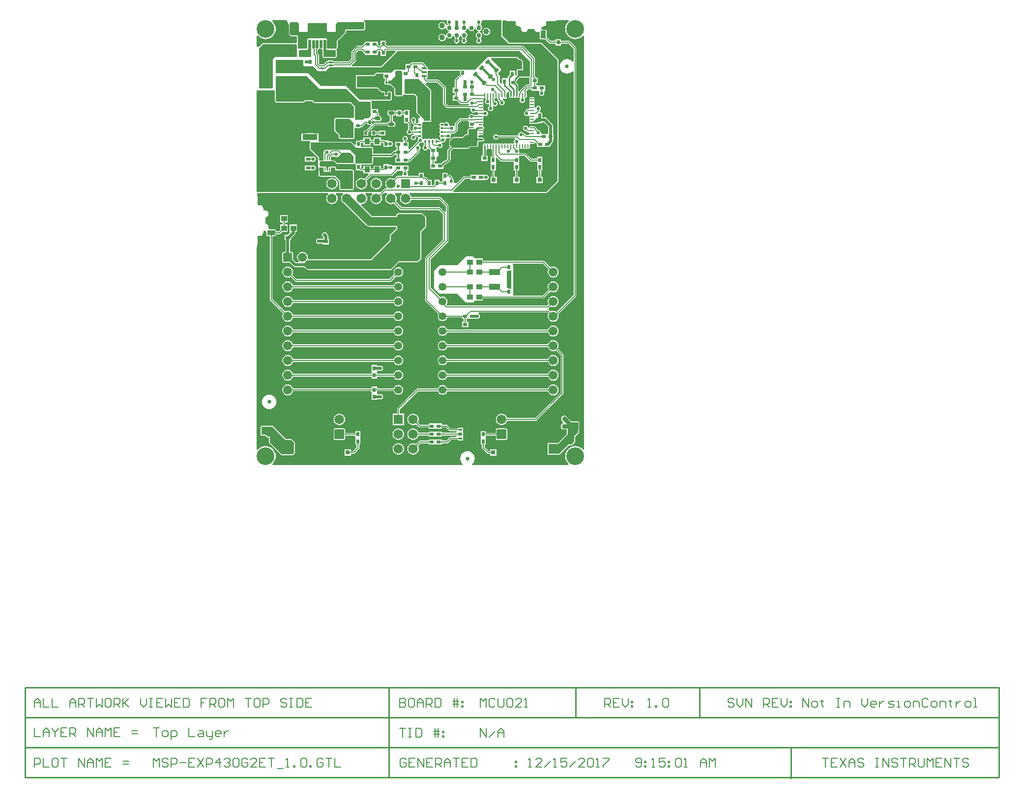
<source format=gtl>
G04 Layer_Physical_Order=1*
G04 Layer_Color=255*
%FSAX25Y25*%
%MOIN*%
G70*
G01*
G75*
G04:AMPARAMS|DCode=10|XSize=43.31mil|YSize=74.8mil|CornerRadius=1.95mil|HoleSize=0mil|Usage=FLASHONLY|Rotation=90.000|XOffset=0mil|YOffset=0mil|HoleType=Round|Shape=RoundedRectangle|*
%AMROUNDEDRECTD10*
21,1,0.04331,0.07091,0,0,90.0*
21,1,0.03941,0.07480,0,0,90.0*
1,1,0.00390,0.03545,0.01971*
1,1,0.00390,0.03545,-0.01971*
1,1,0.00390,-0.03545,-0.01971*
1,1,0.00390,-0.03545,0.01971*
%
%ADD10ROUNDEDRECTD10*%
%ADD11R,0.03150X0.03150*%
%ADD12C,0.03100*%
G04:AMPARAMS|DCode=13|XSize=35.43mil|YSize=51.18mil|CornerRadius=1.95mil|HoleSize=0mil|Usage=FLASHONLY|Rotation=0.000|XOffset=0mil|YOffset=0mil|HoleType=Round|Shape=RoundedRectangle|*
%AMROUNDEDRECTD13*
21,1,0.03543,0.04728,0,0,0.0*
21,1,0.03154,0.05118,0,0,0.0*
1,1,0.00390,0.01577,-0.02364*
1,1,0.00390,-0.01577,-0.02364*
1,1,0.00390,-0.01577,0.02364*
1,1,0.00390,0.01577,0.02364*
%
%ADD13ROUNDEDRECTD13*%
G04:AMPARAMS|DCode=14|XSize=57.09mil|YSize=39.37mil|CornerRadius=1.97mil|HoleSize=0mil|Usage=FLASHONLY|Rotation=0.000|XOffset=0mil|YOffset=0mil|HoleType=Round|Shape=RoundedRectangle|*
%AMROUNDEDRECTD14*
21,1,0.05709,0.03543,0,0,0.0*
21,1,0.05315,0.03937,0,0,0.0*
1,1,0.00394,0.02658,-0.01772*
1,1,0.00394,-0.02658,-0.01772*
1,1,0.00394,-0.02658,0.01772*
1,1,0.00394,0.02658,0.01772*
%
%ADD14ROUNDEDRECTD14*%
G04:AMPARAMS|DCode=15|XSize=18.5mil|YSize=23.62mil|CornerRadius=1.94mil|HoleSize=0mil|Usage=FLASHONLY|Rotation=0.000|XOffset=0mil|YOffset=0mil|HoleType=Round|Shape=RoundedRectangle|*
%AMROUNDEDRECTD15*
21,1,0.01850,0.01974,0,0,0.0*
21,1,0.01462,0.02362,0,0,0.0*
1,1,0.00389,0.00731,-0.00987*
1,1,0.00389,-0.00731,-0.00987*
1,1,0.00389,-0.00731,0.00987*
1,1,0.00389,0.00731,0.00987*
%
%ADD15ROUNDEDRECTD15*%
G04:AMPARAMS|DCode=16|XSize=23.62mil|YSize=39.37mil|CornerRadius=5.91mil|HoleSize=0mil|Usage=FLASHONLY|Rotation=90.000|XOffset=0mil|YOffset=0mil|HoleType=Round|Shape=RoundedRectangle|*
%AMROUNDEDRECTD16*
21,1,0.02362,0.02756,0,0,90.0*
21,1,0.01181,0.03937,0,0,90.0*
1,1,0.01181,0.01378,0.00591*
1,1,0.01181,0.01378,-0.00591*
1,1,0.01181,-0.01378,-0.00591*
1,1,0.01181,-0.01378,0.00591*
%
%ADD16ROUNDEDRECTD16*%
%ADD17R,0.04803X0.03602*%
%ADD18R,0.10630X0.10630*%
%ADD19O,0.01181X0.02362*%
%ADD20O,0.02362X0.01181*%
G04:AMPARAMS|DCode=21|XSize=9.45mil|YSize=23.62mil|CornerRadius=1.98mil|HoleSize=0mil|Usage=FLASHONLY|Rotation=270.000|XOffset=0mil|YOffset=0mil|HoleType=Round|Shape=RoundedRectangle|*
%AMROUNDEDRECTD21*
21,1,0.00945,0.01965,0,0,270.0*
21,1,0.00548,0.02362,0,0,270.0*
1,1,0.00397,-0.00983,-0.00274*
1,1,0.00397,-0.00983,0.00274*
1,1,0.00397,0.00983,0.00274*
1,1,0.00397,0.00983,-0.00274*
%
%ADD21ROUNDEDRECTD21*%
G04:AMPARAMS|DCode=22|XSize=9.45mil|YSize=23.62mil|CornerRadius=1.98mil|HoleSize=0mil|Usage=FLASHONLY|Rotation=180.000|XOffset=0mil|YOffset=0mil|HoleType=Round|Shape=RoundedRectangle|*
%AMROUNDEDRECTD22*
21,1,0.00945,0.01965,0,0,180.0*
21,1,0.00548,0.02362,0,0,180.0*
1,1,0.00397,-0.00274,0.00983*
1,1,0.00397,0.00274,0.00983*
1,1,0.00397,0.00274,-0.00983*
1,1,0.00397,-0.00274,-0.00983*
%
%ADD22ROUNDEDRECTD22*%
G04:AMPARAMS|DCode=23|XSize=167.32mil|YSize=167.32mil|CornerRadius=1.67mil|HoleSize=0mil|Usage=FLASHONLY|Rotation=0.000|XOffset=0mil|YOffset=0mil|HoleType=Round|Shape=RoundedRectangle|*
%AMROUNDEDRECTD23*
21,1,0.16732,0.16398,0,0,0.0*
21,1,0.16398,0.16732,0,0,0.0*
1,1,0.00335,0.08199,-0.08199*
1,1,0.00335,-0.08199,-0.08199*
1,1,0.00335,-0.08199,0.08199*
1,1,0.00335,0.08199,0.08199*
%
%ADD23ROUNDEDRECTD23*%
G04:AMPARAMS|DCode=24|XSize=102.36mil|YSize=15.75mil|CornerRadius=0mil|HoleSize=0mil|Usage=FLASHONLY|Rotation=315.000|XOffset=0mil|YOffset=0mil|HoleType=Round|Shape=Rectangle|*
%AMROTATEDRECTD24*
4,1,4,-0.04176,0.03062,-0.03062,0.04176,0.04176,-0.03062,0.03062,-0.04176,-0.04176,0.03062,0.0*
%
%ADD24ROTATEDRECTD24*%

G04:AMPARAMS|DCode=25|XSize=17.72mil|YSize=54.33mil|CornerRadius=1.95mil|HoleSize=0mil|Usage=FLASHONLY|Rotation=0.000|XOffset=0mil|YOffset=0mil|HoleType=Round|Shape=RoundedRectangle|*
%AMROUNDEDRECTD25*
21,1,0.01772,0.05043,0,0,0.0*
21,1,0.01382,0.05433,0,0,0.0*
1,1,0.00390,0.00691,-0.02522*
1,1,0.00390,-0.00691,-0.02522*
1,1,0.00390,-0.00691,0.02522*
1,1,0.00390,0.00691,0.02522*
%
%ADD25ROUNDEDRECTD25*%
G04:AMPARAMS|DCode=26|XSize=54.13mil|YSize=74.8mil|CornerRadius=1.9mil|HoleSize=0mil|Usage=FLASHONLY|Rotation=0.000|XOffset=0mil|YOffset=0mil|HoleType=Round|Shape=RoundedRectangle|*
%AMROUNDEDRECTD26*
21,1,0.05413,0.07101,0,0,0.0*
21,1,0.05034,0.07480,0,0,0.0*
1,1,0.00379,0.02517,-0.03551*
1,1,0.00379,-0.02517,-0.03551*
1,1,0.00379,-0.02517,0.03551*
1,1,0.00379,0.02517,0.03551*
%
%ADD26ROUNDEDRECTD26*%
G04:AMPARAMS|DCode=27|XSize=58.07mil|YSize=82.68mil|CornerRadius=2.03mil|HoleSize=0mil|Usage=FLASHONLY|Rotation=0.000|XOffset=0mil|YOffset=0mil|HoleType=Round|Shape=RoundedRectangle|*
%AMROUNDEDRECTD27*
21,1,0.05807,0.07861,0,0,0.0*
21,1,0.05401,0.08268,0,0,0.0*
1,1,0.00407,0.02700,-0.03931*
1,1,0.00407,-0.02700,-0.03931*
1,1,0.00407,-0.02700,0.03931*
1,1,0.00407,0.02700,0.03931*
%
%ADD27ROUNDEDRECTD27*%
%ADD28C,0.02500*%
G04:AMPARAMS|DCode=29|XSize=11.81mil|YSize=17.72mil|CornerRadius=1.95mil|HoleSize=0mil|Usage=FLASHONLY|Rotation=0.000|XOffset=0mil|YOffset=0mil|HoleType=Round|Shape=RoundedRectangle|*
%AMROUNDEDRECTD29*
21,1,0.01181,0.01382,0,0,0.0*
21,1,0.00791,0.01772,0,0,0.0*
1,1,0.00390,0.00396,-0.00691*
1,1,0.00390,-0.00396,-0.00691*
1,1,0.00390,-0.00396,0.00691*
1,1,0.00390,0.00396,0.00691*
%
%ADD29ROUNDEDRECTD29*%
G04:AMPARAMS|DCode=30|XSize=39.37mil|YSize=62.99mil|CornerRadius=1.97mil|HoleSize=0mil|Usage=FLASHONLY|Rotation=270.000|XOffset=0mil|YOffset=0mil|HoleType=Round|Shape=RoundedRectangle|*
%AMROUNDEDRECTD30*
21,1,0.03937,0.05906,0,0,270.0*
21,1,0.03543,0.06299,0,0,270.0*
1,1,0.00394,-0.02953,-0.01772*
1,1,0.00394,-0.02953,0.01772*
1,1,0.00394,0.02953,0.01772*
1,1,0.00394,0.02953,-0.01772*
%
%ADD30ROUNDEDRECTD30*%
%ADD31R,0.01969X0.01181*%
G04:AMPARAMS|DCode=32|XSize=7.87mil|YSize=21.65mil|CornerRadius=1.97mil|HoleSize=0mil|Usage=FLASHONLY|Rotation=0.000|XOffset=0mil|YOffset=0mil|HoleType=Round|Shape=RoundedRectangle|*
%AMROUNDEDRECTD32*
21,1,0.00787,0.01772,0,0,0.0*
21,1,0.00394,0.02165,0,0,0.0*
1,1,0.00394,0.00197,-0.00886*
1,1,0.00394,-0.00197,-0.00886*
1,1,0.00394,-0.00197,0.00886*
1,1,0.00394,0.00197,0.00886*
%
%ADD32ROUNDEDRECTD32*%
G04:AMPARAMS|DCode=33|XSize=35.43mil|YSize=98.43mil|CornerRadius=1.95mil|HoleSize=0mil|Usage=FLASHONLY|Rotation=270.000|XOffset=0mil|YOffset=0mil|HoleType=Round|Shape=RoundedRectangle|*
%AMROUNDEDRECTD33*
21,1,0.03543,0.09453,0,0,270.0*
21,1,0.03154,0.09843,0,0,270.0*
1,1,0.00390,-0.04726,-0.01577*
1,1,0.00390,-0.04726,0.01577*
1,1,0.00390,0.04726,0.01577*
1,1,0.00390,0.04726,-0.01577*
%
%ADD33ROUNDEDRECTD33*%
G04:AMPARAMS|DCode=34|XSize=11.81mil|YSize=25.59mil|CornerRadius=3.96mil|HoleSize=0mil|Usage=FLASHONLY|Rotation=0.000|XOffset=0mil|YOffset=0mil|HoleType=Round|Shape=RoundedRectangle|*
%AMROUNDEDRECTD34*
21,1,0.01181,0.01768,0,0,0.0*
21,1,0.00390,0.02559,0,0,0.0*
1,1,0.00791,0.00195,-0.00884*
1,1,0.00791,-0.00195,-0.00884*
1,1,0.00791,-0.00195,0.00884*
1,1,0.00791,0.00195,0.00884*
%
%ADD34ROUNDEDRECTD34*%
G04:AMPARAMS|DCode=35|XSize=15.75mil|YSize=33.47mil|CornerRadius=1.97mil|HoleSize=0mil|Usage=FLASHONLY|Rotation=270.000|XOffset=0mil|YOffset=0mil|HoleType=Round|Shape=RoundedRectangle|*
%AMROUNDEDRECTD35*
21,1,0.01575,0.02953,0,0,270.0*
21,1,0.01181,0.03347,0,0,270.0*
1,1,0.00394,-0.01476,-0.00591*
1,1,0.00394,-0.01476,0.00591*
1,1,0.00394,0.01476,0.00591*
1,1,0.00394,0.01476,-0.00591*
%
%ADD35ROUNDEDRECTD35*%
%ADD36R,0.07874X0.02362*%
G04:AMPARAMS|DCode=37|XSize=70.87mil|YSize=55.12mil|CornerRadius=1.93mil|HoleSize=0mil|Usage=FLASHONLY|Rotation=180.000|XOffset=0mil|YOffset=0mil|HoleType=Round|Shape=RoundedRectangle|*
%AMROUNDEDRECTD37*
21,1,0.07087,0.05126,0,0,180.0*
21,1,0.06701,0.05512,0,0,180.0*
1,1,0.00386,-0.03350,0.02563*
1,1,0.00386,0.03350,0.02563*
1,1,0.00386,0.03350,-0.02563*
1,1,0.00386,-0.03350,-0.02563*
%
%ADD37ROUNDEDRECTD37*%
%ADD38R,0.02165X0.01575*%
%ADD39R,0.02756X0.01969*%
%ADD40R,0.07284X0.05118*%
%ADD41R,0.06300X0.05000*%
%ADD42R,0.03937X0.03740*%
%ADD43R,0.03150X0.02362*%
%ADD44R,0.02362X0.03150*%
G04:AMPARAMS|DCode=45|XSize=70.87mil|YSize=55.12mil|CornerRadius=1.93mil|HoleSize=0mil|Usage=FLASHONLY|Rotation=90.000|XOffset=0mil|YOffset=0mil|HoleType=Round|Shape=RoundedRectangle|*
%AMROUNDEDRECTD45*
21,1,0.07087,0.05126,0,0,90.0*
21,1,0.06701,0.05512,0,0,90.0*
1,1,0.00386,0.02563,0.03350*
1,1,0.00386,0.02563,-0.03350*
1,1,0.00386,-0.02563,-0.03350*
1,1,0.00386,-0.02563,0.03350*
%
%ADD45ROUNDEDRECTD45*%
%ADD46R,0.03740X0.03937*%
G04:AMPARAMS|DCode=47|XSize=18.5mil|YSize=23.62mil|CornerRadius=1.94mil|HoleSize=0mil|Usage=FLASHONLY|Rotation=90.000|XOffset=0mil|YOffset=0mil|HoleType=Round|Shape=RoundedRectangle|*
%AMROUNDEDRECTD47*
21,1,0.01850,0.01974,0,0,90.0*
21,1,0.01462,0.02362,0,0,90.0*
1,1,0.00389,0.00987,0.00731*
1,1,0.00389,0.00987,-0.00731*
1,1,0.00389,-0.00987,-0.00731*
1,1,0.00389,-0.00987,0.00731*
%
%ADD47ROUNDEDRECTD47*%
%ADD48R,0.05118X0.07284*%
G04:AMPARAMS|DCode=49|XSize=35.43mil|YSize=51.18mil|CornerRadius=1.95mil|HoleSize=0mil|Usage=FLASHONLY|Rotation=90.000|XOffset=0mil|YOffset=0mil|HoleType=Round|Shape=RoundedRectangle|*
%AMROUNDEDRECTD49*
21,1,0.03543,0.04728,0,0,90.0*
21,1,0.03154,0.05118,0,0,90.0*
1,1,0.00390,0.02364,0.01577*
1,1,0.00390,0.02364,-0.01577*
1,1,0.00390,-0.02364,-0.01577*
1,1,0.00390,-0.02364,0.01577*
%
%ADD49ROUNDEDRECTD49*%
G04:AMPARAMS|DCode=50|XSize=57.09mil|YSize=39.37mil|CornerRadius=1.97mil|HoleSize=0mil|Usage=FLASHONLY|Rotation=90.000|XOffset=0mil|YOffset=0mil|HoleType=Round|Shape=RoundedRectangle|*
%AMROUNDEDRECTD50*
21,1,0.05709,0.03543,0,0,90.0*
21,1,0.05315,0.03937,0,0,90.0*
1,1,0.00394,0.01772,0.02658*
1,1,0.00394,0.01772,-0.02658*
1,1,0.00394,-0.01772,-0.02658*
1,1,0.00394,-0.01772,0.02658*
%
%ADD50ROUNDEDRECTD50*%
%ADD51C,0.00630*%
%ADD52C,0.01969*%
%ADD53C,0.05906*%
%ADD54C,0.02953*%
%ADD55C,0.01000*%
%ADD56C,0.00984*%
%ADD57C,0.00800*%
%ADD58C,0.06496*%
%ADD59R,0.06496X0.06496*%
G04:AMPARAMS|DCode=60|XSize=64.96mil|YSize=64.96mil|CornerRadius=1.95mil|HoleSize=0mil|Usage=FLASHONLY|Rotation=90.000|XOffset=0mil|YOffset=0mil|HoleType=Round|Shape=RoundedRectangle|*
%AMROUNDEDRECTD60*
21,1,0.06496,0.06106,0,0,90.0*
21,1,0.06106,0.06496,0,0,90.0*
1,1,0.00390,0.03053,0.03053*
1,1,0.00390,0.03053,-0.03053*
1,1,0.00390,-0.03053,-0.03053*
1,1,0.00390,-0.03053,0.03053*
%
%ADD60ROUNDEDRECTD60*%
%ADD61C,0.03900*%
%ADD62R,0.06496X0.06496*%
%ADD63C,0.12000*%
G04:AMPARAMS|DCode=64|XSize=82.68mil|YSize=55.12mil|CornerRadius=27.56mil|HoleSize=0mil|Usage=FLASHONLY|Rotation=270.000|XOffset=0mil|YOffset=0mil|HoleType=Round|Shape=RoundedRectangle|*
%AMROUNDEDRECTD64*
21,1,0.08268,0.00000,0,0,270.0*
21,1,0.02756,0.05512,0,0,270.0*
1,1,0.05512,0.00000,-0.01378*
1,1,0.05512,0.00000,0.01378*
1,1,0.05512,0.00000,0.01378*
1,1,0.05512,0.00000,-0.01378*
%
%ADD64ROUNDEDRECTD64*%
%ADD65C,0.05315*%
%ADD66R,0.05315X0.05315*%
%ADD67C,0.11024*%
%ADD68C,0.06102*%
G04:AMPARAMS|DCode=69|XSize=61.02mil|YSize=61.02mil|CornerRadius=1.83mil|HoleSize=0mil|Usage=FLASHONLY|Rotation=270.000|XOffset=0mil|YOffset=0mil|HoleType=Round|Shape=RoundedRectangle|*
%AMROUNDEDRECTD69*
21,1,0.06102,0.05736,0,0,270.0*
21,1,0.05736,0.06102,0,0,270.0*
1,1,0.00366,-0.02868,-0.02868*
1,1,0.00366,-0.02868,0.02868*
1,1,0.00366,0.02868,0.02868*
1,1,0.00366,0.02868,-0.02868*
%
%ADD69ROUNDEDRECTD69*%
%ADD70C,0.01969*%
%ADD71C,0.02362*%
G36*
X0314732Y0506274D02*
Y0485605D01*
X0310401D01*
Y0486883D01*
X0306070Y0491214D01*
Y0502179D01*
X0304338Y0503912D01*
X0297724D01*
X0297409Y0504227D01*
X0297409Y0513754D01*
X0297802Y0514148D01*
X0306857D01*
X0314732Y0506274D01*
D02*
G37*
G36*
X0230873Y0516117D02*
X0239535Y0507455D01*
X0257999Y0507455D01*
X0266661Y0498794D01*
X0273787Y0498794D01*
X0274180Y0498400D01*
X0274181Y0488951D01*
X0272566Y0487337D01*
X0270204Y0487337D01*
X0269062Y0486195D01*
X0264338Y0486195D01*
X0263550Y0486983D01*
X0263550Y0495683D01*
X0260834Y0498400D01*
X0235991Y0498400D01*
X0234810Y0499581D01*
X0229692Y0499581D01*
X0228905Y0498794D01*
X0210401Y0498794D01*
X0210007Y0499187D01*
X0210007Y0515723D01*
X0210401Y0516117D01*
X0230873Y0516117D01*
D02*
G37*
G36*
X0209368Y0499187D02*
X0209555Y0498735D01*
X0209949Y0498342D01*
X0210401Y0498154D01*
X0220168Y0498154D01*
X0228927Y0498164D01*
X0229357Y0498342D01*
X0229957Y0498942D01*
X0234545Y0498942D01*
X0234694Y0498794D01*
D01*
X0234787Y0498700D01*
X0235539Y0497948D01*
X0235967Y0497771D01*
X0242925Y0497761D01*
X0260569Y0497761D01*
X0262911Y0495419D01*
Y0495260D01*
X0262920Y0495250D01*
Y0491510D01*
X0262911Y0491501D01*
X0262911Y0487624D01*
X0260911D01*
X0260456Y0487436D01*
X0260007Y0487622D01*
X0250558D01*
X0250106Y0487435D01*
X0249713Y0487041D01*
X0249525Y0486589D01*
Y0479502D01*
X0249713Y0479050D01*
X0252675Y0476088D01*
Y0474384D01*
X0252862Y0473932D01*
X0253256Y0473539D01*
X0253708Y0473351D01*
X0262369D01*
X0262821Y0473539D01*
X0263215Y0473932D01*
X0263402Y0474384D01*
Y0480683D01*
X0264030Y0480913D01*
X0264190Y0480944D01*
X0264423Y0480788D01*
X0264729Y0480727D01*
X0266703D01*
X0267009Y0480788D01*
X0267268Y0480962D01*
X0267442Y0481221D01*
X0268137Y0481335D01*
X0268490Y0481405D01*
X0268790Y0481605D01*
X0271078Y0483894D01*
X0272059D01*
Y0483831D01*
X0272120Y0483524D01*
X0272293Y0483265D01*
X0272553Y0483091D01*
X0272859Y0483030D01*
X0274049D01*
X0274400Y0482309D01*
X0274404Y0482272D01*
X0271256Y0479124D01*
X0270300D01*
X0269994Y0479063D01*
X0269734Y0478890D01*
X0269561Y0478630D01*
X0269500Y0478324D01*
Y0476350D01*
X0269561Y0476044D01*
X0269734Y0475784D01*
X0269994Y0475611D01*
X0270300Y0475550D01*
X0271762D01*
X0272068Y0475611D01*
X0272327Y0475784D01*
X0272501Y0476044D01*
X0272562Y0476350D01*
Y0477818D01*
X0277260Y0482516D01*
X0285838D01*
X0285863Y0482388D01*
X0286124Y0481997D01*
X0286515Y0481736D01*
X0286976Y0481645D01*
X0289732D01*
X0290192Y0481736D01*
X0290583Y0481997D01*
X0290844Y0482388D01*
X0290936Y0482849D01*
Y0484030D01*
X0290844Y0484491D01*
X0290583Y0484881D01*
X0290192Y0485143D01*
X0289732Y0485234D01*
X0289277D01*
Y0489125D01*
X0289732D01*
X0290192Y0489217D01*
X0290583Y0489478D01*
X0290844Y0489868D01*
X0290869Y0489996D01*
X0291700D01*
Y0488754D01*
X0295243D01*
Y0489996D01*
X0296458D01*
X0297015Y0489440D01*
X0297015Y0488557D01*
X0297015Y0487967D01*
Y0484030D01*
X0299111D01*
X0299556Y0483584D01*
Y0479560D01*
X0299202Y0479323D01*
X0298811Y0478737D01*
X0298673Y0478046D01*
X0298811Y0477354D01*
X0299202Y0476768D01*
X0299788Y0476377D01*
X0300480Y0476239D01*
X0301171Y0476377D01*
X0301757Y0476768D01*
X0301993Y0477122D01*
X0303289D01*
X0303570Y0476335D01*
X0303378Y0476178D01*
X0303314Y0476191D01*
X0302623Y0476053D01*
X0302037Y0475662D01*
X0301645Y0475075D01*
X0301508Y0474384D01*
X0301645Y0473693D01*
X0302037Y0473107D01*
X0302623Y0472715D01*
X0303314Y0472578D01*
X0304005Y0472715D01*
X0304591Y0473107D01*
X0304983Y0473693D01*
X0305120Y0474384D01*
X0305251Y0474544D01*
X0306310D01*
X0306471Y0474436D01*
X0306568Y0474224D01*
X0306642Y0473912D01*
X0306684Y0473534D01*
X0306409Y0473123D01*
X0306272Y0472432D01*
X0306355Y0472014D01*
X0300766Y0466426D01*
X0299979Y0466752D01*
Y0467742D01*
X0299938Y0467843D01*
X0299968Y0467888D01*
X0299968D01*
Y0471431D01*
X0298726D01*
Y0472180D01*
X0299076Y0472414D01*
X0299467Y0473000D01*
X0299605Y0473691D01*
X0299467Y0474383D01*
X0299076Y0474969D01*
X0298490Y0475360D01*
X0297798Y0475498D01*
X0297107Y0475360D01*
X0296521Y0474969D01*
X0296130Y0474383D01*
X0295992Y0473691D01*
X0296130Y0473000D01*
X0296521Y0472414D01*
X0296423Y0471532D01*
X0296322Y0471431D01*
X0295440Y0471431D01*
X0294850Y0471431D01*
X0290913D01*
Y0467888D01*
X0291974D01*
Y0466116D01*
X0290913D01*
Y0465449D01*
X0290436D01*
X0290014Y0465365D01*
X0289656Y0465125D01*
X0287857Y0463327D01*
X0276001D01*
Y0466904D01*
X0275813Y0467356D01*
X0275223Y0467946D01*
X0274771Y0468134D01*
X0267684Y0468134D01*
Y0470705D01*
X0269358D01*
Y0469069D01*
X0274279D01*
Y0470705D01*
X0276247D01*
Y0469069D01*
X0281168D01*
Y0470705D01*
X0282842D01*
Y0467888D01*
X0286385D01*
Y0467888D01*
X0287173Y0468326D01*
X0287566Y0468247D01*
X0288257Y0468385D01*
X0288843Y0468776D01*
X0289235Y0469362D01*
X0289372Y0470053D01*
X0289235Y0470745D01*
X0288843Y0471331D01*
X0288257Y0471722D01*
X0287566Y0471860D01*
X0287173Y0471782D01*
X0286385Y0472219D01*
Y0472219D01*
X0284147D01*
X0284085Y0472281D01*
X0283786Y0472481D01*
X0283432Y0472552D01*
X0283432Y0472552D01*
X0281168D01*
Y0474187D01*
X0276247D01*
Y0472552D01*
X0274279D01*
Y0474187D01*
X0269358D01*
Y0472552D01*
X0267291D01*
X0267291Y0472552D01*
X0266937Y0472481D01*
X0266638Y0472281D01*
X0266638Y0472281D01*
X0266379Y0472022D01*
X0264141D01*
Y0469624D01*
X0263414Y0469323D01*
X0261443Y0471293D01*
X0260991Y0471480D01*
X0244938D01*
X0244928Y0471471D01*
X0240243Y0471471D01*
Y0471480D01*
X0239409D01*
X0238846Y0472022D01*
X0238846Y0472268D01*
Y0477042D01*
X0238747Y0477140D01*
X0235715D01*
X0235598Y0477189D01*
X0230480D01*
X0230362Y0477140D01*
X0227428D01*
Y0472022D01*
X0230362D01*
X0230480Y0471973D01*
X0233223D01*
X0233367Y0471692D01*
X0233464Y0471186D01*
X0233177Y0470899D01*
X0232990Y0470447D01*
Y0466510D01*
X0233177Y0466058D01*
X0238502Y0460734D01*
X0238502Y0459069D01*
X0238571Y0458903D01*
X0238580Y0458874D01*
X0238655Y0458335D01*
X0238601Y0457890D01*
X0238500Y0457646D01*
Y0455246D01*
X0238687Y0454792D01*
X0238687Y0454792D01*
X0238944Y0454038D01*
X0238944Y0454038D01*
X0238944Y0453925D01*
X0238930Y0453877D01*
X0238895Y0453793D01*
X0238895Y0453715D01*
X0238895Y0453715D01*
X0238895Y0448839D01*
X0239083Y0448387D01*
X0239476Y0447994D01*
X0239928Y0447807D01*
X0250062D01*
X0253069Y0444800D01*
X0253069Y0439542D01*
X0253069Y0439542D01*
X0253069Y0439542D01*
X0253165Y0439309D01*
X0253256Y0439090D01*
X0253256Y0439090D01*
X0253256Y0439090D01*
X0253453Y0438893D01*
X0253673Y0438802D01*
X0253905Y0438706D01*
X0261976Y0438706D01*
X0262428Y0438893D01*
X0262821Y0439287D01*
X0263008Y0439739D01*
X0263008Y0451550D01*
X0262918Y0451769D01*
X0262821Y0452002D01*
X0262467Y0452356D01*
X0262467Y0452356D01*
X0262467Y0452356D01*
X0262234Y0452453D01*
X0262015Y0452543D01*
X0262015Y0452543D01*
X0262015Y0452543D01*
X0250804Y0452543D01*
Y0453715D01*
X0250804Y0453715D01*
X0250804Y0453793D01*
X0250755Y0453911D01*
Y0454038D01*
X0250695Y0454183D01*
X0250605Y0454273D01*
X0250557Y0454390D01*
X0250446Y0454501D01*
X0250328Y0454549D01*
X0250238Y0454639D01*
X0250094Y0454699D01*
X0249967D01*
X0249849Y0454748D01*
X0247724Y0454748D01*
X0247607Y0454699D01*
X0247479D01*
X0247335Y0454639D01*
X0247245Y0454549D01*
X0247127Y0454501D01*
X0247021Y0454395D01*
X0246929Y0454457D01*
X0246621Y0454518D01*
X0246228D01*
X0245920Y0454457D01*
X0245660Y0454283D01*
X0245486Y0454022D01*
X0245425Y0453715D01*
Y0452849D01*
X0244750Y0452311D01*
X0244274Y0452497D01*
Y0453715D01*
X0244213Y0454022D01*
X0244039Y0454283D01*
X0243779Y0454457D01*
X0243472Y0454518D01*
X0243078D01*
X0242771Y0454457D01*
X0242678Y0454395D01*
X0242572Y0454501D01*
X0242454Y0454549D01*
X0242365Y0454639D01*
X0242220Y0454699D01*
X0242093D01*
X0241975Y0454748D01*
X0240428Y0454748D01*
X0240259Y0454878D01*
X0239786Y0455471D01*
X0239782Y0455507D01*
Y0457407D01*
X0239805Y0457665D01*
X0240407Y0458194D01*
X0241975D01*
X0241975Y0458194D01*
X0242094D01*
X0242211Y0458243D01*
X0242220D01*
X0242364Y0458302D01*
X0242371Y0458309D01*
X0242546Y0458381D01*
X0242698Y0458534D01*
X0242771Y0458485D01*
X0243078Y0458424D01*
X0243472D01*
X0243779Y0458485D01*
X0244039Y0458659D01*
X0244085D01*
X0244345Y0458485D01*
X0244653Y0458424D01*
X0245046D01*
X0245354Y0458485D01*
X0245614Y0458659D01*
X0245660D01*
X0245920Y0458485D01*
X0246228Y0458424D01*
X0246621D01*
X0246929Y0458485D01*
X0247021Y0458547D01*
X0247127Y0458441D01*
X0247245Y0458392D01*
X0247335Y0458302D01*
X0247479Y0458243D01*
X0247607Y0458243D01*
X0247724Y0458194D01*
X0249703D01*
X0251287Y0456609D01*
X0251287Y0456609D01*
X0251739Y0456422D01*
X0262763Y0456422D01*
X0263215Y0456609D01*
X0263868Y0456234D01*
X0263886Y0456216D01*
X0264338Y0456029D01*
Y0455880D01*
X0264338D01*
Y0452731D01*
X0264338D01*
Y0452140D01*
X0266575D01*
X0266835Y0451881D01*
X0266835Y0451881D01*
X0267134Y0451681D01*
X0267487Y0451611D01*
X0269357D01*
Y0449975D01*
X0272627D01*
X0272953Y0449187D01*
X0270077Y0446311D01*
X0270014Y0446359D01*
X0269080Y0446746D01*
X0268078Y0446878D01*
X0267076Y0446746D01*
X0266142Y0446359D01*
X0265340Y0445744D01*
X0264725Y0444942D01*
X0264338Y0444008D01*
X0264206Y0443006D01*
X0264338Y0442004D01*
X0264725Y0441071D01*
X0265340Y0440269D01*
X0266142Y0439653D01*
X0267076Y0439267D01*
X0268078Y0439135D01*
X0269080Y0439267D01*
X0270014Y0439653D01*
X0270816Y0440269D01*
X0271431Y0441071D01*
X0271818Y0442004D01*
X0271950Y0443006D01*
X0271818Y0444008D01*
X0271431Y0444942D01*
X0271383Y0445005D01*
X0274602Y0448225D01*
X0288314D01*
X0288314Y0448225D01*
X0288667Y0448295D01*
X0288967Y0448495D01*
X0292218Y0451747D01*
X0294850D01*
X0295243Y0451747D01*
X0296134Y0451747D01*
X0296355Y0451250D01*
X0296420Y0450959D01*
X0296067Y0450430D01*
X0295929Y0449739D01*
X0296067Y0449047D01*
X0295645Y0448260D01*
X0292409D01*
X0292409Y0448260D01*
X0292055Y0448190D01*
X0291756Y0447990D01*
X0291756Y0447990D01*
X0290077Y0446311D01*
X0290014Y0446359D01*
X0289080Y0446746D01*
X0288078Y0446878D01*
X0287076Y0446746D01*
X0286142Y0446359D01*
X0285340Y0445744D01*
X0284725Y0444942D01*
X0284338Y0444008D01*
X0284206Y0443006D01*
X0284338Y0442004D01*
X0284725Y0441071D01*
X0285150Y0440516D01*
X0284821Y0439729D01*
X0283877D01*
X0283877Y0439729D01*
X0283524Y0439658D01*
X0283224Y0439458D01*
X0281142Y0437376D01*
X0197049Y0437376D01*
Y0438006D01*
Y0506499D01*
X0209368D01*
X0209368Y0499187D01*
D02*
G37*
G36*
X0340913Y0485014D02*
Y0481471D01*
X0343817D01*
X0344238Y0480683D01*
X0344139Y0480535D01*
X0341070D01*
X0340618Y0480348D01*
X0340264Y0479994D01*
X0340076Y0479542D01*
X0340076Y0476617D01*
X0340057Y0476598D01*
X0338747Y0476598D01*
X0338295Y0476411D01*
X0336514Y0474630D01*
X0330086Y0474630D01*
X0329634Y0474442D01*
X0327665Y0472474D01*
X0327478Y0472022D01*
X0327478Y0469266D01*
X0327665Y0468814D01*
X0328361Y0468118D01*
X0326648Y0466405D01*
X0326409Y0466047D01*
X0326325Y0465624D01*
Y0459967D01*
X0324891Y0458533D01*
X0324351D01*
X0323929Y0458449D01*
X0323571Y0458210D01*
X0322029Y0456668D01*
X0319062Y0456668D01*
X0318472Y0456668D01*
X0317623D01*
Y0458439D01*
X0318865D01*
Y0460958D01*
X0319653Y0461421D01*
X0319728Y0461390D01*
X0320181Y0461578D01*
X0320369Y0462032D01*
Y0463737D01*
X0320181Y0464190D01*
X0319728Y0464378D01*
X0319653Y0464347D01*
X0318865Y0464810D01*
Y0467162D01*
X0318865Y0467298D01*
X0319176Y0467914D01*
X0319922Y0467933D01*
X0320147Y0467595D01*
X0320733Y0467204D01*
X0321424Y0467066D01*
X0322116Y0467204D01*
X0322702Y0467595D01*
X0323093Y0468181D01*
X0323231Y0468872D01*
X0323093Y0469564D01*
X0322702Y0470150D01*
X0322722Y0471039D01*
X0322739Y0471072D01*
X0322860Y0471109D01*
X0323393Y0471003D01*
X0324084Y0471141D01*
X0324670Y0471532D01*
X0325062Y0472118D01*
X0325199Y0472810D01*
X0325127Y0473174D01*
X0325552Y0473907D01*
X0325672Y0474005D01*
X0325920Y0474035D01*
X0326245Y0473818D01*
X0326936Y0473680D01*
X0327627Y0473818D01*
X0328214Y0474209D01*
X0328605Y0474795D01*
X0328743Y0475487D01*
X0328605Y0476178D01*
X0328513Y0476315D01*
X0328934Y0477103D01*
X0330775D01*
X0330775Y0477103D01*
X0331128Y0477173D01*
X0331428Y0477373D01*
X0332868Y0478813D01*
X0332868Y0478813D01*
X0333068Y0479113D01*
X0333138Y0479466D01*
Y0483176D01*
X0335509Y0485547D01*
X0340346D01*
X0340913Y0485014D01*
D02*
G37*
G36*
X0295678Y0519006D02*
Y0503206D01*
X0295478Y0503006D01*
X0291478D01*
X0291078Y0503406D01*
X0291078Y0507606D01*
X0288078Y0510606D01*
X0286478Y0510606D01*
X0286078Y0511006D01*
Y0512406D01*
X0286678Y0513006D01*
X0288078D01*
X0291078Y0516006D01*
Y0519006D01*
X0291678Y0519606D01*
X0295078D01*
X0295678Y0519006D01*
D02*
G37*
G36*
X0223787Y0537770D02*
X0224180Y0537376D01*
Y0529463D01*
X0223826Y0529109D01*
X0209613D01*
X0208039Y0527534D01*
X0208039Y0508243D01*
X0207645Y0507809D01*
X0199023Y0507809D01*
X0198590Y0508243D01*
Y0535018D01*
X0201342Y0537770D01*
X0223787Y0537770D01*
D02*
G37*
G36*
X0323426Y0507868D02*
Y0497136D01*
X0323426Y0497136D01*
X0323497Y0496783D01*
X0323697Y0496483D01*
X0325590Y0494590D01*
X0325890Y0494389D01*
X0326243Y0494319D01*
X0341731D01*
X0342144Y0493722D01*
X0342194Y0493532D01*
X0342075Y0492932D01*
X0342212Y0492240D01*
X0342604Y0491654D01*
X0343190Y0491263D01*
X0343881Y0491125D01*
X0344572Y0491263D01*
X0345158Y0491654D01*
X0345234Y0491768D01*
X0346620D01*
X0346758Y0491668D01*
X0347196Y0490997D01*
Y0490449D01*
X0346758Y0489778D01*
X0346620Y0489678D01*
X0344066D01*
X0343961Y0489834D01*
X0343375Y0490226D01*
X0342684Y0490363D01*
X0341993Y0490226D01*
X0341407Y0489834D01*
X0341015Y0489248D01*
X0340878Y0488557D01*
X0340952Y0488181D01*
X0340456Y0487394D01*
X0335127D01*
X0334773Y0487323D01*
X0334474Y0487123D01*
X0334474Y0487123D01*
X0331562Y0484211D01*
X0331362Y0483912D01*
X0331292Y0483559D01*
X0331292Y0483559D01*
Y0482188D01*
X0330845Y0481973D01*
X0330504Y0481890D01*
X0329990Y0482234D01*
X0329298Y0482372D01*
X0328607Y0482234D01*
X0328340Y0482056D01*
X0328093Y0482090D01*
X0328046Y0482115D01*
X0327521Y0482942D01*
X0327561Y0483144D01*
X0327424Y0483835D01*
X0327032Y0484421D01*
X0326446Y0484813D01*
X0325755Y0484950D01*
X0325064Y0484813D01*
X0324478Y0484421D01*
X0324241Y0484067D01*
X0323940D01*
X0323657Y0484257D01*
X0323196Y0484348D01*
X0322015D01*
X0321554Y0484257D01*
X0321163Y0483996D01*
X0320902Y0483605D01*
X0320811Y0483144D01*
X0320902Y0482683D01*
X0321155Y0482306D01*
X0321163Y0482292D01*
Y0481437D01*
X0321155Y0481424D01*
X0320902Y0481046D01*
X0320811Y0480585D01*
X0320902Y0480124D01*
X0321155Y0479747D01*
X0321163Y0479733D01*
Y0478878D01*
X0321155Y0478864D01*
X0320902Y0478487D01*
X0320811Y0478026D01*
X0320902Y0477565D01*
X0321155Y0477187D01*
X0321163Y0477174D01*
Y0476319D01*
X0321155Y0476305D01*
X0320902Y0475928D01*
X0320811Y0475467D01*
X0320902Y0475006D01*
X0321163Y0474615D01*
X0321411Y0474450D01*
X0321613Y0474077D01*
X0321649Y0473533D01*
X0321543Y0473462D01*
X0320847Y0472766D01*
X0320082Y0472846D01*
X0320076Y0472877D01*
X0319815Y0473267D01*
X0319425Y0473528D01*
X0318964Y0473620D01*
X0318503Y0473528D01*
X0318172Y0473307D01*
X0318124Y0473276D01*
X0317684Y0473271D01*
X0317245Y0473276D01*
X0317196Y0473307D01*
X0316866Y0473528D01*
X0316405Y0473620D01*
X0315944Y0473528D01*
X0315613Y0473307D01*
X0315565Y0473276D01*
X0315125Y0473271D01*
X0314686Y0473276D01*
X0314637Y0473307D01*
X0314306Y0473528D01*
X0313846Y0473620D01*
X0313385Y0473528D01*
X0313007Y0473276D01*
X0312994Y0473267D01*
X0312138D01*
X0312125Y0473276D01*
X0311748Y0473528D01*
X0311287Y0473620D01*
X0310826Y0473528D01*
X0310497Y0473309D01*
X0310368Y0473277D01*
X0309569Y0473389D01*
X0309355Y0473709D01*
X0309251Y0473778D01*
X0309088Y0474608D01*
X0309183Y0474760D01*
X0309348Y0475006D01*
X0309440Y0475467D01*
X0309348Y0475928D01*
X0309127Y0476258D01*
X0309095Y0476307D01*
X0309090Y0476747D01*
X0309095Y0477186D01*
X0309127Y0477235D01*
X0309348Y0477565D01*
X0309440Y0478026D01*
X0309348Y0478487D01*
X0309096Y0478864D01*
X0309087Y0478878D01*
Y0479733D01*
X0309096Y0479747D01*
X0309348Y0480124D01*
X0309440Y0480585D01*
X0309348Y0481046D01*
X0309096Y0481424D01*
X0309087Y0481437D01*
Y0482292D01*
X0309096Y0482306D01*
X0309348Y0482683D01*
X0309440Y0483144D01*
X0309348Y0483605D01*
X0309226Y0483787D01*
X0309225Y0483976D01*
X0309366Y0484481D01*
X0309480Y0484680D01*
X0309672Y0484759D01*
X0309949Y0485153D01*
X0310401Y0484966D01*
X0314732D01*
X0315183Y0485153D01*
X0315371Y0485605D01*
Y0506274D01*
X0315183Y0506726D01*
X0311428Y0510482D01*
X0311441Y0510545D01*
X0312170Y0511275D01*
X0312329Y0511658D01*
X0319637D01*
X0323426Y0507868D01*
D02*
G37*
G36*
X0313646Y0519809D02*
X0313664Y0519815D01*
X0313681Y0519808D01*
X0335007Y0519808D01*
Y0517422D01*
X0331598Y0514013D01*
X0331398Y0513714D01*
X0331328Y0513361D01*
X0331328Y0513361D01*
Y0508243D01*
X0330086D01*
Y0504699D01*
X0331328D01*
Y0502928D01*
X0330086D01*
Y0499384D01*
X0332717D01*
X0334827Y0497275D01*
X0334827Y0497275D01*
X0335126Y0497075D01*
X0335479Y0497004D01*
X0335480Y0497004D01*
X0339574D01*
X0339574Y0497004D01*
X0339927Y0497075D01*
X0340142Y0497218D01*
X0340498Y0497175D01*
X0341040Y0496975D01*
X0341060Y0496914D01*
X0340545Y0496166D01*
X0326626D01*
X0325273Y0497519D01*
Y0508250D01*
X0325273Y0508250D01*
X0325203Y0508604D01*
X0325002Y0508903D01*
X0320672Y0513234D01*
X0320372Y0513434D01*
X0320019Y0513504D01*
X0320019Y0513504D01*
X0312608D01*
X0312129Y0514048D01*
X0312404Y0514769D01*
X0312480Y0514784D01*
X0312740Y0514958D01*
X0312914Y0515219D01*
X0312975Y0515526D01*
Y0516707D01*
X0312914Y0517014D01*
X0312782Y0517396D01*
X0312914Y0517778D01*
X0312975Y0518085D01*
Y0519266D01*
X0313125Y0519473D01*
X0313625Y0519819D01*
X0313646Y0519809D01*
D02*
G37*
G36*
X0262763Y0484227D02*
Y0474384D01*
X0262369Y0473990D01*
X0253708D01*
X0253314Y0474384D01*
Y0476353D01*
X0250165Y0479502D01*
Y0486589D01*
X0250558Y0486983D01*
X0260007D01*
X0262763Y0484227D01*
D02*
G37*
G36*
X0295605Y0435948D02*
X0295340Y0435744D01*
X0294725Y0434942D01*
X0294338Y0434009D01*
X0294206Y0433006D01*
X0294338Y0432004D01*
X0294725Y0431071D01*
X0295340Y0430269D01*
X0296142Y0429653D01*
X0297076Y0429267D01*
X0298078Y0429135D01*
X0299080Y0429267D01*
X0300014Y0429653D01*
X0300816Y0430269D01*
X0301431Y0431071D01*
X0301818Y0432004D01*
X0301828Y0432083D01*
X0320688D01*
X0325226Y0427545D01*
Y0424105D01*
X0324438Y0423778D01*
X0321580Y0426637D01*
X0321280Y0426837D01*
X0320927Y0426907D01*
X0320927Y0426907D01*
X0295483D01*
X0291383Y0431007D01*
X0291431Y0431071D01*
X0291818Y0432004D01*
X0291950Y0433006D01*
X0291818Y0434009D01*
X0291431Y0434942D01*
X0290816Y0435744D01*
X0290550Y0435948D01*
X0290818Y0436735D01*
X0295338D01*
X0295605Y0435948D01*
D02*
G37*
G36*
X0249771Y0454109D02*
X0249849D01*
X0249994Y0454049D01*
X0250105Y0453938D01*
X0250165Y0453793D01*
X0250165Y0453715D01*
X0250165D01*
Y0451943D01*
Y0451904D01*
X0262015Y0451904D01*
X0262369Y0451550D01*
X0262369Y0439739D01*
X0261976Y0439345D01*
X0253905Y0439345D01*
X0253708Y0439542D01*
X0253708Y0445064D01*
X0250327Y0448446D01*
X0239928D01*
X0239535Y0448839D01*
X0239535Y0453715D01*
X0239535D01*
X0239535Y0453793D01*
X0239595Y0453938D01*
X0239705Y0454049D01*
X0239850Y0454109D01*
X0239928D01*
X0241897Y0454109D01*
X0241975D01*
X0242120Y0454049D01*
X0242231Y0453938D01*
X0242290Y0453793D01*
X0242290Y0453715D01*
X0242290Y0451943D01*
Y0451865D01*
X0242290Y0451865D01*
Y0451550D01*
X0242684Y0451156D01*
X0247015Y0451156D01*
X0247409Y0451550D01*
Y0451865D01*
Y0451943D01*
Y0453715D01*
X0247409Y0453793D01*
X0247469Y0453938D01*
X0247579Y0454049D01*
X0247724Y0454109D01*
X0247802D01*
X0249771Y0454109D01*
D02*
G37*
G36*
X0408682Y0553248D02*
X0408218Y0552867D01*
X0407363Y0551825D01*
X0406728Y0550637D01*
X0406336Y0549347D01*
X0406204Y0548006D01*
X0406336Y0546665D01*
X0406728Y0545376D01*
X0407363Y0544188D01*
X0408218Y0543146D01*
X0409259Y0542291D01*
X0410448Y0541656D01*
X0411737Y0541265D01*
X0413078Y0541133D01*
X0414419Y0541265D01*
X0415708Y0541656D01*
X0416897Y0542291D01*
X0417938Y0543146D01*
X0418320Y0543610D01*
X0419107Y0543329D01*
Y0262684D01*
X0418320Y0262402D01*
X0417938Y0262867D01*
X0416897Y0263722D01*
X0415708Y0264357D01*
X0414419Y0264748D01*
X0413078Y0264880D01*
X0411737Y0264748D01*
X0410448Y0264357D01*
X0409259Y0263722D01*
X0408218Y0262867D01*
X0407363Y0261825D01*
X0406728Y0260637D01*
X0406336Y0259347D01*
X0406204Y0258006D01*
X0406336Y0256665D01*
X0406728Y0255376D01*
X0407363Y0254188D01*
X0408218Y0253146D01*
X0408682Y0252765D01*
X0408401Y0251977D01*
X0343378D01*
X0343110Y0252765D01*
X0343407Y0252992D01*
X0344189Y0254011D01*
X0344680Y0255198D01*
X0344848Y0256471D01*
X0344680Y0257744D01*
X0344189Y0258931D01*
X0343407Y0259950D01*
X0342388Y0260731D01*
X0341202Y0261223D01*
X0339928Y0261390D01*
X0338655Y0261223D01*
X0337469Y0260731D01*
X0336450Y0259950D01*
X0335668Y0258931D01*
X0335176Y0257744D01*
X0335009Y0256471D01*
X0335176Y0255198D01*
X0335668Y0254011D01*
X0336450Y0252992D01*
X0336746Y0252765D01*
X0336479Y0251977D01*
X0207755D01*
X0207474Y0252765D01*
X0207938Y0253146D01*
X0208793Y0254188D01*
X0209428Y0255376D01*
X0209820Y0256665D01*
X0209952Y0258006D01*
X0209820Y0259347D01*
X0209428Y0260637D01*
X0208793Y0261825D01*
X0207938Y0262867D01*
X0206897Y0263722D01*
X0205708Y0264357D01*
X0204419Y0264748D01*
X0203078Y0264880D01*
X0201737Y0264748D01*
X0200448Y0264357D01*
X0199259Y0263722D01*
X0198218Y0262867D01*
X0197836Y0262402D01*
X0197049Y0262684D01*
Y0398006D01*
Y0399043D01*
X0197350Y0401093D01*
X0197945Y0403078D01*
X0198823Y0404955D01*
X0199393Y0405820D01*
X0199425Y0405886D01*
X0199470Y0405943D01*
X0200158Y0407073D01*
X0200246Y0407272D01*
X0200363Y0407456D01*
X0201483Y0409852D01*
X0201570Y0410128D01*
X0201689Y0410392D01*
X0201938Y0411222D01*
X0202700Y0411070D01*
X0202881Y0411106D01*
X0203669Y0410460D01*
Y0408162D01*
X0203730Y0407855D01*
X0203903Y0407596D01*
X0204163Y0407422D01*
X0204470Y0407361D01*
X0205911D01*
Y0364251D01*
X0205910Y0364251D01*
X0205981Y0363897D01*
X0206181Y0363598D01*
X0214914Y0354865D01*
X0214897Y0354843D01*
X0214530Y0353957D01*
X0214405Y0353006D01*
X0214530Y0352056D01*
X0214897Y0351170D01*
X0215481Y0350409D01*
X0216241Y0349825D01*
X0217127Y0349458D01*
X0218078Y0349333D01*
X0219029Y0349458D01*
X0219915Y0349825D01*
X0220675Y0350409D01*
X0221259Y0351170D01*
X0221626Y0352056D01*
X0221630Y0352083D01*
X0289945D01*
X0290241Y0351368D01*
X0290761Y0350690D01*
X0291440Y0350169D01*
X0292230Y0349842D01*
X0293078Y0349730D01*
X0293926Y0349842D01*
X0294716Y0350169D01*
X0295394Y0350690D01*
X0295915Y0351368D01*
X0296242Y0352158D01*
X0296354Y0353006D01*
X0296242Y0353854D01*
X0295915Y0354644D01*
X0295394Y0355323D01*
X0294716Y0355844D01*
X0293926Y0356171D01*
X0293078Y0356282D01*
X0292230Y0356171D01*
X0291440Y0355844D01*
X0290761Y0355323D01*
X0290241Y0354644D01*
X0289945Y0353930D01*
X0221630D01*
X0221626Y0353957D01*
X0221259Y0354843D01*
X0220675Y0355604D01*
X0219915Y0356187D01*
X0219029Y0356554D01*
X0218078Y0356679D01*
X0217127Y0356554D01*
X0216241Y0356187D01*
X0216219Y0356171D01*
X0207757Y0364633D01*
Y0407361D01*
X0209198D01*
X0209504Y0407422D01*
X0209764Y0407596D01*
X0209938Y0407855D01*
X0209999Y0408162D01*
Y0408815D01*
X0212389D01*
X0212389Y0408815D01*
X0212742Y0408886D01*
X0213042Y0409086D01*
X0214265Y0410309D01*
X0218078D01*
Y0415231D01*
X0216442D01*
Y0416805D01*
X0218078D01*
Y0421727D01*
X0212960D01*
Y0416805D01*
X0214596D01*
Y0415231D01*
X0212960D01*
Y0411615D01*
X0212007Y0410662D01*
X0209999D01*
Y0411315D01*
X0209938Y0411622D01*
X0209764Y0411882D01*
X0209504Y0412055D01*
X0209198Y0412116D01*
X0205505D01*
X0204994Y0412904D01*
X0205108Y0413479D01*
X0204925Y0414400D01*
X0204403Y0415182D01*
X0203622Y0415704D01*
X0202920Y0415843D01*
X0202959Y0416107D01*
X0202963Y0416397D01*
X0203001Y0416684D01*
X0203001Y0419329D01*
X0202963Y0419616D01*
X0202959Y0419905D01*
X0202920Y0420169D01*
X0203622Y0420309D01*
X0204403Y0420831D01*
X0204925Y0421612D01*
X0205108Y0422534D01*
X0204925Y0423455D01*
X0204403Y0424237D01*
X0203622Y0424759D01*
X0202700Y0424942D01*
X0201938Y0424791D01*
X0201689Y0425620D01*
X0201571Y0425884D01*
X0201483Y0426160D01*
X0200363Y0428557D01*
X0200246Y0428740D01*
X0200158Y0428940D01*
X0199470Y0430070D01*
X0199425Y0430127D01*
X0199393Y0430192D01*
X0198823Y0431057D01*
X0197945Y0432935D01*
X0197350Y0434920D01*
X0197170Y0436141D01*
X0197685Y0436737D01*
X0245341Y0436737D01*
X0245608Y0435950D01*
X0245340Y0435744D01*
X0244725Y0434942D01*
X0244338Y0434009D01*
X0244206Y0433006D01*
X0244338Y0432004D01*
X0244725Y0431071D01*
X0245340Y0430269D01*
X0246142Y0429653D01*
X0247076Y0429267D01*
X0248078Y0429135D01*
X0249080Y0429267D01*
X0250014Y0429653D01*
X0250816Y0430269D01*
X0251431Y0431071D01*
X0251818Y0432004D01*
X0251950Y0433006D01*
X0251818Y0434009D01*
X0251431Y0434942D01*
X0250816Y0435744D01*
X0250548Y0435950D01*
X0250815Y0436737D01*
X0255341D01*
X0255608Y0435950D01*
X0255340Y0435744D01*
X0254725Y0434942D01*
X0254338Y0434009D01*
X0254206Y0433006D01*
X0254338Y0432004D01*
X0254725Y0431071D01*
X0255340Y0430269D01*
X0256142Y0429653D01*
X0256543Y0429488D01*
X0271260Y0414771D01*
X0272000Y0414203D01*
X0272862Y0413846D01*
X0273787Y0413724D01*
X0291612D01*
Y0412641D01*
X0287508Y0408537D01*
X0287321Y0408085D01*
Y0407117D01*
X0287281Y0407022D01*
Y0404570D01*
X0274291Y0391580D01*
X0232404D01*
X0232274Y0391563D01*
X0232034Y0391745D01*
X0231655Y0392276D01*
X0231751Y0393006D01*
X0231626Y0393957D01*
X0231259Y0394843D01*
X0230675Y0395604D01*
X0229914Y0396187D01*
X0229029Y0396554D01*
X0228078Y0396679D01*
X0227127Y0396554D01*
X0226241Y0396187D01*
X0225481Y0395604D01*
X0224897Y0394843D01*
X0224530Y0393957D01*
X0224405Y0393006D01*
X0224530Y0392056D01*
X0224897Y0391170D01*
X0225481Y0390409D01*
X0225493Y0390399D01*
X0225226Y0389612D01*
X0223743D01*
X0221735Y0391620D01*
Y0395874D01*
X0221675Y0396176D01*
X0221504Y0396432D01*
X0221248Y0396603D01*
X0220946Y0396663D01*
X0219684D01*
Y0404699D01*
X0220243D01*
Y0405972D01*
X0222953Y0408682D01*
X0222953Y0408682D01*
X0223302Y0409203D01*
X0223424Y0409817D01*
Y0410309D01*
X0224377D01*
Y0415231D01*
X0219259D01*
Y0410309D01*
X0219259D01*
X0219488Y0409758D01*
X0217973Y0408243D01*
X0215913D01*
Y0404699D01*
X0216472D01*
Y0396663D01*
X0215210D01*
X0214908Y0396603D01*
X0214652Y0396432D01*
X0214481Y0396176D01*
X0214421Y0395874D01*
Y0390138D01*
X0214481Y0389836D01*
X0214652Y0389580D01*
X0214908Y0389409D01*
X0215210Y0389349D01*
X0219464D01*
X0221943Y0386871D01*
X0221943Y0386871D01*
X0222463Y0386523D01*
X0223078Y0386401D01*
X0223078Y0386401D01*
X0229234D01*
X0229309Y0386220D01*
X0229877Y0385479D01*
X0230617Y0384911D01*
X0231479Y0384554D01*
X0232404Y0384433D01*
X0274530D01*
X0274574Y0384414D01*
X0287999D01*
X0288451Y0384601D01*
X0293540Y0389690D01*
X0306149D01*
X0306601Y0389877D01*
X0308491Y0391767D01*
X0308678Y0392219D01*
Y0410458D01*
X0311640Y0413420D01*
X0311827Y0413872D01*
Y0420250D01*
X0311640Y0420702D01*
X0309672Y0422671D01*
X0309220Y0422858D01*
X0292881D01*
X0292429Y0422671D01*
X0291799Y0422041D01*
X0291612Y0421589D01*
Y0420872D01*
X0275267D01*
X0267756Y0428383D01*
X0268035Y0429033D01*
X0268113Y0429139D01*
X0269080Y0429267D01*
X0270014Y0429653D01*
X0270816Y0430269D01*
X0271431Y0431071D01*
X0271818Y0432004D01*
X0271950Y0433006D01*
X0271818Y0434009D01*
X0271431Y0434942D01*
X0270816Y0435744D01*
X0270548Y0435950D01*
X0270815Y0436737D01*
X0275341D01*
X0275608Y0435950D01*
X0275340Y0435744D01*
X0274725Y0434942D01*
X0274338Y0434009D01*
X0274206Y0433006D01*
X0274338Y0432004D01*
X0274725Y0431071D01*
X0275340Y0430269D01*
X0276142Y0429653D01*
X0277076Y0429267D01*
X0278078Y0429135D01*
X0279080Y0429267D01*
X0280014Y0429653D01*
X0280816Y0430269D01*
X0281431Y0431071D01*
X0281818Y0432004D01*
X0281950Y0433006D01*
X0281818Y0434009D01*
X0281431Y0434942D01*
X0281383Y0435005D01*
X0283298Y0436921D01*
X0283747Y0436735D01*
X0285338D01*
X0285606Y0435948D01*
X0285340Y0435744D01*
X0284725Y0434942D01*
X0284338Y0434009D01*
X0284206Y0433006D01*
X0284338Y0432004D01*
X0284725Y0431071D01*
X0285340Y0430269D01*
X0286142Y0429653D01*
X0287076Y0429267D01*
X0288078Y0429135D01*
X0289080Y0429267D01*
X0290014Y0429653D01*
X0290077Y0429702D01*
X0294447Y0425331D01*
X0294747Y0425131D01*
X0295100Y0425061D01*
X0320544D01*
X0323336Y0422269D01*
Y0404965D01*
X0311716Y0393346D01*
X0311516Y0393046D01*
X0311446Y0392693D01*
X0311446Y0392693D01*
Y0363715D01*
X0311446Y0363715D01*
X0311516Y0363362D01*
X0311716Y0363062D01*
X0320210Y0354569D01*
X0319914Y0353854D01*
X0319802Y0353006D01*
X0319914Y0352158D01*
X0320241Y0351368D01*
X0320761Y0350690D01*
X0321440Y0350169D01*
X0322230Y0349842D01*
X0323078Y0349730D01*
X0323926Y0349842D01*
X0324716Y0350169D01*
X0325395Y0350690D01*
X0325915Y0351368D01*
X0326242Y0352158D01*
X0326248Y0352201D01*
X0336188D01*
Y0351353D01*
X0337430D01*
Y0349187D01*
X0336188D01*
Y0345644D01*
X0340519D01*
Y0349187D01*
X0339277D01*
Y0351353D01*
X0340125D01*
X0340519Y0351353D01*
Y0351353D01*
X0340913D01*
Y0351353D01*
X0345243D01*
X0345243Y0351353D01*
X0346031Y0351428D01*
X0346582Y0351318D01*
X0347273Y0351456D01*
X0347859Y0351847D01*
X0348251Y0352433D01*
X0348388Y0353124D01*
X0348251Y0353816D01*
X0347859Y0354402D01*
X0347382Y0354721D01*
X0347396Y0355161D01*
X0347513Y0355508D01*
X0394270D01*
X0394914Y0354865D01*
X0394897Y0354843D01*
X0394530Y0353957D01*
X0394405Y0353006D01*
X0394530Y0352056D01*
X0394897Y0351170D01*
X0395481Y0350409D01*
X0396241Y0349825D01*
X0397127Y0349458D01*
X0398078Y0349333D01*
X0399029Y0349458D01*
X0399915Y0349825D01*
X0400675Y0350409D01*
X0401259Y0351170D01*
X0401626Y0352056D01*
X0401751Y0353006D01*
X0401626Y0353957D01*
X0401432Y0354425D01*
X0413455Y0366448D01*
X0413455Y0366448D01*
X0413655Y0366747D01*
X0413726Y0367101D01*
X0413726Y0367101D01*
Y0535082D01*
X0413726Y0535082D01*
X0413655Y0535435D01*
X0413455Y0535735D01*
X0413455Y0535735D01*
X0409586Y0539604D01*
X0409286Y0539804D01*
X0408933Y0539874D01*
X0408933Y0539874D01*
X0403314D01*
Y0541117D01*
X0399771D01*
Y0539874D01*
X0396240D01*
X0393723Y0542391D01*
Y0546615D01*
X0393662Y0546921D01*
X0393489Y0547181D01*
X0393229Y0547354D01*
X0392922Y0547415D01*
X0390624D01*
X0389978Y0548203D01*
X0390014Y0548384D01*
X0389862Y0549146D01*
X0390692Y0549395D01*
X0390956Y0549514D01*
X0391232Y0549601D01*
X0393628Y0550721D01*
X0393812Y0550838D01*
X0394011Y0550926D01*
X0395142Y0551614D01*
X0395198Y0551659D01*
X0395264Y0551691D01*
X0396129Y0552261D01*
X0398006Y0553139D01*
X0399991Y0553734D01*
X0402042Y0554035D01*
X0408400D01*
X0408682Y0553248D01*
D02*
G37*
G36*
X0311188Y0420250D02*
Y0413872D01*
X0308039Y0410723D01*
Y0392219D01*
X0306149Y0390329D01*
X0293275D01*
X0287999Y0385053D01*
X0274574D01*
X0274574Y0390959D01*
X0287920Y0404306D01*
Y0407022D01*
X0287960Y0406983D01*
Y0408085D01*
X0292290Y0412416D01*
X0292251Y0412455D01*
Y0421589D01*
X0292881Y0422219D01*
X0309220D01*
X0311188Y0420250D01*
D02*
G37*
G36*
X0350558Y0481077D02*
Y0480684D01*
X0350165Y0480290D01*
X0347802D01*
X0346621Y0479109D01*
Y0473990D01*
X0347015Y0473597D01*
X0350165D01*
X0350558Y0473203D01*
Y0472810D01*
X0350165Y0472416D01*
X0347015D01*
X0346621Y0472022D01*
Y0468872D01*
X0346228Y0468479D01*
X0341503D01*
X0340322Y0467298D01*
X0330086Y0467298D01*
X0328117Y0469266D01*
X0328117Y0472022D01*
X0330086Y0473990D01*
X0336779Y0473990D01*
X0338747Y0475959D01*
X0340322Y0475959D01*
X0340716Y0476353D01*
X0340716Y0479542D01*
X0341070Y0479896D01*
X0345046D01*
X0346621Y0481471D01*
X0350165D01*
X0350558Y0481077D01*
D02*
G37*
G36*
X0235598Y0472613D02*
X0230480D01*
Y0476550D01*
X0235598D01*
Y0472613D01*
D02*
G37*
G36*
X0264338Y0467494D02*
X0274771Y0467494D01*
X0275361Y0466904D01*
Y0457061D01*
X0274968Y0456668D01*
X0264338Y0456668D01*
X0263944Y0457061D01*
X0263944Y0462180D01*
X0260007Y0466117D01*
X0243472D01*
X0242290Y0464935D01*
Y0459030D01*
X0242094Y0458833D01*
X0241975D01*
X0241975Y0458833D01*
X0239850D01*
X0239850Y0458833D01*
X0239377D01*
X0239141Y0459069D01*
X0239141Y0460998D01*
X0234023Y0466117D01*
X0233629Y0466510D01*
Y0470447D01*
X0234023Y0470841D01*
X0260991D01*
X0264338Y0467494D01*
D02*
G37*
G36*
X0262763Y0461786D02*
Y0457061D01*
X0251739Y0457061D01*
X0249968Y0458833D01*
X0249849D01*
D01*
X0247724D01*
X0247579Y0458893D01*
X0247469Y0459004D01*
X0247409Y0459149D01*
X0247409Y0459227D01*
Y0460998D01*
Y0461077D01*
X0247469Y0461221D01*
X0247579Y0461332D01*
X0247724Y0461392D01*
X0249934D01*
X0249994Y0461332D01*
X0249994Y0461332D01*
X0250105Y0461221D01*
X0250105Y0461221D01*
X0250209Y0461117D01*
X0251857D01*
X0254889Y0464148D01*
X0260401D01*
X0262763Y0461786D01*
D02*
G37*
G36*
X0353084Y0511994D02*
X0350856Y0509767D01*
X0349465Y0511159D01*
X0351692Y0513386D01*
X0353084Y0511994D01*
D02*
G37*
G36*
X0366165Y0553734D02*
X0368149Y0553139D01*
X0370027Y0552261D01*
X0370892Y0551691D01*
X0370958Y0551659D01*
X0371014Y0551614D01*
X0372145Y0550926D01*
X0372344Y0550838D01*
X0372527Y0550721D01*
X0374924Y0549601D01*
X0375200Y0549514D01*
X0375464Y0549395D01*
X0376293Y0549146D01*
X0376142Y0548384D01*
X0376325Y0547463D01*
X0376847Y0546681D01*
X0377629Y0546159D01*
X0378550Y0545976D01*
X0379472Y0546159D01*
X0380254Y0546681D01*
X0380776Y0547463D01*
X0380915Y0548164D01*
X0381179Y0548126D01*
X0381468Y0548121D01*
X0381755Y0548083D01*
X0384400Y0548083D01*
X0384687Y0548121D01*
X0384977Y0548126D01*
X0385241Y0548164D01*
X0385381Y0547463D01*
X0385903Y0546681D01*
X0386684Y0546159D01*
X0387606Y0545976D01*
X0388181Y0546090D01*
X0388968Y0545579D01*
Y0541886D01*
X0389029Y0541580D01*
X0389203Y0541320D01*
X0389462Y0541146D01*
X0389769Y0541085D01*
X0392418D01*
X0395205Y0538298D01*
X0395205Y0538298D01*
X0395504Y0538098D01*
X0395857Y0538028D01*
X0399771D01*
Y0536786D01*
X0403314D01*
Y0538028D01*
X0408551D01*
X0411879Y0534699D01*
Y0526144D01*
X0411092Y0525876D01*
X0410927Y0526091D01*
X0409908Y0526873D01*
X0408721Y0527365D01*
X0407448Y0527532D01*
X0406175Y0527365D01*
X0404988Y0526873D01*
X0403969Y0526091D01*
X0403188Y0525072D01*
X0402696Y0523886D01*
X0402528Y0522613D01*
X0402696Y0521339D01*
X0403188Y0520153D01*
X0403969Y0519134D01*
X0404988Y0518352D01*
X0406175Y0517861D01*
X0407448Y0517693D01*
X0408721Y0517861D01*
X0409908Y0518352D01*
X0410927Y0519134D01*
X0411092Y0519349D01*
X0411879Y0519082D01*
Y0367483D01*
X0400293Y0355897D01*
X0399915Y0356187D01*
X0399029Y0356554D01*
X0398078Y0356679D01*
X0397127Y0356554D01*
X0396241Y0356187D01*
X0396219Y0356171D01*
X0395306Y0357084D01*
X0395006Y0357284D01*
X0394918Y0357449D01*
X0395019Y0357691D01*
Y0358215D01*
X0395136Y0358500D01*
X0395051Y0358706D01*
X0395148Y0358771D01*
X0396219Y0359842D01*
X0396241Y0359825D01*
X0397127Y0359458D01*
X0398078Y0359333D01*
X0399029Y0359458D01*
X0399915Y0359825D01*
X0400675Y0360409D01*
X0401259Y0361170D01*
X0401626Y0362056D01*
X0401751Y0363006D01*
X0401626Y0363957D01*
X0401259Y0364843D01*
X0400675Y0365604D01*
X0399915Y0366187D01*
X0399029Y0366554D01*
X0398078Y0366679D01*
X0397127Y0366554D01*
X0396241Y0366187D01*
X0395481Y0365604D01*
X0394897Y0364843D01*
X0394530Y0363957D01*
X0394405Y0363006D01*
X0394530Y0362056D01*
X0394897Y0361170D01*
X0394914Y0361148D01*
X0394113Y0360347D01*
X0326096D01*
X0325550Y0360893D01*
X0325915Y0361368D01*
X0326242Y0362158D01*
X0326354Y0363006D01*
X0326242Y0363854D01*
X0325915Y0364644D01*
X0325395Y0365323D01*
X0324716Y0365844D01*
X0323926Y0366171D01*
X0323078Y0366283D01*
X0322230Y0366171D01*
X0321515Y0365875D01*
X0314867Y0372523D01*
Y0391718D01*
X0326802Y0403653D01*
X0326802Y0403653D01*
X0327002Y0403952D01*
X0327072Y0404306D01*
Y0427928D01*
X0327002Y0428281D01*
X0326802Y0428580D01*
X0326802Y0428580D01*
X0321723Y0433659D01*
X0321423Y0433859D01*
X0321070Y0433930D01*
X0321070Y0433930D01*
X0301828D01*
X0301818Y0434009D01*
X0301431Y0434942D01*
X0300816Y0435744D01*
X0300551Y0435948D01*
X0300818Y0436735D01*
X0329692D01*
X0330146Y0436923D01*
X0330556Y0436760D01*
X0330627Y0436769D01*
X0330726Y0436737D01*
X0393448Y0436737D01*
X0393900Y0436924D01*
X0401530Y0444554D01*
X0401717Y0445006D01*
Y0527006D01*
X0401530Y0527458D01*
X0390530Y0538458D01*
X0390078Y0538646D01*
X0368343D01*
X0367657Y0539331D01*
X0367584Y0539441D01*
X0367474Y0539514D01*
X0363717Y0543271D01*
Y0553425D01*
X0364505Y0553978D01*
X0366165Y0553734D01*
D02*
G37*
G36*
X0233865Y0540408D02*
X0233865Y0529502D01*
X0233472Y0529109D01*
X0226149Y0529109D01*
X0225755Y0529502D01*
X0225755Y0533439D01*
X0226149Y0533833D01*
X0231267Y0533833D01*
X0232054Y0534621D01*
Y0540408D01*
X0232212Y0540565D01*
X0233708D01*
X0233865Y0540408D01*
D02*
G37*
G36*
X0351274Y0522155D02*
X0349047Y0519928D01*
X0347655Y0521320D01*
X0349882Y0523547D01*
X0351274Y0522155D01*
D02*
G37*
G36*
X0355450Y0526331D02*
X0353223Y0524104D01*
X0351831Y0525496D01*
X0354058Y0527723D01*
X0355450Y0526331D01*
D02*
G37*
G36*
X0244102Y0540408D02*
Y0534621D01*
X0244889Y0533833D01*
X0250165Y0533833D01*
X0250558Y0533439D01*
X0250558Y0529502D01*
X0250165Y0529109D01*
X0242684Y0529109D01*
X0242290Y0529502D01*
X0242291Y0540408D01*
X0242448Y0540565D01*
X0243944D01*
X0244102Y0540408D01*
D02*
G37*
G36*
X0269850Y0552337D02*
Y0548006D01*
X0269456Y0547613D01*
X0257251D01*
X0256857Y0547219D01*
Y0545644D01*
X0251346Y0540132D01*
Y0535408D01*
X0250558Y0534621D01*
X0245046D01*
X0244731Y0534935D01*
Y0541235D01*
X0244259Y0541707D01*
X0232015D01*
X0231424Y0541117D01*
X0231424Y0535172D01*
X0230873Y0534621D01*
X0225361Y0534621D01*
X0224968Y0535014D01*
Y0543282D01*
X0224574Y0543676D01*
X0220283D01*
X0219456Y0544502D01*
Y0551884D01*
X0220302Y0552731D01*
X0224574Y0552731D01*
X0225755Y0551550D01*
Y0546431D01*
X0226149Y0546038D01*
X0230873D01*
X0231661Y0546825D01*
X0231661Y0551904D01*
X0231818Y0552061D01*
X0244338D01*
X0244495Y0551904D01*
Y0546668D01*
X0245125Y0546038D01*
X0250165D01*
X0250558Y0546431D01*
Y0551156D01*
X0252133Y0552731D01*
X0269456D01*
X0269850Y0552337D01*
D02*
G37*
G36*
X0363078Y0543006D02*
X0368078Y0538006D01*
X0390078D01*
X0401078Y0527006D01*
Y0445006D01*
X0393448Y0437376D01*
X0330726Y0437376D01*
X0330290Y0438146D01*
X0330468Y0438536D01*
X0338228Y0446296D01*
X0342094D01*
Y0445447D01*
X0346031D01*
X0346621Y0445447D01*
X0347212Y0445447D01*
X0351149D01*
X0351149Y0445447D01*
X0351936Y0445530D01*
X0352527Y0445412D01*
X0353218Y0445550D01*
X0353804Y0445942D01*
X0354196Y0446528D01*
X0354333Y0447219D01*
X0354196Y0447910D01*
X0353804Y0448496D01*
X0353218Y0448888D01*
X0352527Y0449025D01*
X0351936Y0448908D01*
X0351149Y0448991D01*
Y0448990D01*
X0347212D01*
X0346621Y0448991D01*
X0346031Y0448990D01*
X0342094D01*
Y0448142D01*
X0337846D01*
X0337846Y0448142D01*
X0337492Y0448072D01*
X0337193Y0447872D01*
X0332680Y0443359D01*
X0331635Y0443427D01*
X0331128Y0443934D01*
X0330674Y0444122D01*
X0330687Y0444639D01*
X0330711Y0444758D01*
X0330574Y0445449D01*
X0330182Y0446036D01*
X0329828Y0446272D01*
Y0447050D01*
X0329758Y0447403D01*
X0329558Y0447703D01*
X0329557Y0447703D01*
X0328404Y0448856D01*
X0328104Y0449056D01*
X0327751Y0449126D01*
X0327751Y0449126D01*
X0326346D01*
Y0450368D01*
X0322802D01*
Y0446038D01*
X0322802D01*
Y0445644D01*
X0322802D01*
Y0444402D01*
X0321031D01*
Y0445644D01*
X0317487D01*
Y0442619D01*
X0316790Y0441922D01*
X0315716D01*
Y0445644D01*
X0313478D01*
X0311841Y0447281D01*
X0311542Y0447481D01*
X0311188Y0447552D01*
X0311188Y0447552D01*
X0310401D01*
Y0450368D01*
X0306857D01*
Y0448260D01*
X0299825D01*
X0299404Y0449047D01*
X0299542Y0449739D01*
X0299404Y0450430D01*
X0299051Y0450959D01*
X0299116Y0451250D01*
X0299337Y0451747D01*
X0299968D01*
Y0455290D01*
X0296031D01*
X0295440Y0455290D01*
X0294850Y0455290D01*
X0291039D01*
X0290904Y0455344D01*
X0289837Y0455337D01*
X0289518Y0455202D01*
X0289395Y0455386D01*
X0288809Y0455778D01*
X0288117Y0455915D01*
X0287426Y0455778D01*
X0287172Y0455608D01*
X0286385Y0456014D01*
Y0456274D01*
X0282842D01*
Y0453457D01*
X0281168D01*
Y0455093D01*
X0276247D01*
Y0453457D01*
X0274279D01*
Y0455093D01*
X0269357D01*
Y0453457D01*
X0267881D01*
Y0456029D01*
X0274968Y0456029D01*
X0275420Y0456216D01*
X0275813Y0456609D01*
X0276001Y0457061D01*
Y0461119D01*
X0288314D01*
X0288737Y0461203D01*
X0289095Y0461442D01*
X0290155Y0462502D01*
X0290913Y0462573D01*
Y0462573D01*
X0291974D01*
Y0460802D01*
X0290913D01*
Y0457258D01*
X0294850D01*
X0295440Y0457258D01*
X0296031Y0457258D01*
X0299968D01*
Y0458107D01*
X0301004D01*
X0301004Y0458107D01*
X0301357Y0458177D01*
X0301657Y0458377D01*
X0307117Y0463837D01*
X0307117Y0463837D01*
X0307317Y0464137D01*
X0307387Y0464490D01*
X0307387Y0464490D01*
Y0465863D01*
X0307741Y0466099D01*
X0308133Y0466685D01*
X0308270Y0467376D01*
X0308133Y0468068D01*
X0307741Y0468654D01*
X0307155Y0469045D01*
X0307118Y0469053D01*
X0306859Y0469907D01*
X0307660Y0470708D01*
X0308078Y0470625D01*
X0308769Y0470763D01*
X0309355Y0471154D01*
X0310145Y0470919D01*
X0310174Y0470774D01*
X0310363Y0470491D01*
Y0468812D01*
X0310009Y0468575D01*
X0309618Y0467989D01*
X0309480Y0467298D01*
X0309618Y0466606D01*
X0310009Y0466020D01*
X0310595Y0465629D01*
X0311287Y0465491D01*
X0311978Y0465629D01*
X0312564Y0466020D01*
X0312896Y0466517D01*
X0313148Y0466638D01*
X0313785Y0466741D01*
X0314535Y0465992D01*
Y0463754D01*
X0314535D01*
X0314558Y0463719D01*
X0314551Y0463701D01*
Y0461997D01*
X0314542Y0461983D01*
X0314535D01*
Y0458439D01*
X0314535D01*
X0314564Y0458395D01*
X0314543Y0458343D01*
Y0456687D01*
X0314545Y0456683D01*
X0314535Y0456668D01*
X0314535D01*
Y0453124D01*
X0318472D01*
X0319062Y0453124D01*
X0319653Y0453124D01*
X0323590D01*
Y0455107D01*
X0324809Y0456325D01*
X0325348D01*
X0325770Y0456409D01*
X0326129Y0456649D01*
X0328209Y0458729D01*
X0328448Y0459087D01*
X0328532Y0459510D01*
Y0465167D01*
X0330042Y0466677D01*
X0330086Y0466658D01*
X0340322Y0466658D01*
X0340774Y0466846D01*
X0341768Y0467839D01*
X0346228D01*
X0346680Y0468027D01*
X0347073Y0468420D01*
X0347260Y0468872D01*
Y0471757D01*
X0347280Y0471776D01*
X0350165D01*
X0350617Y0471964D01*
X0351010Y0472358D01*
X0351198Y0472810D01*
Y0473203D01*
X0351010Y0473655D01*
X0350617Y0474049D01*
X0350165Y0474236D01*
X0347280D01*
X0347260Y0474255D01*
Y0475270D01*
X0347347Y0475401D01*
X0348001Y0475865D01*
X0349966D01*
X0350274Y0475926D01*
X0350535Y0476100D01*
X0350709Y0476361D01*
X0350771Y0476669D01*
Y0477217D01*
X0350709Y0477525D01*
X0350535Y0477786D01*
Y0478069D01*
X0350709Y0478330D01*
X0350771Y0478638D01*
Y0479186D01*
X0350709Y0479494D01*
X0350617Y0479837D01*
X0351010Y0480232D01*
X0351198Y0480684D01*
Y0481077D01*
X0351010Y0481529D01*
X0350617Y0481924D01*
X0350709Y0482267D01*
X0350771Y0482575D01*
Y0483123D01*
X0350709Y0483431D01*
X0350535Y0483692D01*
Y0483975D01*
X0350709Y0484235D01*
X0350771Y0484543D01*
Y0485091D01*
X0350709Y0485399D01*
X0350535Y0485660D01*
Y0485943D01*
X0350709Y0486204D01*
X0350771Y0486512D01*
Y0487060D01*
X0350709Y0487368D01*
X0350535Y0487629D01*
Y0487912D01*
X0350709Y0488172D01*
X0350771Y0488480D01*
Y0488595D01*
X0351240Y0488944D01*
X0351539Y0489074D01*
X0352133Y0488956D01*
X0352824Y0489093D01*
X0353410Y0489485D01*
X0353802Y0490071D01*
X0353939Y0490762D01*
X0353802Y0491454D01*
X0353410Y0492039D01*
X0352824Y0492431D01*
X0352133Y0492569D01*
X0351558Y0492454D01*
X0351218Y0492597D01*
X0350771Y0492930D01*
Y0492965D01*
X0350709Y0493273D01*
X0350535Y0493534D01*
Y0493817D01*
X0350709Y0494078D01*
X0350771Y0494386D01*
Y0494934D01*
X0350709Y0495242D01*
X0350535Y0495503D01*
Y0495786D01*
X0350709Y0496046D01*
X0350771Y0496354D01*
Y0496902D01*
X0350709Y0497210D01*
X0350535Y0497471D01*
Y0497754D01*
X0350709Y0498015D01*
X0350771Y0498323D01*
Y0498871D01*
X0350709Y0499179D01*
X0350535Y0499440D01*
Y0499722D01*
X0350709Y0499984D01*
X0350771Y0500291D01*
Y0500648D01*
X0351056Y0501047D01*
X0351457Y0501337D01*
X0351813D01*
X0352334Y0500997D01*
X0352371Y0500466D01*
X0352275Y0500098D01*
X0352234Y0500071D01*
X0351842Y0499485D01*
X0351705Y0498794D01*
X0351842Y0498102D01*
X0352234Y0497516D01*
X0352820Y0497125D01*
X0353511Y0496987D01*
X0353887Y0497062D01*
X0354674Y0496565D01*
Y0495544D01*
X0354320Y0495307D01*
X0353929Y0494721D01*
X0353791Y0494030D01*
X0353929Y0493339D01*
X0354320Y0492753D01*
X0354906Y0492361D01*
X0355598Y0492224D01*
X0356289Y0492361D01*
X0356875Y0492753D01*
X0357266Y0493339D01*
X0357404Y0494030D01*
X0357266Y0494721D01*
X0356962Y0495177D01*
X0356981Y0495308D01*
X0357771Y0495679D01*
X0357857Y0495670D01*
X0357977Y0495589D01*
X0358668Y0495452D01*
X0359360Y0495589D01*
X0359946Y0495981D01*
X0360337Y0496567D01*
X0360475Y0497258D01*
X0360337Y0497950D01*
X0359946Y0498536D01*
X0359360Y0498927D01*
X0358668Y0499065D01*
X0358369Y0499310D01*
Y0500762D01*
X0358469Y0500899D01*
X0359141Y0501337D01*
X0359689D01*
X0360361Y0500899D01*
X0360461Y0500762D01*
Y0500449D01*
X0360460Y0500449D01*
X0360531Y0500095D01*
X0360731Y0499796D01*
X0361790Y0498737D01*
X0361763Y0498698D01*
X0361626Y0498006D01*
X0361763Y0497315D01*
X0362155Y0496729D01*
X0362741Y0496337D01*
X0363432Y0496200D01*
X0364124Y0496337D01*
X0364710Y0496729D01*
X0365101Y0497315D01*
X0365239Y0498006D01*
X0365101Y0498698D01*
X0364710Y0499284D01*
X0364124Y0499675D01*
X0363862Y0499727D01*
X0363940Y0500515D01*
X0366070D01*
X0366524Y0500702D01*
X0366711Y0501156D01*
X0366524Y0501609D01*
X0366390Y0501665D01*
X0366339Y0501834D01*
X0366400Y0502142D01*
Y0504097D01*
X0366760Y0504246D01*
X0366948Y0504699D01*
Y0505015D01*
X0367705Y0505352D01*
X0368156Y0504999D01*
Y0503124D01*
X0368181Y0502997D01*
Y0502142D01*
X0368243Y0501834D01*
X0368417Y0501573D01*
X0368678Y0501399D01*
X0368986Y0501337D01*
X0369534D01*
X0369842Y0501399D01*
X0370244Y0501528D01*
X0370647Y0501399D01*
X0370955Y0501337D01*
X0371503D01*
X0371811Y0501399D01*
X0372213Y0501528D01*
X0372616Y0501399D01*
X0372924Y0501337D01*
X0373472D01*
X0373780Y0501399D01*
X0374182Y0501528D01*
X0374585Y0501399D01*
X0374893Y0501337D01*
X0375207D01*
X0375577Y0500823D01*
X0375643Y0500575D01*
X0375467Y0500312D01*
X0375329Y0499620D01*
X0375467Y0498929D01*
X0375859Y0498343D01*
X0376445Y0497952D01*
X0377136Y0497814D01*
X0377827Y0497952D01*
X0378413Y0498343D01*
X0378805Y0498929D01*
X0378942Y0499620D01*
X0378805Y0500312D01*
X0378629Y0500575D01*
X0378695Y0500823D01*
X0379065Y0501337D01*
X0379379D01*
X0379687Y0501399D01*
X0379948Y0501573D01*
X0380122Y0501834D01*
X0380183Y0502142D01*
Y0504107D01*
X0380122Y0504415D01*
X0380028Y0504556D01*
Y0506151D01*
X0380803Y0506926D01*
X0383432D01*
Y0506077D01*
X0387369D01*
X0387763Y0506077D01*
X0388416D01*
X0388823Y0505290D01*
X0388653Y0505036D01*
X0388516Y0504345D01*
X0388653Y0503653D01*
X0389045Y0503067D01*
X0389631Y0502676D01*
X0390322Y0502538D01*
X0391013Y0502676D01*
X0391599Y0503067D01*
X0391991Y0503653D01*
X0392128Y0504345D01*
X0391991Y0505036D01*
X0391821Y0505290D01*
X0392228Y0506077D01*
X0392487D01*
Y0509620D01*
X0388550D01*
X0387960Y0509621D01*
X0387369Y0509620D01*
X0386521D01*
Y0511392D01*
X0387763D01*
Y0514935D01*
X0386513D01*
X0386451Y0515251D01*
X0386250Y0515550D01*
X0385695Y0516105D01*
Y0528013D01*
X0385696Y0528013D01*
X0385625Y0528367D01*
X0385425Y0528666D01*
X0377836Y0536255D01*
X0377537Y0536455D01*
X0377183Y0536525D01*
X0377183Y0536525D01*
X0285195D01*
X0284613Y0537107D01*
Y0540132D01*
X0281070D01*
Y0537107D01*
X0280488Y0536525D01*
X0279880D01*
X0279298Y0537107D01*
Y0539345D01*
X0274968D01*
Y0539345D01*
X0274574D01*
Y0539345D01*
X0270243D01*
Y0538442D01*
X0270166Y0538426D01*
X0270166Y0538426D01*
X0269866Y0538226D01*
X0269866Y0538226D01*
X0268165Y0536525D01*
X0265701D01*
X0265701Y0536525D01*
X0265133D01*
X0264779Y0536455D01*
X0264480Y0536255D01*
X0261504Y0533279D01*
X0261304Y0532979D01*
X0261233Y0532626D01*
X0261233Y0532626D01*
Y0527861D01*
X0259366Y0525994D01*
X0249191D01*
X0249164Y0526021D01*
X0248864Y0526222D01*
X0248787Y0526237D01*
Y0526550D01*
X0245637D01*
Y0526550D01*
X0244975Y0526246D01*
X0244851Y0526222D01*
X0244551Y0526021D01*
X0244551Y0526021D01*
X0242381Y0523851D01*
X0240134D01*
X0239178Y0524806D01*
Y0530425D01*
X0239178Y0530425D01*
X0239178Y0530425D01*
X0239140Y0530618D01*
X0239108Y0530778D01*
X0239108Y0530778D01*
X0239108Y0530778D01*
X0239030Y0530896D01*
X0238908Y0531078D01*
X0238908Y0531078D01*
X0238908Y0531078D01*
X0238408Y0531578D01*
Y0533818D01*
X0238731Y0534141D01*
X0238802Y0534248D01*
X0239055Y0534462D01*
X0239640Y0534564D01*
X0239946Y0534503D01*
X0240864D01*
X0241593Y0533898D01*
X0241651Y0533764D01*
Y0529502D01*
X0241839Y0529050D01*
X0242232Y0528657D01*
X0242684Y0528469D01*
X0250165Y0528469D01*
X0250617Y0528657D01*
X0251010Y0529050D01*
X0251198Y0529502D01*
X0251198Y0533439D01*
X0251060Y0533974D01*
X0251429Y0534587D01*
X0251798Y0534956D01*
X0251985Y0535408D01*
Y0539867D01*
X0257310Y0545192D01*
X0257497Y0545644D01*
Y0546954D01*
X0257516Y0546973D01*
X0269456D01*
X0269908Y0547161D01*
X0270302Y0547554D01*
X0270489Y0548006D01*
Y0552337D01*
X0270302Y0552789D01*
X0269908Y0553183D01*
X0269750Y0553248D01*
X0269907Y0554035D01*
X0325689D01*
X0326109Y0553248D01*
X0326094Y0553225D01*
X0325957Y0552534D01*
X0326094Y0551843D01*
X0326486Y0551257D01*
X0326427Y0550786D01*
X0326098Y0550504D01*
X0325350Y0550710D01*
X0325239Y0550807D01*
X0325156Y0551226D01*
X0324595Y0552066D01*
X0323754Y0552628D01*
X0322763Y0552825D01*
X0321772Y0552628D01*
X0320931Y0552066D01*
X0320370Y0551226D01*
X0320173Y0550235D01*
X0320370Y0549243D01*
X0320931Y0548403D01*
X0321772Y0547842D01*
X0322763Y0547644D01*
X0323754Y0547842D01*
X0324595Y0548403D01*
X0324834Y0548761D01*
X0324924Y0548758D01*
X0325622Y0548524D01*
X0325747Y0547899D01*
X0326220Y0547191D01*
X0326928Y0546718D01*
X0327341Y0546636D01*
Y0545833D01*
X0326928Y0545751D01*
X0326220Y0545278D01*
X0325747Y0544570D01*
X0325622Y0543945D01*
X0324924Y0543712D01*
X0324834Y0543709D01*
X0324595Y0544066D01*
X0323754Y0544628D01*
X0322763Y0544825D01*
X0321772Y0544628D01*
X0320931Y0544066D01*
X0320370Y0543226D01*
X0320173Y0542235D01*
X0320370Y0541243D01*
X0320931Y0540403D01*
X0321772Y0539842D01*
X0322763Y0539644D01*
X0323754Y0539842D01*
X0324595Y0540403D01*
X0325156Y0541243D01*
X0325328Y0542108D01*
X0325723Y0542288D01*
X0326117Y0542345D01*
X0326220Y0542191D01*
X0326928Y0541718D01*
X0327763Y0541552D01*
X0328598Y0541718D01*
X0329306Y0542191D01*
X0329779Y0542899D01*
X0329862Y0543313D01*
X0330664D01*
X0330747Y0542899D01*
X0331220Y0542191D01*
X0331377Y0542087D01*
X0331486Y0541213D01*
X0331094Y0540627D01*
X0330957Y0539935D01*
X0331094Y0539244D01*
X0331486Y0538658D01*
X0332072Y0538267D01*
X0332763Y0538129D01*
X0333454Y0538267D01*
X0334040Y0538658D01*
X0334432Y0539244D01*
X0334569Y0539935D01*
X0334432Y0540627D01*
X0334040Y0541213D01*
X0334150Y0542087D01*
X0334306Y0542191D01*
X0334779Y0542899D01*
X0334862Y0543313D01*
X0335664D01*
X0335747Y0542899D01*
X0336220Y0542191D01*
X0336377Y0542087D01*
X0336486Y0541213D01*
X0336094Y0540627D01*
X0335957Y0539935D01*
X0336094Y0539244D01*
X0336486Y0538658D01*
X0337072Y0538267D01*
X0337763Y0538129D01*
X0338454Y0538267D01*
X0339040Y0538658D01*
X0339432Y0539244D01*
X0339569Y0539935D01*
X0339432Y0540627D01*
X0339040Y0541213D01*
X0339149Y0542087D01*
X0339306Y0542191D01*
X0339779Y0542899D01*
X0339946Y0543735D01*
X0339779Y0544570D01*
X0339306Y0545278D01*
X0338598Y0545751D01*
X0338185Y0545833D01*
Y0546636D01*
X0338598Y0546718D01*
X0339306Y0547191D01*
X0339779Y0547899D01*
X0339862Y0548313D01*
X0340664D01*
X0340747Y0547899D01*
X0341220Y0547191D01*
X0341928Y0546718D01*
X0342763Y0546552D01*
X0343598Y0546718D01*
X0344306Y0547191D01*
X0344779Y0547899D01*
X0344862Y0548313D01*
X0345664D01*
X0345747Y0547899D01*
X0346220Y0547191D01*
X0346928Y0546718D01*
X0347341Y0546636D01*
Y0545833D01*
X0346928Y0545751D01*
X0346220Y0545278D01*
X0345747Y0544570D01*
X0345581Y0543735D01*
X0345747Y0542899D01*
X0346220Y0542191D01*
X0346376Y0542087D01*
X0346486Y0541213D01*
X0346094Y0540627D01*
X0345957Y0539935D01*
X0346094Y0539244D01*
X0346486Y0538658D01*
X0347072Y0538267D01*
X0347763Y0538129D01*
X0348454Y0538267D01*
X0349040Y0538658D01*
X0349432Y0539244D01*
X0349569Y0539935D01*
X0349432Y0540627D01*
X0349040Y0541213D01*
X0349149Y0542087D01*
X0349306Y0542191D01*
X0349779Y0542899D01*
X0349945Y0543735D01*
X0349779Y0544570D01*
X0349306Y0545278D01*
X0348598Y0545751D01*
X0348185Y0545833D01*
Y0546636D01*
X0348598Y0546718D01*
X0349306Y0547191D01*
X0349779Y0547899D01*
X0349945Y0548735D01*
X0349779Y0549570D01*
X0349306Y0550278D01*
X0349149Y0550383D01*
X0349040Y0551257D01*
X0349432Y0551843D01*
X0349569Y0552534D01*
X0349432Y0553225D01*
X0349417Y0553248D01*
X0349837Y0554035D01*
X0363078D01*
Y0543006D01*
D02*
G37*
G36*
X0291313Y0532579D02*
X0281396Y0522661D01*
X0261700Y0522661D01*
X0261374Y0523449D01*
X0264182Y0526257D01*
X0264182Y0526257D01*
X0264382Y0526557D01*
X0264453Y0526910D01*
Y0531675D01*
X0266084Y0533306D01*
X0268165D01*
X0269866Y0531605D01*
X0269866Y0531605D01*
X0270166Y0531405D01*
X0270243Y0531390D01*
Y0530486D01*
X0274574D01*
Y0530486D01*
X0274968D01*
Y0530486D01*
X0279298D01*
Y0532724D01*
X0279704Y0533130D01*
X0280520Y0533130D01*
X0281070Y0532580D01*
Y0529699D01*
X0284613D01*
Y0532724D01*
X0285195Y0533306D01*
X0291012D01*
X0291313Y0532579D01*
D02*
G37*
G36*
X0217607Y0554006D02*
X0217742Y0552979D01*
X0218139Y0552021D01*
X0218770Y0551198D01*
X0218817Y0551163D01*
Y0544502D01*
X0219004Y0544050D01*
X0219831Y0543224D01*
X0220283Y0543036D01*
X0224309D01*
X0224328Y0543017D01*
Y0539037D01*
X0224325Y0539028D01*
X0224190Y0538873D01*
X0223541Y0538409D01*
X0201342Y0538409D01*
X0201342Y0538409D01*
X0200890Y0538222D01*
X0200890Y0538222D01*
X0199148Y0536480D01*
X0198591Y0535924D01*
X0198138Y0536111D01*
X0197049D01*
Y0543329D01*
X0197836Y0543611D01*
X0198218Y0543146D01*
X0199259Y0542291D01*
X0200448Y0541656D01*
X0201737Y0541265D01*
X0203078Y0541133D01*
X0204419Y0541265D01*
X0205708Y0541656D01*
X0206897Y0542291D01*
X0207938Y0543146D01*
X0208793Y0544188D01*
X0209428Y0545376D01*
X0209820Y0546665D01*
X0209952Y0548006D01*
X0209820Y0549347D01*
X0209428Y0550637D01*
X0208793Y0551825D01*
X0207938Y0552867D01*
X0207474Y0553248D01*
X0207756Y0554035D01*
X0217607D01*
Y0554006D01*
D02*
G37*
G36*
X0347098Y0517980D02*
X0344871Y0515753D01*
X0343479Y0517144D01*
X0345706Y0519372D01*
X0347098Y0517980D01*
D02*
G37*
G36*
X0357259Y0516170D02*
X0355032Y0513943D01*
X0353640Y0515335D01*
X0355867Y0517562D01*
X0357259Y0516170D01*
D02*
G37*
G36*
X0381966Y0510420D02*
X0381727Y0510182D01*
X0379889D01*
X0379535Y0510111D01*
X0379236Y0509911D01*
X0379236Y0509911D01*
X0375105Y0505781D01*
X0375105Y0505780D01*
X0375089Y0505757D01*
X0374302Y0505996D01*
Y0509816D01*
X0374218Y0510238D01*
X0373978Y0510596D01*
X0372999Y0511575D01*
Y0511996D01*
X0373189Y0512186D01*
X0373429Y0512544D01*
X0373513Y0512967D01*
Y0513612D01*
X0374984Y0515084D01*
X0376267Y0515084D01*
X0381966Y0515084D01*
Y0510420D01*
D02*
G37*
G36*
X0382448Y0525959D02*
X0382448Y0516077D01*
X0382236Y0515865D01*
X0382141Y0515723D01*
X0376267Y0515723D01*
X0374062Y0515723D01*
Y0520054D01*
X0377527D01*
Y0524384D01*
X0377527Y0524384D01*
X0377452Y0525172D01*
X0377561Y0525723D01*
X0377424Y0526414D01*
X0377032Y0527000D01*
X0376446Y0527392D01*
X0375755Y0527529D01*
X0375430Y0527465D01*
X0373905Y0528991D01*
X0353511Y0528991D01*
X0344968Y0520447D01*
X0313681Y0520447D01*
X0312975Y0521235D01*
Y0521825D01*
X0312914Y0522132D01*
X0312740Y0522393D01*
X0312480Y0522567D01*
X0312172Y0522628D01*
X0311619D01*
Y0523306D01*
X0311549Y0523659D01*
X0311349Y0523958D01*
X0311349Y0523958D01*
X0310152Y0525155D01*
X0309853Y0525355D01*
X0309499Y0525426D01*
X0309499Y0525426D01*
X0302448D01*
X0302095Y0525355D01*
X0301795Y0525155D01*
X0301795Y0525155D01*
X0300827Y0524187D01*
X0297802D01*
Y0520644D01*
X0297096Y0520447D01*
X0290322Y0520447D01*
X0288280Y0518405D01*
X0278043D01*
X0276245Y0516606D01*
X0264278Y0516606D01*
X0264278Y0507606D01*
X0278878D01*
X0281478Y0505006D01*
X0283278Y0505006D01*
X0283478Y0504806D01*
X0283478Y0503006D01*
X0284078Y0502406D01*
X0285478D01*
X0286078Y0503006D01*
X0286078Y0504806D01*
X0286278Y0505006D01*
X0287878Y0505006D01*
X0288078Y0504806D01*
Y0500606D01*
X0287478Y0500006D01*
X0278878Y0500006D01*
D01*
X0267121D01*
X0257704Y0509424D01*
X0240716Y0509424D01*
X0232054Y0518085D01*
X0210401Y0518085D01*
X0210007Y0518479D01*
X0210007Y0526747D01*
X0210401Y0527140D01*
X0228117D01*
X0228511Y0526747D01*
X0228511Y0523203D01*
X0228905Y0522810D01*
X0231661Y0522810D01*
X0235204Y0522810D01*
X0238747Y0519266D01*
X0243472Y0519266D01*
X0246228Y0522022D01*
X0258983Y0522022D01*
Y0522022D01*
X0281661Y0522022D01*
X0292684Y0533046D01*
X0375361Y0533046D01*
X0382448Y0525959D01*
D02*
G37*
G36*
X0282842Y0514345D02*
X0283887D01*
Y0512970D01*
X0283848Y0512945D01*
X0283675Y0512685D01*
X0283614Y0512378D01*
Y0510996D01*
X0283675Y0510690D01*
X0283848Y0510430D01*
X0284108Y0510257D01*
X0284415Y0510196D01*
X0285206D01*
X0285512Y0510257D01*
X0285759Y0510421D01*
X0286026Y0510154D01*
X0286478Y0509967D01*
X0287813Y0509967D01*
X0290439Y0507341D01*
X0290439Y0503406D01*
X0290626Y0502954D01*
X0291026Y0502554D01*
X0291478Y0502367D01*
X0295478D01*
X0295930Y0502554D01*
X0296130Y0502754D01*
X0296317Y0503206D01*
Y0503385D01*
X0296411Y0503443D01*
X0297105Y0503627D01*
X0297272Y0503460D01*
X0297512Y0503360D01*
X0297724Y0503273D01*
X0304073D01*
X0305431Y0501915D01*
Y0491214D01*
X0305618Y0490762D01*
X0307834Y0488546D01*
X0307533Y0487819D01*
X0307251D01*
X0306799Y0487632D01*
X0306612Y0487180D01*
Y0485211D01*
X0306669Y0485074D01*
X0306612Y0484463D01*
X0306401Y0484128D01*
X0306310Y0484067D01*
X0305178D01*
X0304572Y0484720D01*
X0304591Y0484918D01*
X0304983Y0485504D01*
X0305120Y0486195D01*
X0304983Y0486887D01*
X0304591Y0487473D01*
X0304005Y0487864D01*
X0303314Y0488002D01*
X0302623Y0487864D01*
X0302037Y0487473D01*
X0301645Y0486887D01*
X0301508Y0486195D01*
X0301645Y0485504D01*
X0302037Y0484918D01*
X0302391Y0484681D01*
Y0484345D01*
X0302391Y0484345D01*
X0302461Y0483992D01*
X0302661Y0483692D01*
X0303492Y0482861D01*
X0303441Y0481898D01*
X0303415Y0481862D01*
X0303023Y0481276D01*
X0302886Y0480585D01*
X0303023Y0479894D01*
X0303115Y0479756D01*
X0302724Y0479025D01*
X0301967Y0479008D01*
X0301757Y0479323D01*
X0301403Y0479560D01*
Y0483967D01*
X0301403Y0483967D01*
X0301332Y0484320D01*
X0301132Y0484620D01*
X0301132Y0484620D01*
X0300558Y0485194D01*
X0300558Y0488557D01*
X0300558Y0489148D01*
Y0493085D01*
X0297015D01*
Y0491843D01*
X0295243D01*
Y0493085D01*
X0291700D01*
Y0491843D01*
X0290869D01*
X0290844Y0491971D01*
X0290583Y0492362D01*
X0290192Y0492623D01*
X0289732Y0492715D01*
X0286976D01*
X0286515Y0492623D01*
X0286124Y0492362D01*
X0285863Y0491971D01*
X0285771Y0491510D01*
Y0490329D01*
X0285863Y0489868D01*
X0286124Y0489478D01*
X0286515Y0489217D01*
X0286976Y0489125D01*
X0287430D01*
Y0485234D01*
X0286976D01*
X0286515Y0485143D01*
X0286124Y0484881D01*
X0285863Y0484491D01*
X0285838Y0484363D01*
X0276877D01*
X0276524Y0484292D01*
X0276224Y0484092D01*
X0276224Y0484092D01*
X0275879Y0483747D01*
X0275842Y0483751D01*
X0275121Y0484102D01*
Y0485299D01*
X0275704Y0485882D01*
X0275738Y0485894D01*
X0276660Y0485760D01*
X0276675Y0485737D01*
X0277066Y0485476D01*
X0277527Y0485385D01*
X0280283D01*
X0280744Y0485476D01*
X0281134Y0485737D01*
X0281395Y0486128D01*
X0281487Y0486589D01*
Y0487770D01*
X0281395Y0488231D01*
X0281134Y0488622D01*
X0280744Y0488883D01*
X0280283Y0488974D01*
X0279828D01*
Y0490526D01*
X0279758Y0490879D01*
X0279558Y0491179D01*
X0279557Y0491179D01*
X0279298Y0491438D01*
Y0493676D01*
X0274968Y0493676D01*
X0274820Y0494402D01*
X0274819Y0498400D01*
X0274819Y0498400D01*
X0274819Y0498400D01*
X0274729Y0498618D01*
X0275086Y0499259D01*
X0275206Y0499367D01*
X0278878D01*
X0287478Y0499367D01*
X0287930Y0499554D01*
X0288530Y0500154D01*
X0288717Y0500606D01*
Y0504806D01*
X0288530Y0505258D01*
X0288330Y0505458D01*
X0287878Y0505646D01*
X0286278Y0505646D01*
X0285826Y0505458D01*
X0285626Y0505258D01*
X0285439Y0504806D01*
X0285439Y0503740D01*
X0284778Y0503079D01*
X0284117Y0503740D01*
X0284117Y0504806D01*
X0283930Y0505258D01*
X0283730Y0505458D01*
X0283730Y0505458D01*
X0283730Y0505458D01*
X0283511Y0505549D01*
X0283278Y0505646D01*
X0283278Y0505646D01*
X0283278Y0505646D01*
X0281743Y0505646D01*
X0279330Y0508058D01*
X0278878Y0508246D01*
X0264917D01*
X0264917Y0515967D01*
X0276245Y0515967D01*
X0276697Y0516154D01*
X0278308Y0517766D01*
X0282842D01*
Y0514345D01*
D02*
G37*
G36*
X0361435Y0520346D02*
X0359208Y0518119D01*
X0357816Y0519511D01*
X0360043Y0521738D01*
X0361435Y0520346D01*
D02*
G37*
G36*
X0374978Y0527013D02*
X0375039Y0526988D01*
X0375075Y0526933D01*
X0375258Y0526897D01*
X0375430Y0526826D01*
X0375491Y0526851D01*
X0375555Y0526838D01*
X0375755Y0526878D01*
X0376197Y0526790D01*
X0376572Y0526540D01*
X0376822Y0526165D01*
X0376910Y0525723D01*
X0376825Y0525296D01*
X0376844Y0525203D01*
X0376816Y0525111D01*
X0376888Y0524354D01*
Y0520693D01*
X0374062D01*
X0373610Y0520506D01*
X0373423Y0520054D01*
Y0516706D01*
X0372937Y0516312D01*
X0372212Y0516627D01*
Y0519660D01*
X0368669D01*
Y0516890D01*
X0367396Y0515618D01*
X0367157Y0515259D01*
X0367149Y0515225D01*
X0366897Y0514542D01*
X0363353D01*
Y0511169D01*
X0362566Y0510842D01*
X0361869Y0511540D01*
Y0516313D01*
X0361681Y0516767D01*
X0361681Y0516767D01*
X0360727Y0517721D01*
Y0517859D01*
X0362508Y0519639D01*
X0362508Y0519639D01*
X0362696Y0520093D01*
Y0520565D01*
X0362508Y0521019D01*
X0362508Y0521019D01*
X0355903Y0527624D01*
X0356204Y0528351D01*
X0373640Y0528351D01*
X0374978Y0527013D01*
D02*
G37*
%LPC*%
G36*
X0278078Y0446878D02*
X0277076Y0446746D01*
X0276142Y0446359D01*
X0275340Y0445744D01*
X0274725Y0444942D01*
X0274338Y0444008D01*
X0274206Y0443006D01*
X0274338Y0442004D01*
X0274725Y0441071D01*
X0275340Y0440269D01*
X0276142Y0439653D01*
X0277076Y0439267D01*
X0278078Y0439135D01*
X0279080Y0439267D01*
X0280014Y0439653D01*
X0280816Y0440269D01*
X0281431Y0441071D01*
X0281818Y0442004D01*
X0281950Y0443006D01*
X0281818Y0444008D01*
X0281431Y0444942D01*
X0280816Y0445744D01*
X0280014Y0446359D01*
X0279080Y0446746D01*
X0278078Y0446878D01*
D02*
G37*
G36*
X0248078D02*
X0247076Y0446746D01*
X0246142Y0446359D01*
X0245340Y0445744D01*
X0244725Y0444942D01*
X0244338Y0444008D01*
X0244206Y0443006D01*
X0244338Y0442004D01*
X0244725Y0441071D01*
X0245340Y0440269D01*
X0246142Y0439653D01*
X0247076Y0439267D01*
X0248078Y0439135D01*
X0249080Y0439267D01*
X0250014Y0439653D01*
X0250816Y0440269D01*
X0251431Y0441071D01*
X0251818Y0442004D01*
X0251950Y0443006D01*
X0251818Y0444008D01*
X0251431Y0444942D01*
X0250816Y0445744D01*
X0250014Y0446359D01*
X0249080Y0446746D01*
X0248078Y0446878D01*
D02*
G37*
G36*
X0235362Y0455521D02*
X0234810Y0455412D01*
X0234023Y0455487D01*
Y0455487D01*
X0229692D01*
Y0451943D01*
X0234023D01*
X0234023Y0451943D01*
X0234810Y0452018D01*
X0235362Y0451909D01*
X0236053Y0452046D01*
X0236639Y0452438D01*
X0237030Y0453024D01*
X0237168Y0453715D01*
X0237030Y0454406D01*
X0236639Y0454992D01*
X0236053Y0455384D01*
X0235362Y0455521D01*
D02*
G37*
G36*
X0276880Y0479124D02*
X0275418D01*
X0275112Y0479063D01*
X0274852Y0478890D01*
X0274679Y0478630D01*
X0274618Y0478324D01*
Y0476350D01*
X0274679Y0476044D01*
X0274852Y0475784D01*
X0275112Y0475611D01*
X0275418Y0475550D01*
X0276880D01*
X0277186Y0475611D01*
X0277446Y0475784D01*
X0277619Y0476044D01*
X0277680Y0476350D01*
Y0476414D01*
X0280086D01*
Y0475565D01*
X0284417D01*
Y0479109D01*
X0280086D01*
Y0478260D01*
X0277680D01*
Y0478324D01*
X0277619Y0478630D01*
X0277446Y0478890D01*
X0277186Y0479063D01*
X0276880Y0479124D01*
D02*
G37*
G36*
X0235362Y0461427D02*
X0234810Y0461317D01*
X0234023Y0461392D01*
Y0461392D01*
X0229692D01*
Y0457849D01*
X0234023D01*
X0234023Y0457849D01*
X0234810Y0457924D01*
X0235362Y0457814D01*
X0236053Y0457952D01*
X0236639Y0458343D01*
X0237030Y0458929D01*
X0237168Y0459621D01*
X0237030Y0460312D01*
X0236639Y0460898D01*
X0236053Y0461290D01*
X0235362Y0461427D01*
D02*
G37*
G36*
X0278511Y0319857D02*
X0274968D01*
Y0315920D01*
X0274968Y0315329D01*
X0274968Y0314738D01*
Y0313890D01*
X0221635D01*
X0221626Y0313957D01*
X0221259Y0314843D01*
X0220675Y0315604D01*
X0219915Y0316187D01*
X0219029Y0316554D01*
X0218078Y0316679D01*
X0217127Y0316554D01*
X0216241Y0316187D01*
X0215481Y0315604D01*
X0214897Y0314843D01*
X0214530Y0313957D01*
X0214405Y0313006D01*
X0214530Y0312056D01*
X0214897Y0311170D01*
X0215481Y0310409D01*
X0216241Y0309825D01*
X0217127Y0309458D01*
X0218078Y0309333D01*
X0219029Y0309458D01*
X0219915Y0309825D01*
X0220675Y0310409D01*
X0221259Y0311170D01*
X0221621Y0312044D01*
X0274968D01*
Y0310802D01*
X0278511D01*
Y0312044D01*
X0289961D01*
X0290241Y0311368D01*
X0290761Y0310690D01*
X0291440Y0310169D01*
X0292230Y0309842D01*
X0293078Y0309730D01*
X0293926Y0309842D01*
X0294716Y0310169D01*
X0295394Y0310690D01*
X0295915Y0311368D01*
X0296242Y0312158D01*
X0296354Y0313006D01*
X0296242Y0313854D01*
X0295915Y0314644D01*
X0295394Y0315323D01*
X0294716Y0315844D01*
X0293926Y0316171D01*
X0293078Y0316283D01*
X0292230Y0316171D01*
X0291440Y0315844D01*
X0290761Y0315323D01*
X0290241Y0314644D01*
X0289928Y0313890D01*
X0279068D01*
X0278511Y0314447D01*
X0278511Y0315529D01*
X0279068Y0316086D01*
X0280087D01*
X0280182Y0316022D01*
X0280873Y0315885D01*
X0281564Y0316022D01*
X0282151Y0316414D01*
X0282542Y0317000D01*
X0282680Y0317691D01*
X0282542Y0318383D01*
X0282151Y0318969D01*
X0281564Y0319360D01*
X0280873Y0319498D01*
X0280182Y0319360D01*
X0280087Y0319297D01*
X0278511D01*
Y0319857D01*
D02*
G37*
G36*
X0398078Y0306679D02*
X0397127Y0306554D01*
X0396241Y0306187D01*
X0395481Y0305604D01*
X0394897Y0304843D01*
X0394530Y0303957D01*
X0394526Y0303930D01*
X0326211D01*
X0325915Y0304644D01*
X0325395Y0305323D01*
X0324716Y0305844D01*
X0323926Y0306171D01*
X0323078Y0306282D01*
X0322230Y0306171D01*
X0321440Y0305844D01*
X0320761Y0305323D01*
X0320241Y0304644D01*
X0319945Y0303930D01*
X0305905D01*
X0305552Y0303859D01*
X0305252Y0303659D01*
X0305252Y0303659D01*
X0292425Y0290832D01*
X0292225Y0290533D01*
X0292155Y0290179D01*
X0292155Y0290179D01*
Y0286845D01*
X0289239D01*
Y0279168D01*
X0296916D01*
Y0286845D01*
X0294001D01*
Y0289797D01*
X0306287Y0302083D01*
X0319945D01*
X0320241Y0301368D01*
X0320761Y0300690D01*
X0321440Y0300169D01*
X0322230Y0299842D01*
X0323078Y0299730D01*
X0323926Y0299842D01*
X0324716Y0300169D01*
X0325395Y0300690D01*
X0325915Y0301368D01*
X0326211Y0302083D01*
X0394526D01*
X0394530Y0302056D01*
X0394897Y0301170D01*
X0395481Y0300409D01*
X0396241Y0299825D01*
X0397127Y0299458D01*
X0398078Y0299333D01*
X0399029Y0299458D01*
X0399915Y0299825D01*
X0400675Y0300409D01*
X0401259Y0301170D01*
X0401626Y0302056D01*
X0401751Y0303006D01*
X0401626Y0303957D01*
X0401259Y0304843D01*
X0400675Y0305604D01*
X0399915Y0306187D01*
X0399029Y0306554D01*
X0398078Y0306679D01*
D02*
G37*
G36*
X0218078D02*
X0217127Y0306554D01*
X0216241Y0306187D01*
X0215481Y0305604D01*
X0214897Y0304843D01*
X0214530Y0303957D01*
X0214405Y0303006D01*
X0214530Y0302056D01*
X0214897Y0301170D01*
X0215481Y0300409D01*
X0216241Y0299825D01*
X0217127Y0299458D01*
X0218078Y0299333D01*
X0219029Y0299458D01*
X0219915Y0299825D01*
X0220675Y0300409D01*
X0221259Y0301170D01*
X0221626Y0302056D01*
X0221645Y0302201D01*
X0274411D01*
X0274968Y0301644D01*
X0274968Y0300762D01*
X0274968Y0300172D01*
Y0296235D01*
X0278511D01*
Y0296795D01*
X0280087D01*
X0280182Y0296731D01*
X0280873Y0296594D01*
X0281564Y0296731D01*
X0282151Y0297123D01*
X0282542Y0297709D01*
X0282680Y0298400D01*
X0282542Y0299091D01*
X0282151Y0299677D01*
X0281564Y0300069D01*
X0280873Y0300206D01*
X0280182Y0300069D01*
X0280087Y0300006D01*
X0279068D01*
X0278511Y0300563D01*
X0278511Y0302201D01*
X0289908D01*
X0289914Y0302158D01*
X0290241Y0301368D01*
X0290761Y0300690D01*
X0291440Y0300169D01*
X0292230Y0299842D01*
X0293078Y0299730D01*
X0293926Y0299842D01*
X0294716Y0300169D01*
X0295394Y0300690D01*
X0295915Y0301368D01*
X0296242Y0302158D01*
X0296354Y0303006D01*
X0296242Y0303854D01*
X0295915Y0304644D01*
X0295394Y0305323D01*
X0294716Y0305844D01*
X0293926Y0306171D01*
X0293078Y0306282D01*
X0292230Y0306171D01*
X0291440Y0305844D01*
X0290761Y0305323D01*
X0290241Y0304644D01*
X0289994Y0304048D01*
X0278511D01*
Y0305290D01*
X0274968D01*
Y0304048D01*
X0221588D01*
X0221259Y0304843D01*
X0220675Y0305604D01*
X0219915Y0306187D01*
X0219029Y0306554D01*
X0218078Y0306679D01*
D02*
G37*
G36*
Y0326679D02*
X0217127Y0326554D01*
X0216241Y0326187D01*
X0215481Y0325604D01*
X0214897Y0324843D01*
X0214530Y0323957D01*
X0214405Y0323006D01*
X0214530Y0322056D01*
X0214897Y0321170D01*
X0215481Y0320409D01*
X0216241Y0319825D01*
X0217127Y0319458D01*
X0218078Y0319333D01*
X0219029Y0319458D01*
X0219915Y0319825D01*
X0220675Y0320409D01*
X0221259Y0321170D01*
X0221626Y0322056D01*
X0221630Y0322083D01*
X0289945D01*
X0290241Y0321368D01*
X0290761Y0320690D01*
X0291440Y0320169D01*
X0292230Y0319842D01*
X0293078Y0319730D01*
X0293926Y0319842D01*
X0294716Y0320169D01*
X0295394Y0320690D01*
X0295915Y0321368D01*
X0296242Y0322159D01*
X0296354Y0323006D01*
X0296242Y0323854D01*
X0295915Y0324644D01*
X0295394Y0325323D01*
X0294716Y0325844D01*
X0293926Y0326171D01*
X0293078Y0326283D01*
X0292230Y0326171D01*
X0291440Y0325844D01*
X0290761Y0325323D01*
X0290241Y0324644D01*
X0289945Y0323930D01*
X0221630D01*
X0221626Y0323957D01*
X0221259Y0324843D01*
X0220675Y0325604D01*
X0219915Y0326187D01*
X0219029Y0326554D01*
X0218078Y0326679D01*
D02*
G37*
G36*
X0398078D02*
X0397127Y0326554D01*
X0396241Y0326187D01*
X0395481Y0325604D01*
X0394897Y0324843D01*
X0394530Y0323957D01*
X0394526Y0323930D01*
X0326211D01*
X0325915Y0324644D01*
X0325395Y0325323D01*
X0324716Y0325844D01*
X0323926Y0326171D01*
X0323078Y0326283D01*
X0322230Y0326171D01*
X0321440Y0325844D01*
X0320761Y0325323D01*
X0320241Y0324644D01*
X0319914Y0323854D01*
X0319802Y0323006D01*
X0319914Y0322159D01*
X0320241Y0321368D01*
X0320761Y0320690D01*
X0321440Y0320169D01*
X0322230Y0319842D01*
X0323078Y0319730D01*
X0323926Y0319842D01*
X0324716Y0320169D01*
X0325395Y0320690D01*
X0325915Y0321368D01*
X0326211Y0322083D01*
X0394526D01*
X0394530Y0322056D01*
X0394897Y0321170D01*
X0395481Y0320409D01*
X0396241Y0319825D01*
X0397127Y0319458D01*
X0398078Y0319333D01*
X0399029Y0319458D01*
X0399915Y0319825D01*
X0400675Y0320409D01*
X0401259Y0321170D01*
X0401626Y0322056D01*
X0401751Y0323006D01*
X0401626Y0323957D01*
X0401259Y0324843D01*
X0400675Y0325604D01*
X0399915Y0326187D01*
X0399029Y0326554D01*
X0398078Y0326679D01*
D02*
G37*
G36*
X0218078Y0336679D02*
X0217127Y0336554D01*
X0216241Y0336187D01*
X0215481Y0335604D01*
X0214897Y0334843D01*
X0214530Y0333957D01*
X0214405Y0333006D01*
X0214530Y0332056D01*
X0214897Y0331170D01*
X0215481Y0330409D01*
X0216241Y0329825D01*
X0217127Y0329458D01*
X0218078Y0329333D01*
X0219029Y0329458D01*
X0219915Y0329825D01*
X0220675Y0330409D01*
X0221259Y0331170D01*
X0221626Y0332056D01*
X0221630Y0332083D01*
X0289945D01*
X0290241Y0331368D01*
X0290761Y0330690D01*
X0291440Y0330169D01*
X0292230Y0329842D01*
X0293078Y0329730D01*
X0293926Y0329842D01*
X0294716Y0330169D01*
X0295394Y0330690D01*
X0295915Y0331368D01*
X0296242Y0332158D01*
X0296354Y0333006D01*
X0296242Y0333854D01*
X0295915Y0334644D01*
X0295394Y0335323D01*
X0294716Y0335844D01*
X0293926Y0336171D01*
X0293078Y0336282D01*
X0292230Y0336171D01*
X0291440Y0335844D01*
X0290761Y0335323D01*
X0290241Y0334644D01*
X0289945Y0333930D01*
X0221630D01*
X0221626Y0333957D01*
X0221259Y0334843D01*
X0220675Y0335604D01*
X0219915Y0336187D01*
X0219029Y0336554D01*
X0218078Y0336679D01*
D02*
G37*
G36*
X0398078Y0316679D02*
X0397127Y0316554D01*
X0396241Y0316187D01*
X0395481Y0315604D01*
X0394897Y0314843D01*
X0394530Y0313957D01*
X0394526Y0313930D01*
X0326211D01*
X0325915Y0314644D01*
X0325395Y0315323D01*
X0324716Y0315844D01*
X0323926Y0316171D01*
X0323078Y0316283D01*
X0322230Y0316171D01*
X0321440Y0315844D01*
X0320761Y0315323D01*
X0320241Y0314644D01*
X0319914Y0313854D01*
X0319802Y0313006D01*
X0319914Y0312158D01*
X0320241Y0311368D01*
X0320761Y0310690D01*
X0321440Y0310169D01*
X0322230Y0309842D01*
X0323078Y0309730D01*
X0323926Y0309842D01*
X0324716Y0310169D01*
X0325395Y0310690D01*
X0325915Y0311368D01*
X0326211Y0312083D01*
X0394526D01*
X0394530Y0312056D01*
X0394897Y0311170D01*
X0395481Y0310409D01*
X0396241Y0309825D01*
X0397127Y0309458D01*
X0398078Y0309333D01*
X0399029Y0309458D01*
X0399915Y0309825D01*
X0400675Y0310409D01*
X0401259Y0311170D01*
X0401626Y0312056D01*
X0401751Y0313006D01*
X0401626Y0313957D01*
X0401259Y0314843D01*
X0400675Y0315604D01*
X0399915Y0316187D01*
X0399029Y0316554D01*
X0398078Y0316679D01*
D02*
G37*
G36*
X0205480Y0299776D02*
X0204206Y0299609D01*
X0203020Y0299117D01*
X0202001Y0298335D01*
X0201219Y0297317D01*
X0200728Y0296130D01*
X0200560Y0294857D01*
X0200728Y0293583D01*
X0201219Y0292397D01*
X0202001Y0291378D01*
X0203020Y0290596D01*
X0204206Y0290105D01*
X0205480Y0289937D01*
X0206753Y0290105D01*
X0207939Y0290596D01*
X0208958Y0291378D01*
X0209740Y0292397D01*
X0210231Y0293583D01*
X0210399Y0294857D01*
X0210231Y0296130D01*
X0209740Y0297317D01*
X0208958Y0298335D01*
X0207939Y0299117D01*
X0206753Y0299609D01*
X0205480Y0299776D01*
D02*
G37*
G36*
X0256131Y0276860D02*
X0250025D01*
X0249718Y0276799D01*
X0249459Y0276626D01*
X0249285Y0276366D01*
X0249224Y0276060D01*
Y0269953D01*
X0249285Y0269647D01*
X0249459Y0269387D01*
X0249718Y0269213D01*
X0250025Y0269152D01*
X0256131D01*
X0256438Y0269213D01*
X0256697Y0269387D01*
X0256871Y0269647D01*
X0256932Y0269953D01*
Y0271945D01*
X0263250D01*
X0263806Y0271389D01*
X0263806Y0270506D01*
X0263806Y0269916D01*
Y0265979D01*
X0264655D01*
Y0263842D01*
X0262243Y0261430D01*
X0260893D01*
Y0262672D01*
X0256562D01*
Y0258341D01*
X0260893D01*
Y0259583D01*
X0262625D01*
X0262625Y0259583D01*
X0262979Y0259653D01*
X0263278Y0259854D01*
X0266231Y0262806D01*
X0266231Y0262806D01*
X0266431Y0263106D01*
X0266501Y0263459D01*
Y0265979D01*
X0267350D01*
Y0269916D01*
X0267350Y0270506D01*
X0267350Y0271097D01*
Y0275034D01*
X0263806D01*
Y0273792D01*
X0256932D01*
Y0276060D01*
X0256871Y0276366D01*
X0256697Y0276626D01*
X0256438Y0276799D01*
X0256131Y0276860D01*
D02*
G37*
G36*
X0207448Y0278764D02*
X0207172D01*
X0207092Y0278730D01*
X0200554D01*
X0200249Y0278670D01*
X0199989Y0278496D01*
X0199816Y0278237D01*
X0199756Y0277931D01*
Y0272806D01*
X0199816Y0272500D01*
X0199989Y0272241D01*
X0200249Y0272067D01*
X0200554Y0272007D01*
X0203016D01*
X0204240Y0270783D01*
X0204692Y0270595D01*
X0205273D01*
X0205273Y0267455D01*
X0205461Y0267003D01*
X0213492Y0258972D01*
X0213944Y0258784D01*
X0221424D01*
X0221876Y0258972D01*
X0222664Y0259759D01*
X0222851Y0260211D01*
Y0267298D01*
X0222664Y0267750D01*
X0221089Y0269324D01*
X0220637Y0269512D01*
X0216965D01*
X0207900Y0278576D01*
X0207448Y0278764D01*
D02*
G37*
G36*
X0405598Y0285626D02*
X0404791Y0285465D01*
X0404108Y0285008D01*
X0403651Y0284325D01*
X0403490Y0283518D01*
X0403651Y0282712D01*
X0404108Y0282028D01*
X0404967Y0281169D01*
X0404708Y0280314D01*
X0404476Y0280268D01*
X0403792Y0279811D01*
X0403336Y0279128D01*
X0403175Y0278321D01*
X0403336Y0277515D01*
X0403792Y0276831D01*
X0404476Y0276374D01*
X0405283Y0276214D01*
X0406814D01*
X0407399Y0275723D01*
Y0273074D01*
X0401199Y0266874D01*
X0394850D01*
X0394780Y0266845D01*
X0394239D01*
Y0266305D01*
X0394210Y0266235D01*
Y0259778D01*
X0394239Y0259708D01*
Y0259168D01*
X0394780D01*
X0394850Y0259139D01*
X0402133D01*
X0402585Y0259326D01*
X0408736Y0265477D01*
X0410401D01*
X0410853Y0265665D01*
X0412821Y0267633D01*
X0413008Y0268085D01*
Y0271364D01*
X0415577Y0273932D01*
X0415764Y0274384D01*
Y0275723D01*
X0415731Y0275803D01*
Y0280884D01*
X0415670Y0281190D01*
X0415497Y0281449D01*
X0415238Y0281622D01*
X0414932Y0281683D01*
X0410413D01*
X0407088Y0285008D01*
X0406404Y0285465D01*
X0405598Y0285626D01*
D02*
G37*
G36*
X0293078Y0266878D02*
X0292076Y0266746D01*
X0291142Y0266359D01*
X0290340Y0265744D01*
X0289725Y0264942D01*
X0289338Y0264008D01*
X0289206Y0263006D01*
X0289338Y0262004D01*
X0289725Y0261070D01*
X0290340Y0260269D01*
X0291142Y0259653D01*
X0292076Y0259267D01*
X0293078Y0259135D01*
X0294080Y0259267D01*
X0295014Y0259653D01*
X0295816Y0260269D01*
X0296431Y0261070D01*
X0296818Y0262004D01*
X0296950Y0263006D01*
X0296818Y0264008D01*
X0296431Y0264942D01*
X0295816Y0265744D01*
X0295014Y0266359D01*
X0294080Y0266746D01*
X0293078Y0266878D01*
D02*
G37*
G36*
X0303078Y0286878D02*
X0302076Y0286746D01*
X0301142Y0286359D01*
X0300340Y0285744D01*
X0299725Y0284942D01*
X0299338Y0284008D01*
X0299206Y0283006D01*
X0299338Y0282004D01*
X0299725Y0281070D01*
X0300340Y0280269D01*
X0301142Y0279653D01*
X0302076Y0279267D01*
X0303078Y0279135D01*
X0304080Y0279267D01*
X0305014Y0279653D01*
X0305077Y0279702D01*
X0306992Y0277786D01*
X0306992Y0277786D01*
X0307292Y0277586D01*
X0307645Y0277516D01*
X0307645Y0277516D01*
X0313550D01*
Y0276668D01*
X0317487D01*
X0318078Y0276668D01*
X0318669Y0276668D01*
X0322605D01*
Y0277516D01*
X0325412D01*
X0327720Y0275208D01*
X0327720Y0275208D01*
X0328020Y0275008D01*
X0328373Y0274937D01*
X0328373Y0274937D01*
X0332517D01*
X0332541Y0274924D01*
X0332559Y0274717D01*
X0331838Y0273930D01*
X0330204D01*
X0330203Y0273930D01*
X0322606D01*
Y0274778D01*
X0318669D01*
X0318078Y0274778D01*
X0317488Y0274778D01*
X0313550D01*
Y0273930D01*
X0306828D01*
X0306818Y0274008D01*
X0306431Y0274942D01*
X0305816Y0275744D01*
X0305014Y0276359D01*
X0304080Y0276746D01*
X0303078Y0276878D01*
X0302076Y0276746D01*
X0301142Y0276359D01*
X0300340Y0275744D01*
X0299725Y0274942D01*
X0299338Y0274008D01*
X0299206Y0273006D01*
X0299338Y0272004D01*
X0299725Y0271071D01*
X0300340Y0270269D01*
X0301142Y0269653D01*
X0302076Y0269267D01*
X0303078Y0269135D01*
X0304080Y0269267D01*
X0305014Y0269653D01*
X0305816Y0270269D01*
X0306431Y0271071D01*
X0306818Y0272004D01*
X0306828Y0272083D01*
X0313550D01*
Y0271235D01*
X0317488D01*
X0318078Y0271235D01*
X0318669Y0271235D01*
X0322606D01*
Y0272083D01*
X0330204D01*
X0330204Y0272083D01*
X0330204Y0272083D01*
X0332369D01*
X0332534Y0271984D01*
X0332577Y0271514D01*
X0332168Y0271075D01*
X0328491D01*
X0328138Y0271005D01*
X0327838Y0270805D01*
X0327838Y0270805D01*
X0325570Y0268536D01*
X0322606D01*
Y0269384D01*
X0318669D01*
X0318078Y0269384D01*
X0317488Y0269384D01*
X0313550D01*
Y0268536D01*
X0307684D01*
X0307331Y0268465D01*
X0307031Y0268265D01*
X0305077Y0266311D01*
X0305014Y0266359D01*
X0304080Y0266746D01*
X0303078Y0266878D01*
X0302076Y0266746D01*
X0301142Y0266359D01*
X0300340Y0265744D01*
X0299725Y0264942D01*
X0299338Y0264008D01*
X0299206Y0263006D01*
X0299338Y0262004D01*
X0299725Y0261070D01*
X0300340Y0260269D01*
X0301142Y0259653D01*
X0302076Y0259267D01*
X0303078Y0259135D01*
X0304080Y0259267D01*
X0305014Y0259653D01*
X0305816Y0260269D01*
X0306431Y0261070D01*
X0306818Y0262004D01*
X0306949Y0263006D01*
X0306818Y0264008D01*
X0306431Y0264942D01*
X0306382Y0265005D01*
X0308067Y0266689D01*
X0313550D01*
Y0265841D01*
X0317488D01*
X0318078Y0265841D01*
X0318669Y0265841D01*
X0322606D01*
Y0266689D01*
X0325952D01*
X0325952Y0266689D01*
X0326305Y0266760D01*
X0326605Y0266960D01*
X0328874Y0269229D01*
X0333747D01*
Y0268774D01*
X0337094D01*
Y0271431D01*
Y0274483D01*
Y0277239D01*
X0333747D01*
Y0276784D01*
X0328756D01*
X0326447Y0279092D01*
X0326148Y0279292D01*
X0325795Y0279363D01*
X0325795Y0279363D01*
X0322605D01*
Y0280211D01*
X0318669D01*
X0318078Y0280211D01*
X0317487Y0280211D01*
X0313550D01*
Y0279363D01*
X0308027D01*
X0306382Y0281007D01*
X0306431Y0281070D01*
X0306818Y0282004D01*
X0306949Y0283006D01*
X0306818Y0284008D01*
X0306431Y0284942D01*
X0305816Y0285744D01*
X0305014Y0286359D01*
X0304080Y0286746D01*
X0303078Y0286878D01*
D02*
G37*
G36*
X0253078Y0286878D02*
X0252076Y0286746D01*
X0251142Y0286359D01*
X0250340Y0285744D01*
X0249725Y0284942D01*
X0249338Y0284009D01*
X0249206Y0283006D01*
X0249338Y0282004D01*
X0249725Y0281071D01*
X0250340Y0280269D01*
X0251142Y0279653D01*
X0252076Y0279267D01*
X0253078Y0279135D01*
X0254080Y0279267D01*
X0255014Y0279653D01*
X0255816Y0280269D01*
X0256431Y0281071D01*
X0256818Y0282004D01*
X0256950Y0283006D01*
X0256818Y0284009D01*
X0256431Y0284942D01*
X0255816Y0285744D01*
X0255014Y0286359D01*
X0254080Y0286746D01*
X0253078Y0286878D01*
D02*
G37*
G36*
X0293078Y0276878D02*
X0292076Y0276746D01*
X0291142Y0276359D01*
X0290340Y0275744D01*
X0289725Y0274942D01*
X0289338Y0274008D01*
X0289206Y0273006D01*
X0289338Y0272004D01*
X0289725Y0271071D01*
X0290340Y0270269D01*
X0291142Y0269653D01*
X0292076Y0269267D01*
X0293078Y0269135D01*
X0294080Y0269267D01*
X0295014Y0269653D01*
X0295816Y0270269D01*
X0296431Y0271071D01*
X0296818Y0272004D01*
X0296950Y0273006D01*
X0296818Y0274008D01*
X0296431Y0274942D01*
X0295816Y0275744D01*
X0295014Y0276359D01*
X0294080Y0276746D01*
X0293078Y0276878D01*
D02*
G37*
G36*
X0366131Y0276860D02*
X0360025D01*
X0359718Y0276799D01*
X0359459Y0276626D01*
X0359285Y0276366D01*
X0359224Y0276060D01*
Y0273792D01*
X0352349D01*
Y0275034D01*
X0348806D01*
Y0271097D01*
X0348806Y0270506D01*
X0348806Y0269916D01*
Y0265979D01*
X0349655D01*
Y0263833D01*
X0349655Y0263833D01*
X0349725Y0263480D01*
X0349925Y0263180D01*
X0353252Y0259853D01*
X0353252Y0259853D01*
X0353552Y0259653D01*
X0353905Y0259583D01*
X0353905Y0259583D01*
X0355263D01*
Y0258341D01*
X0359594D01*
Y0262671D01*
X0355263D01*
Y0261429D01*
X0354287D01*
X0351501Y0264216D01*
Y0265979D01*
X0352349D01*
Y0269916D01*
X0352349Y0270506D01*
X0352349Y0271097D01*
Y0271945D01*
X0359224D01*
Y0269953D01*
X0359285Y0269647D01*
X0359459Y0269387D01*
X0359718Y0269213D01*
X0360025Y0269152D01*
X0366131D01*
X0366438Y0269213D01*
X0366697Y0269387D01*
X0366871Y0269647D01*
X0366932Y0269953D01*
Y0276060D01*
X0366871Y0276366D01*
X0366697Y0276626D01*
X0366438Y0276799D01*
X0366131Y0276860D01*
D02*
G37*
G36*
X0398078Y0336679D02*
X0397127Y0336554D01*
X0396241Y0336187D01*
X0395481Y0335604D01*
X0394897Y0334843D01*
X0394530Y0333957D01*
X0394526Y0333930D01*
X0326211D01*
X0325915Y0334644D01*
X0325395Y0335323D01*
X0324716Y0335844D01*
X0323926Y0336171D01*
X0323078Y0336282D01*
X0322230Y0336171D01*
X0321440Y0335844D01*
X0320761Y0335323D01*
X0320241Y0334644D01*
X0319914Y0333854D01*
X0319802Y0333006D01*
X0319914Y0332158D01*
X0320241Y0331368D01*
X0320761Y0330690D01*
X0321440Y0330169D01*
X0322230Y0329842D01*
X0323078Y0329730D01*
X0323926Y0329842D01*
X0324716Y0330169D01*
X0325395Y0330690D01*
X0325915Y0331368D01*
X0326211Y0332083D01*
X0394526D01*
X0394530Y0332056D01*
X0394897Y0331170D01*
X0395481Y0330409D01*
X0396241Y0329825D01*
X0397127Y0329458D01*
X0398078Y0329333D01*
X0399029Y0329458D01*
X0399915Y0329825D01*
X0399937Y0329842D01*
X0403155Y0326624D01*
Y0301239D01*
X0385845Y0283930D01*
X0366828D01*
X0366818Y0284009D01*
X0366431Y0284942D01*
X0365816Y0285744D01*
X0365014Y0286359D01*
X0364080Y0286746D01*
X0363078Y0286878D01*
X0362076Y0286746D01*
X0361142Y0286359D01*
X0360340Y0285744D01*
X0359725Y0284942D01*
X0359338Y0284009D01*
X0359206Y0283006D01*
X0359338Y0282004D01*
X0359725Y0281071D01*
X0360340Y0280269D01*
X0361142Y0279653D01*
X0362076Y0279267D01*
X0363078Y0279135D01*
X0364080Y0279267D01*
X0365014Y0279653D01*
X0365816Y0280269D01*
X0366431Y0281071D01*
X0366818Y0282004D01*
X0366828Y0282083D01*
X0386228D01*
X0386228Y0282083D01*
X0386581Y0282153D01*
X0386880Y0282354D01*
X0404731Y0300204D01*
X0404731Y0300204D01*
X0404931Y0300503D01*
X0405001Y0300857D01*
X0405001Y0300857D01*
Y0327006D01*
X0404931Y0327360D01*
X0404731Y0327659D01*
X0401242Y0331148D01*
X0401259Y0331170D01*
X0401626Y0332056D01*
X0401751Y0333006D01*
X0401626Y0333957D01*
X0401259Y0334843D01*
X0400675Y0335604D01*
X0399915Y0336187D01*
X0399029Y0336554D01*
X0398078Y0336679D01*
D02*
G37*
G36*
X0243078Y0410049D02*
X0242387Y0409911D01*
X0241801Y0409519D01*
X0241409Y0408933D01*
X0241271Y0408242D01*
X0241409Y0407551D01*
X0241801Y0406965D01*
X0242260Y0406658D01*
Y0405517D01*
X0239769D01*
X0239675Y0405581D01*
X0238983Y0405718D01*
X0238292Y0405581D01*
X0237706Y0405189D01*
X0237315Y0404603D01*
X0237177Y0403912D01*
X0237315Y0403221D01*
X0237706Y0402634D01*
X0238292Y0402243D01*
X0238983Y0402106D01*
X0239675Y0402243D01*
X0239769Y0402306D01*
X0241700D01*
Y0401747D01*
X0246031D01*
Y0405290D01*
X0245471D01*
Y0407455D01*
X0245471Y0407455D01*
X0245349Y0408069D01*
X0245001Y0408590D01*
X0245001Y0408590D01*
X0244769Y0408822D01*
X0244747Y0408933D01*
X0244355Y0409519D01*
X0243769Y0409911D01*
X0243078Y0410049D01*
D02*
G37*
G36*
X0218078Y0366679D02*
X0217127Y0366554D01*
X0216241Y0366187D01*
X0215481Y0365604D01*
X0214897Y0364843D01*
X0214530Y0363957D01*
X0214405Y0363006D01*
X0214530Y0362056D01*
X0214897Y0361170D01*
X0215481Y0360409D01*
X0216241Y0359825D01*
X0217127Y0359458D01*
X0218078Y0359333D01*
X0219029Y0359458D01*
X0219915Y0359825D01*
X0220675Y0360409D01*
X0221259Y0361170D01*
X0221626Y0362056D01*
X0221630Y0362083D01*
X0289945D01*
X0290241Y0361368D01*
X0290761Y0360690D01*
X0291440Y0360169D01*
X0292230Y0359842D01*
X0293078Y0359730D01*
X0293926Y0359842D01*
X0294716Y0360169D01*
X0295394Y0360690D01*
X0295915Y0361368D01*
X0296242Y0362158D01*
X0296354Y0363006D01*
X0296242Y0363854D01*
X0295915Y0364644D01*
X0295394Y0365323D01*
X0294716Y0365844D01*
X0293926Y0366171D01*
X0293078Y0366283D01*
X0292230Y0366171D01*
X0291440Y0365844D01*
X0290761Y0365323D01*
X0290241Y0364644D01*
X0289945Y0363930D01*
X0221630D01*
X0221626Y0363957D01*
X0221259Y0364843D01*
X0220675Y0365604D01*
X0219915Y0366187D01*
X0219029Y0366554D01*
X0218078Y0366679D01*
D02*
G37*
G36*
X0398078Y0346679D02*
X0397127Y0346554D01*
X0396241Y0346187D01*
X0395481Y0345604D01*
X0394897Y0344843D01*
X0394530Y0343957D01*
X0394526Y0343930D01*
X0326211D01*
X0325915Y0344644D01*
X0325395Y0345323D01*
X0324716Y0345844D01*
X0323926Y0346171D01*
X0323078Y0346283D01*
X0322230Y0346171D01*
X0321440Y0345844D01*
X0320761Y0345323D01*
X0320241Y0344644D01*
X0319914Y0343854D01*
X0319802Y0343006D01*
X0319914Y0342159D01*
X0320241Y0341368D01*
X0320761Y0340690D01*
X0321440Y0340169D01*
X0322230Y0339842D01*
X0323078Y0339730D01*
X0323926Y0339842D01*
X0324716Y0340169D01*
X0325395Y0340690D01*
X0325915Y0341368D01*
X0326211Y0342083D01*
X0394526D01*
X0394530Y0342056D01*
X0394897Y0341170D01*
X0395481Y0340409D01*
X0396241Y0339825D01*
X0397127Y0339458D01*
X0398078Y0339333D01*
X0399029Y0339458D01*
X0399915Y0339825D01*
X0400675Y0340409D01*
X0401259Y0341170D01*
X0401626Y0342056D01*
X0401751Y0343006D01*
X0401626Y0343957D01*
X0401259Y0344843D01*
X0400675Y0345604D01*
X0399915Y0346187D01*
X0399029Y0346554D01*
X0398078Y0346679D01*
D02*
G37*
G36*
X0218078D02*
X0217127Y0346554D01*
X0216241Y0346187D01*
X0215481Y0345604D01*
X0214897Y0344843D01*
X0214530Y0343957D01*
X0214405Y0343006D01*
X0214530Y0342056D01*
X0214897Y0341170D01*
X0215481Y0340409D01*
X0216241Y0339825D01*
X0217127Y0339458D01*
X0218078Y0339333D01*
X0219029Y0339458D01*
X0219915Y0339825D01*
X0220675Y0340409D01*
X0221259Y0341170D01*
X0221626Y0342056D01*
X0221630Y0342083D01*
X0289945D01*
X0290241Y0341368D01*
X0290761Y0340690D01*
X0291440Y0340169D01*
X0292230Y0339842D01*
X0293078Y0339730D01*
X0293926Y0339842D01*
X0294716Y0340169D01*
X0295394Y0340690D01*
X0295915Y0341368D01*
X0296242Y0342159D01*
X0296354Y0343006D01*
X0296242Y0343854D01*
X0295915Y0344644D01*
X0295394Y0345323D01*
X0294716Y0345844D01*
X0293926Y0346171D01*
X0293078Y0346283D01*
X0292230Y0346171D01*
X0291440Y0345844D01*
X0290761Y0345323D01*
X0290241Y0344644D01*
X0289945Y0343930D01*
X0221630D01*
X0221626Y0343957D01*
X0221259Y0344843D01*
X0220675Y0345604D01*
X0219915Y0346187D01*
X0219029Y0346554D01*
X0218078Y0346679D01*
D02*
G37*
G36*
Y0376679D02*
X0217127Y0376554D01*
X0216241Y0376187D01*
X0215481Y0375604D01*
X0214897Y0374843D01*
X0214530Y0373957D01*
X0214405Y0373006D01*
X0214530Y0372056D01*
X0214897Y0371170D01*
X0215481Y0370409D01*
X0216241Y0369825D01*
X0217127Y0369458D01*
X0218078Y0369333D01*
X0219029Y0369458D01*
X0219915Y0369825D01*
X0220675Y0370409D01*
X0221259Y0371170D01*
X0221626Y0372056D01*
X0221630Y0372083D01*
X0289945D01*
X0290241Y0371368D01*
X0290761Y0370690D01*
X0291440Y0370169D01*
X0292230Y0369842D01*
X0293078Y0369730D01*
X0293926Y0369842D01*
X0294716Y0370169D01*
X0295394Y0370690D01*
X0295915Y0371368D01*
X0296242Y0372159D01*
X0296354Y0373006D01*
X0296242Y0373854D01*
X0295915Y0374644D01*
X0295394Y0375323D01*
X0294716Y0375844D01*
X0293926Y0376171D01*
X0293078Y0376283D01*
X0292230Y0376171D01*
X0291440Y0375844D01*
X0290761Y0375323D01*
X0290241Y0374644D01*
X0289945Y0373930D01*
X0221630D01*
X0221626Y0373957D01*
X0221259Y0374843D01*
X0220675Y0375604D01*
X0219915Y0376187D01*
X0219029Y0376554D01*
X0218078Y0376679D01*
D02*
G37*
G36*
Y0386679D02*
X0217127Y0386554D01*
X0216241Y0386187D01*
X0215481Y0385604D01*
X0214897Y0384843D01*
X0214530Y0383957D01*
X0214405Y0383006D01*
X0214530Y0382056D01*
X0214897Y0381170D01*
X0215481Y0380409D01*
X0216241Y0379825D01*
X0217127Y0379458D01*
X0218078Y0379333D01*
X0219029Y0379458D01*
X0219915Y0379825D01*
X0219937Y0379842D01*
X0223016Y0376763D01*
X0223316Y0376562D01*
X0223669Y0376492D01*
X0287487D01*
X0287487Y0376492D01*
X0287840Y0376562D01*
X0288140Y0376763D01*
X0291515Y0380138D01*
X0292230Y0379842D01*
X0293078Y0379730D01*
X0293926Y0379842D01*
X0294716Y0380169D01*
X0295394Y0380690D01*
X0295915Y0381368D01*
X0296242Y0382158D01*
X0296354Y0383006D01*
X0296242Y0383854D01*
X0295915Y0384644D01*
X0295394Y0385323D01*
X0294716Y0385844D01*
X0293926Y0386171D01*
X0293078Y0386282D01*
X0292230Y0386171D01*
X0291440Y0385844D01*
X0290761Y0385323D01*
X0290241Y0384644D01*
X0289914Y0383854D01*
X0289802Y0383006D01*
X0289914Y0382158D01*
X0290210Y0381444D01*
X0287105Y0378339D01*
X0224051D01*
X0221242Y0381148D01*
X0221259Y0381170D01*
X0221626Y0382056D01*
X0221751Y0383006D01*
X0221626Y0383957D01*
X0221259Y0384843D01*
X0220675Y0385604D01*
X0219915Y0386187D01*
X0219029Y0386554D01*
X0218078Y0386679D01*
D02*
G37*
%LPD*%
G36*
X0216700Y0268872D02*
X0220637D01*
X0222212Y0267298D01*
Y0260211D01*
X0221424Y0259424D01*
X0213944D01*
X0205913Y0267455D01*
X0205913Y0271235D01*
X0204692D01*
X0203314Y0272613D01*
Y0274266D01*
X0207172Y0278124D01*
X0207448D01*
X0216700Y0268872D01*
D02*
G37*
G36*
X0415125Y0274384D02*
X0412369Y0271628D01*
Y0268085D01*
X0410401Y0266116D01*
X0408472D01*
X0402133Y0259778D01*
X0394850D01*
Y0266235D01*
X0401464D01*
X0408039Y0272810D01*
Y0275723D01*
X0415125D01*
Y0274384D01*
D02*
G37*
%LPC*%
G36*
X0343472Y0393530D02*
X0343472Y0393530D01*
X0339141D01*
X0338687Y0393342D01*
X0338687Y0393342D01*
X0337130Y0391784D01*
X0332970Y0387624D01*
X0321425D01*
X0321424Y0387624D01*
X0320971Y0387436D01*
X0320971Y0387436D01*
X0317428Y0383893D01*
X0317240Y0383439D01*
X0317240Y0383439D01*
Y0372416D01*
X0317240Y0372416D01*
X0317428Y0371962D01*
X0320971Y0368419D01*
X0320971Y0368419D01*
X0321424Y0368231D01*
X0321425Y0368231D01*
X0333009D01*
X0338727Y0362513D01*
X0338727Y0362513D01*
X0339180Y0362326D01*
X0343472D01*
X0343472Y0362326D01*
X0343925Y0362513D01*
X0344635Y0363223D01*
X0345243Y0363656D01*
X0350361D01*
Y0365193D01*
X0391188D01*
X0391188Y0365193D01*
X0391542Y0365264D01*
X0391841Y0365464D01*
X0396219Y0369842D01*
X0396241Y0369825D01*
X0397127Y0369458D01*
X0398078Y0369333D01*
X0399029Y0369458D01*
X0399915Y0369825D01*
X0400675Y0370409D01*
X0401259Y0371170D01*
X0401626Y0372056D01*
X0401751Y0373006D01*
X0401626Y0373957D01*
X0401259Y0374843D01*
X0400675Y0375604D01*
X0399915Y0376187D01*
X0399029Y0376554D01*
X0398078Y0376679D01*
X0397127Y0376554D01*
X0396241Y0376187D01*
X0395481Y0375604D01*
X0394897Y0374843D01*
X0394530Y0373957D01*
X0394405Y0373006D01*
X0394530Y0372056D01*
X0394897Y0371170D01*
X0394914Y0371148D01*
X0390806Y0367040D01*
X0371134D01*
X0370778Y0367827D01*
X0370885Y0368085D01*
Y0387770D01*
X0370778Y0388028D01*
X0371134Y0388815D01*
X0390963D01*
X0394914Y0384865D01*
X0394897Y0384843D01*
X0394530Y0383957D01*
X0394405Y0383006D01*
X0394530Y0382056D01*
X0394897Y0381170D01*
X0395481Y0380409D01*
X0396241Y0379825D01*
X0397127Y0379458D01*
X0398078Y0379333D01*
X0399029Y0379458D01*
X0399915Y0379825D01*
X0400675Y0380409D01*
X0401259Y0381170D01*
X0401626Y0382056D01*
X0401751Y0383006D01*
X0401626Y0383957D01*
X0401259Y0384843D01*
X0400675Y0385604D01*
X0399915Y0386187D01*
X0399029Y0386554D01*
X0398078Y0386679D01*
X0397127Y0386554D01*
X0396241Y0386187D01*
X0396219Y0386171D01*
X0391999Y0390391D01*
X0391699Y0390592D01*
X0391346Y0390662D01*
X0391346Y0390662D01*
X0350361D01*
Y0392199D01*
X0345243D01*
X0344635Y0392632D01*
X0343925Y0393342D01*
X0343472Y0393530D01*
D02*
G37*
%LPD*%
G36*
X0369602Y0371825D02*
X0367490D01*
X0366948Y0372573D01*
X0366760Y0373027D01*
X0366554Y0373112D01*
Y0383242D01*
X0366554Y0383479D01*
X0367178Y0384030D01*
X0369602D01*
Y0371825D01*
D02*
G37*
%LPC*%
G36*
X0352763Y0548825D02*
X0351772Y0548628D01*
X0350931Y0548066D01*
X0350370Y0547226D01*
X0350173Y0546235D01*
X0350370Y0545243D01*
X0350931Y0544403D01*
X0351772Y0543842D01*
X0352763Y0543644D01*
X0353754Y0543842D01*
X0354595Y0544403D01*
X0355156Y0545243D01*
X0355353Y0546235D01*
X0355156Y0547226D01*
X0354595Y0548066D01*
X0353754Y0548628D01*
X0352763Y0548825D01*
D02*
G37*
G36*
X0384612Y0501644D02*
X0382646D01*
X0382339Y0501583D01*
X0382078Y0501408D01*
X0381903Y0501147D01*
X0381842Y0500839D01*
Y0500291D01*
X0381903Y0499984D01*
X0382078Y0499722D01*
Y0499440D01*
X0381903Y0499179D01*
X0381842Y0498871D01*
Y0498323D01*
X0381903Y0498015D01*
X0382078Y0497754D01*
Y0497471D01*
X0381903Y0497210D01*
X0381842Y0496902D01*
Y0496354D01*
X0381903Y0496046D01*
X0382078Y0495786D01*
Y0495503D01*
X0381903Y0495242D01*
X0381842Y0494934D01*
Y0494386D01*
X0381403Y0493714D01*
X0381266Y0493615D01*
X0380563D01*
X0380563Y0493615D01*
X0380210Y0493544D01*
X0379910Y0493344D01*
X0379910Y0493344D01*
X0379433Y0492867D01*
X0379233Y0492567D01*
X0379168Y0492240D01*
X0378808Y0492000D01*
X0378417Y0491414D01*
X0378279Y0490723D01*
X0378417Y0490032D01*
X0378808Y0489446D01*
X0379395Y0489054D01*
X0380086Y0488916D01*
X0380777Y0489054D01*
X0381085Y0489260D01*
X0381398Y0489164D01*
X0381842Y0488853D01*
Y0488480D01*
X0381903Y0488172D01*
X0382078Y0487912D01*
Y0487629D01*
X0381903Y0487368D01*
X0381842Y0487060D01*
Y0486512D01*
X0381903Y0486204D01*
X0382078Y0485943D01*
Y0485660D01*
X0381903Y0485399D01*
X0381842Y0485091D01*
Y0484543D01*
X0381903Y0484235D01*
X0382078Y0483975D01*
X0382339Y0483800D01*
X0382646Y0483739D01*
X0383472D01*
Y0483754D01*
X0387605D01*
X0387939Y0483893D01*
X0388076Y0484030D01*
X0390716D01*
Y0484589D01*
X0391662D01*
X0391757Y0484526D01*
X0391868Y0484504D01*
X0394622Y0481751D01*
Y0477303D01*
X0394065Y0476747D01*
X0393275Y0476746D01*
X0390386D01*
X0389735Y0477506D01*
X0389597Y0478198D01*
X0389206Y0478784D01*
X0388620Y0479175D01*
X0387928Y0479313D01*
X0387785Y0479284D01*
X0387139Y0479847D01*
Y0480030D01*
X0387069Y0480383D01*
X0386869Y0480683D01*
X0386018Y0481533D01*
X0385719Y0481733D01*
X0385365Y0481804D01*
X0385365Y0481804D01*
X0385060D01*
X0384920Y0481897D01*
X0384612Y0481959D01*
X0382646D01*
X0382339Y0481897D01*
X0382078Y0481723D01*
X0381903Y0481462D01*
X0381842Y0481154D01*
X0381067Y0481184D01*
X0381038Y0481327D01*
X0380647Y0481914D01*
X0380061Y0482305D01*
X0379369Y0482443D01*
X0378678Y0482305D01*
X0378092Y0481914D01*
X0377700Y0481327D01*
X0377563Y0480636D01*
X0377700Y0479945D01*
X0378092Y0479359D01*
X0378678Y0478967D01*
X0379369Y0478830D01*
X0379787Y0478913D01*
X0380441Y0478259D01*
X0380740Y0478059D01*
X0381094Y0477988D01*
X0381094Y0477989D01*
X0381266D01*
X0381403Y0477889D01*
X0381842Y0477217D01*
Y0476669D01*
X0381403Y0475998D01*
X0381266Y0475898D01*
X0379878D01*
X0378723Y0477053D01*
X0378423Y0477253D01*
X0378070Y0477323D01*
X0378070Y0477323D01*
X0377671D01*
X0377434Y0477677D01*
X0376848Y0478069D01*
X0376157Y0478206D01*
X0375465Y0478069D01*
X0374879Y0477677D01*
X0374488Y0477091D01*
X0374350Y0476400D01*
X0374385Y0476228D01*
X0374179Y0475994D01*
X0373694Y0475664D01*
X0373507Y0475701D01*
X0373507Y0475701D01*
X0360734D01*
X0360497Y0476055D01*
X0359911Y0476447D01*
X0359220Y0476584D01*
X0358528Y0476447D01*
X0357942Y0476055D01*
X0357551Y0475469D01*
X0357413Y0474778D01*
X0357551Y0474087D01*
X0357942Y0473501D01*
X0358528Y0473109D01*
X0359220Y0472972D01*
X0359911Y0473109D01*
X0360497Y0473501D01*
X0360734Y0473855D01*
X0371923D01*
X0372162Y0473067D01*
X0371920Y0472906D01*
X0371529Y0472320D01*
X0371391Y0471628D01*
X0371506Y0471052D01*
X0371364Y0470715D01*
X0371030Y0470266D01*
X0370955D01*
X0370647Y0470205D01*
X0370244Y0470076D01*
X0369842Y0470205D01*
X0369534Y0470266D01*
X0368986D01*
X0368678Y0470205D01*
X0368275Y0470076D01*
X0367873Y0470205D01*
X0367565Y0470266D01*
X0367017D01*
X0366709Y0470205D01*
X0366306Y0470076D01*
X0365904Y0470205D01*
X0365596Y0470266D01*
X0365048D01*
X0364740Y0470205D01*
X0364337Y0470076D01*
X0363935Y0470205D01*
X0363627Y0470266D01*
X0363079D01*
X0362771Y0470205D01*
X0362368Y0470076D01*
X0361966Y0470205D01*
X0361658Y0470266D01*
X0361110D01*
X0360802Y0470205D01*
X0360399Y0470076D01*
X0359997Y0470205D01*
X0359689Y0470266D01*
X0359141D01*
X0358833Y0470205D01*
X0358430Y0470076D01*
X0358028Y0470205D01*
X0357720Y0470266D01*
X0357172D01*
X0356864Y0470205D01*
X0356461Y0470076D01*
X0356059Y0470205D01*
X0355751Y0470266D01*
X0355203D01*
X0354895Y0470205D01*
X0354492Y0470076D01*
X0354090Y0470205D01*
X0353782Y0470266D01*
X0353234D01*
X0352926Y0470205D01*
X0352523Y0470076D01*
X0352121Y0470205D01*
X0351813Y0470266D01*
X0351265D01*
X0350957Y0470205D01*
X0350696Y0470030D01*
X0350522Y0469769D01*
X0350460Y0469461D01*
Y0468607D01*
X0350435Y0468479D01*
Y0461983D01*
X0349377D01*
Y0458439D01*
X0353708D01*
Y0461983D01*
X0352643D01*
Y0466067D01*
X0353234Y0466692D01*
X0353782D01*
X0354090Y0466753D01*
X0354492Y0466882D01*
X0354895Y0466753D01*
X0355203Y0466692D01*
X0355751D01*
X0356422Y0466253D01*
X0356523Y0466116D01*
Y0461195D01*
X0355676D01*
Y0457258D01*
X0355676Y0456668D01*
X0355676Y0456077D01*
Y0452140D01*
X0356525D01*
Y0447810D01*
X0355480D01*
Y0443479D01*
X0359810D01*
Y0447810D01*
X0358371D01*
Y0452140D01*
X0359220D01*
Y0456077D01*
X0359220Y0456668D01*
X0359220Y0457258D01*
Y0460508D01*
X0360007Y0460835D01*
X0362464Y0458377D01*
X0362464Y0458377D01*
X0362764Y0458177D01*
X0363117Y0458107D01*
X0363117Y0458107D01*
X0370868D01*
X0371424Y0457550D01*
X0371424Y0456668D01*
X0371424Y0456077D01*
Y0452140D01*
X0372273D01*
Y0447810D01*
X0371031D01*
Y0443479D01*
X0375361D01*
Y0447810D01*
X0374119D01*
Y0452140D01*
X0374968D01*
Y0456077D01*
X0374968Y0456668D01*
X0374968Y0457258D01*
Y0461195D01*
X0374968D01*
X0375058Y0461945D01*
X0378759D01*
X0382327Y0458377D01*
X0382626Y0458177D01*
X0382979Y0458107D01*
X0382979Y0458107D01*
X0386616D01*
X0387173Y0457550D01*
X0387173Y0456668D01*
X0387173Y0456077D01*
Y0452140D01*
X0388021D01*
Y0447810D01*
X0386779D01*
Y0443479D01*
X0391109D01*
Y0447810D01*
X0389867D01*
Y0452140D01*
X0390716D01*
Y0456077D01*
X0390716Y0456668D01*
X0390716Y0457258D01*
Y0461195D01*
X0387173D01*
Y0459953D01*
X0383362D01*
X0379794Y0463521D01*
X0379494Y0463722D01*
X0379141Y0463792D01*
X0379141Y0463792D01*
X0375339D01*
X0374861Y0464579D01*
X0374943Y0464994D01*
X0374806Y0465686D01*
X0374636Y0465940D01*
X0374746Y0466263D01*
X0375081Y0466692D01*
X0375441D01*
X0375749Y0466753D01*
X0376151Y0466882D01*
X0376554Y0466753D01*
X0376862Y0466692D01*
X0377410D01*
X0377718Y0466753D01*
X0378120Y0466882D01*
X0378523Y0466753D01*
X0378831Y0466692D01*
X0379379D01*
X0379687Y0466753D01*
X0380089Y0466882D01*
X0380492Y0466753D01*
X0380800Y0466692D01*
X0381348D01*
X0381656Y0466753D01*
X0381917Y0466927D01*
X0382091Y0467188D01*
X0382152Y0467496D01*
Y0469270D01*
X0382438Y0469669D01*
X0382839Y0469959D01*
X0384612D01*
X0384920Y0470021D01*
X0385181Y0470195D01*
X0385355Y0470456D01*
X0385384Y0470604D01*
X0385818Y0470832D01*
X0386204Y0470898D01*
X0386976Y0470126D01*
Y0467888D01*
X0390913D01*
X0391503Y0467888D01*
X0392094Y0467888D01*
X0396031D01*
Y0469161D01*
X0397363Y0470493D01*
X0397711Y0471014D01*
X0397833Y0471628D01*
Y0473203D01*
X0398393D01*
Y0476746D01*
X0397833D01*
Y0482416D01*
X0397833Y0482416D01*
X0397711Y0483030D01*
X0397363Y0483551D01*
X0394139Y0486775D01*
X0394117Y0486887D01*
X0393725Y0487472D01*
X0393140Y0487864D01*
X0392448Y0488002D01*
X0391757Y0487864D01*
X0391662Y0487801D01*
X0391199D01*
X0390716Y0488361D01*
X0390641Y0489148D01*
X0390751Y0489699D01*
X0390613Y0490390D01*
X0390221Y0490976D01*
X0389635Y0491368D01*
X0389411Y0491413D01*
X0389295Y0491514D01*
X0388881Y0492217D01*
X0388878Y0492261D01*
X0388883Y0492288D01*
Y0492555D01*
X0389237Y0492792D01*
X0389629Y0493378D01*
X0389766Y0494069D01*
X0389629Y0494761D01*
X0389237Y0495347D01*
X0388651Y0495738D01*
X0387960Y0495876D01*
X0387269Y0495738D01*
X0386683Y0495347D01*
X0386332Y0494822D01*
X0386291Y0494761D01*
X0386287Y0494755D01*
X0386271Y0494733D01*
X0385423Y0494903D01*
X0385416Y0494934D01*
X0385410Y0494965D01*
X0385355Y0495242D01*
X0385181Y0495503D01*
Y0495786D01*
X0385355Y0496046D01*
X0385416Y0496354D01*
Y0496902D01*
X0385355Y0497210D01*
X0385181Y0497471D01*
Y0497754D01*
X0385355Y0498015D01*
X0385416Y0498323D01*
Y0498871D01*
X0385355Y0499179D01*
X0385181Y0499440D01*
Y0499722D01*
X0385355Y0499984D01*
X0385416Y0500291D01*
Y0500839D01*
X0385355Y0501147D01*
X0385181Y0501408D01*
X0384920Y0501583D01*
X0384612Y0501644D01*
D02*
G37*
%LPD*%
G36*
X0387920Y0484778D02*
X0387487Y0484345D01*
X0383629D01*
Y0485290D01*
X0384692Y0485290D01*
X0387172Y0487770D01*
X0387920Y0487770D01*
Y0484778D01*
D02*
G37*
G54D10*
X0358432Y0373006D02*
D03*
Y0382849D02*
D03*
G54D11*
X0388944Y0445644D02*
D03*
X0395243D02*
D03*
X0357645D02*
D03*
X0363944D02*
D03*
X0379495D02*
D03*
X0373196D02*
D03*
X0258728Y0260506D02*
D03*
X0252428D02*
D03*
X0357428Y0260506D02*
D03*
X0363727D02*
D03*
G54D12*
X0347763Y0548735D02*
D03*
X0342763D02*
D03*
X0337763D02*
D03*
X0347763Y0543735D02*
D03*
X0342763D02*
D03*
X0337763D02*
D03*
X0332763Y0548735D02*
D03*
X0327763Y0543735D02*
D03*
Y0548735D02*
D03*
X0332763Y0543735D02*
D03*
G54D13*
X0391346Y0544250D02*
D03*
X0374810D02*
D03*
G54D14*
X0396365Y0551337D02*
D03*
X0369791D02*
D03*
G54D15*
X0276149Y0477337D02*
D03*
X0273590Y0484817D02*
D03*
X0271031Y0477337D02*
D03*
G54D16*
X0252920Y0484227D02*
D03*
X0243472Y0487967D02*
D03*
Y0480487D02*
D03*
X0278905Y0487180D02*
D03*
X0288353Y0490920D02*
D03*
Y0483439D02*
D03*
G54D17*
X0212763Y0534965D02*
D03*
Y0522071D02*
D03*
G54D18*
X0315125Y0479306D02*
D03*
G54D19*
X0311287Y0486786D02*
D03*
X0313846D02*
D03*
X0316405D02*
D03*
X0318964D02*
D03*
Y0471825D02*
D03*
X0316405D02*
D03*
X0313846D02*
D03*
X0311287D02*
D03*
G54D20*
X0322605Y0483144D02*
D03*
Y0480585D02*
D03*
Y0478026D02*
D03*
Y0475467D02*
D03*
X0307645D02*
D03*
Y0478026D02*
D03*
Y0480585D02*
D03*
Y0483144D02*
D03*
G54D21*
X0348984Y0500565D02*
D03*
Y0498597D02*
D03*
Y0496628D02*
D03*
Y0494660D02*
D03*
Y0492691D02*
D03*
Y0490723D02*
D03*
Y0488754D02*
D03*
Y0486786D02*
D03*
Y0484817D02*
D03*
Y0482849D02*
D03*
Y0480880D02*
D03*
Y0478912D02*
D03*
Y0476943D02*
D03*
Y0474975D02*
D03*
Y0473006D02*
D03*
Y0471038D02*
D03*
X0383629D02*
D03*
Y0473006D02*
D03*
Y0474975D02*
D03*
Y0476943D02*
D03*
Y0478912D02*
D03*
Y0480880D02*
D03*
Y0482849D02*
D03*
Y0484817D02*
D03*
Y0486786D02*
D03*
Y0488754D02*
D03*
Y0490723D02*
D03*
Y0492691D02*
D03*
Y0494660D02*
D03*
Y0496628D02*
D03*
Y0498597D02*
D03*
Y0500565D02*
D03*
G54D22*
X0351539Y0468479D02*
D03*
X0353508D02*
D03*
X0355477D02*
D03*
X0357446D02*
D03*
X0359415D02*
D03*
X0361384D02*
D03*
X0363353D02*
D03*
X0365322D02*
D03*
X0367291D02*
D03*
X0369260D02*
D03*
X0371229D02*
D03*
X0373198D02*
D03*
X0375167D02*
D03*
X0377136D02*
D03*
X0379105D02*
D03*
X0381074D02*
D03*
Y0503124D02*
D03*
X0379105D02*
D03*
X0377136D02*
D03*
X0375167D02*
D03*
X0373198D02*
D03*
X0371229D02*
D03*
X0369260D02*
D03*
X0367291D02*
D03*
X0365322D02*
D03*
X0363353D02*
D03*
X0361384D02*
D03*
X0359415D02*
D03*
X0357446D02*
D03*
X0355477D02*
D03*
X0353508D02*
D03*
X0351539D02*
D03*
G54D23*
X0366306Y0485802D02*
D03*
G54D24*
X0352527Y0518676D02*
D03*
X0348351Y0514500D02*
D03*
X0356702Y0522851D02*
D03*
G54D25*
X0243196Y0537825D02*
D03*
X0240637Y0537825D02*
D03*
X0238078Y0537825D02*
D03*
X0235519Y0537825D02*
D03*
X0232960Y0537825D02*
D03*
G54D26*
X0241769Y0548298D02*
D03*
X0234387D02*
D03*
G54D27*
X0247773Y0539243D02*
D03*
X0228383D02*
D03*
G54D28*
X0339928Y0256471D02*
D03*
X0407448Y0522613D02*
D03*
X0205480Y0294857D02*
D03*
G54D29*
X0287369Y0511687D02*
D03*
X0284810D02*
D03*
X0282251D02*
D03*
Y0504010D02*
D03*
X0284810D02*
D03*
X0287369D02*
D03*
G54D30*
X0284810Y0507849D02*
D03*
G54D31*
X0247212Y0521431D02*
D03*
Y0523400D02*
D03*
Y0525368D02*
D03*
X0241306D02*
D03*
Y0521431D02*
D03*
G54D32*
X0246424Y0452829D02*
D03*
X0244850D02*
D03*
X0243275D02*
D03*
Y0460113D02*
D03*
X0244850D02*
D03*
X0246424D02*
D03*
G54D33*
X0244850Y0456471D02*
D03*
G54D34*
X0247999Y0460113D02*
D03*
X0249574D02*
D03*
X0241700D02*
D03*
X0240125D02*
D03*
Y0452829D02*
D03*
X0241700D02*
D03*
X0247999D02*
D03*
X0249574D02*
D03*
G54D35*
X0319554Y0516117D02*
D03*
Y0518676D02*
D03*
Y0521235D02*
D03*
X0310696D02*
D03*
Y0518676D02*
D03*
Y0516117D02*
D03*
G54D36*
X0257842Y0467888D02*
D03*
Y0476156D02*
D03*
G54D37*
X0203905Y0285605D02*
D03*
Y0275368D02*
D03*
X0335794Y0460605D02*
D03*
Y0470841D02*
D03*
X0243275Y0494463D02*
D03*
Y0504699D02*
D03*
X0411582Y0288558D02*
D03*
Y0278321D02*
D03*
G54D38*
X0335420Y0275861D02*
D03*
Y0270152D02*
D03*
X0340735Y0275861D02*
D03*
Y0270152D02*
D03*
G54D39*
X0335125Y0273006D02*
D03*
X0341031D02*
D03*
G54D40*
X0224574Y0511983D02*
D03*
Y0523400D02*
D03*
G54D41*
X0253117Y0494794D02*
D03*
Y0502794D02*
D03*
X0224574Y0494006D02*
D03*
Y0502006D02*
D03*
G54D42*
X0299574Y0511786D02*
D03*
X0293275D02*
D03*
X0221818Y0419266D02*
D03*
X0215519D02*
D03*
X0221818Y0531471D02*
D03*
X0228117D02*
D03*
X0254298D02*
D03*
X0247999D02*
D03*
X0347802Y0389738D02*
D03*
X0341503D02*
D03*
X0347802Y0383046D02*
D03*
X0341503D02*
D03*
X0347802Y0373006D02*
D03*
X0341503D02*
D03*
X0347802Y0366117D02*
D03*
X0341503D02*
D03*
X0221818Y0412770D02*
D03*
X0215519D02*
D03*
G54D43*
X0203511Y0268872D02*
D03*
X0208235D02*
D03*
X0285007Y0516117D02*
D03*
X0280283D02*
D03*
X0310598Y0402534D02*
D03*
X0305873D02*
D03*
X0310598Y0408243D02*
D03*
X0305873D02*
D03*
X0343078Y0347416D02*
D03*
X0338353D02*
D03*
X0338354Y0483242D02*
D03*
X0343078D02*
D03*
X0351542Y0460211D02*
D03*
X0346818D02*
D03*
X0338353Y0477928D02*
D03*
X0343078D02*
D03*
X0375558Y0511786D02*
D03*
X0370834D02*
D03*
X0338354Y0503518D02*
D03*
X0343078D02*
D03*
X0260794Y0494660D02*
D03*
X0265519D02*
D03*
X0317487Y0492101D02*
D03*
X0312763D02*
D03*
X0321424Y0460211D02*
D03*
X0316700D02*
D03*
X0327527Y0506471D02*
D03*
X0332251D02*
D03*
X0343078Y0353124D02*
D03*
X0338353D02*
D03*
X0320440Y0267613D02*
D03*
X0315716D02*
D03*
X0320440Y0273006D02*
D03*
X0315716D02*
D03*
X0320440Y0278439D02*
D03*
X0315716D02*
D03*
X0348984Y0447219D02*
D03*
X0344259D02*
D03*
X0293078Y0453518D02*
D03*
X0297802D02*
D03*
X0338354Y0508833D02*
D03*
X0343078D02*
D03*
X0277133Y0532258D02*
D03*
X0272409D02*
D03*
X0277133Y0537573D02*
D03*
X0272409D02*
D03*
X0390322Y0507849D02*
D03*
X0385598D02*
D03*
Y0513164D02*
D03*
X0390322D02*
D03*
X0393865Y0469660D02*
D03*
X0389141D02*
D03*
X0396228Y0474975D02*
D03*
X0391503D02*
D03*
X0272409Y0491904D02*
D03*
X0277133D02*
D03*
X0282251Y0477337D02*
D03*
X0286976D02*
D03*
X0321424Y0454896D02*
D03*
X0316700D02*
D03*
X0316700Y0465526D02*
D03*
X0321424D02*
D03*
X0332251Y0501156D02*
D03*
X0327527D02*
D03*
X0231858Y0459621D02*
D03*
X0227133D02*
D03*
X0293078Y0464345D02*
D03*
X0297802D02*
D03*
X0293078Y0469660D02*
D03*
X0297802D02*
D03*
X0231857Y0453715D02*
D03*
X0227133D02*
D03*
X0293078Y0459030D02*
D03*
X0297802D02*
D03*
X0304692Y0522416D02*
D03*
X0299968D02*
D03*
X0297999Y0517691D02*
D03*
X0293275D02*
D03*
X0213353Y0406471D02*
D03*
X0218078D02*
D03*
X0248590Y0403518D02*
D03*
X0243865D02*
D03*
X0414928Y0269660D02*
D03*
X0410204D02*
D03*
G54D44*
X0265913Y0469857D02*
D03*
Y0465132D02*
D03*
X0368078Y0381471D02*
D03*
Y0386195D02*
D03*
X0368078Y0374384D02*
D03*
Y0369660D02*
D03*
X0266306Y0510211D02*
D03*
Y0505487D02*
D03*
X0271424Y0510211D02*
D03*
Y0505487D02*
D03*
X0276542Y0510211D02*
D03*
Y0505487D02*
D03*
X0299574Y0500762D02*
D03*
Y0505487D02*
D03*
X0319259Y0443479D02*
D03*
Y0448203D02*
D03*
X0313944Y0443479D02*
D03*
Y0448203D02*
D03*
X0365125Y0517101D02*
D03*
Y0512376D02*
D03*
X0370440Y0522219D02*
D03*
Y0517494D02*
D03*
X0388944Y0481471D02*
D03*
Y0486195D02*
D03*
X0343472Y0466117D02*
D03*
Y0470841D02*
D03*
X0375755Y0522219D02*
D03*
Y0517494D02*
D03*
X0232448Y0497219D02*
D03*
Y0501943D02*
D03*
X0282842Y0527140D02*
D03*
Y0531865D02*
D03*
X0282842Y0537967D02*
D03*
Y0542691D02*
D03*
X0262369Y0544857D02*
D03*
Y0549581D02*
D03*
X0233432Y0525565D02*
D03*
Y0520841D02*
D03*
X0242487Y0473400D02*
D03*
Y0468676D02*
D03*
X0266109Y0454306D02*
D03*
Y0459030D02*
D03*
X0284613Y0465329D02*
D03*
Y0470054D02*
D03*
X0284613Y0458833D02*
D03*
Y0454109D02*
D03*
X0260401Y0454305D02*
D03*
Y0459030D02*
D03*
X0276739Y0312967D02*
D03*
Y0317691D02*
D03*
X0276739Y0303124D02*
D03*
Y0298400D02*
D03*
X0265578Y0272869D02*
D03*
Y0268144D02*
D03*
X0350578Y0268144D02*
D03*
Y0272869D02*
D03*
X0357448Y0459030D02*
D03*
Y0454306D02*
D03*
X0373196Y0459030D02*
D03*
Y0454306D02*
D03*
X0388944Y0459030D02*
D03*
Y0454306D02*
D03*
X0324574Y0443479D02*
D03*
Y0448203D02*
D03*
X0308629D02*
D03*
Y0443479D02*
D03*
X0267881Y0549581D02*
D03*
Y0544857D02*
D03*
X0298787Y0490920D02*
D03*
Y0486195D02*
D03*
X0293472Y0490920D02*
D03*
Y0486195D02*
D03*
X0336779Y0523006D02*
D03*
Y0518282D02*
D03*
X0401543Y0543676D02*
D03*
Y0538951D02*
D03*
X0255086Y0459030D02*
D03*
Y0454306D02*
D03*
X0293878Y0505369D02*
D03*
Y0500644D02*
D03*
X0330480Y0517298D02*
D03*
Y0522022D02*
D03*
X0325165Y0517298D02*
D03*
Y0522022D02*
D03*
X0305676Y0516510D02*
D03*
Y0511786D02*
D03*
G54D45*
X0316306Y0417298D02*
D03*
X0306070D02*
D03*
X0320243Y0499975D02*
D03*
X0310007D02*
D03*
G54D46*
X0236385Y0474581D02*
D03*
Y0468282D02*
D03*
X0229889Y0474581D02*
D03*
Y0468282D02*
D03*
X0271818Y0465329D02*
D03*
Y0471628D02*
D03*
X0271818Y0458833D02*
D03*
Y0452534D02*
D03*
X0278708Y0471628D02*
D03*
Y0465329D02*
D03*
Y0452534D02*
D03*
Y0458833D02*
D03*
G54D47*
X0265716Y0487376D02*
D03*
X0258236Y0484817D02*
D03*
X0265716Y0482258D02*
D03*
G54D48*
X0202527Y0511392D02*
D03*
X0213944D02*
D03*
G54D49*
X0206834Y0426274D02*
D03*
Y0409739D02*
D03*
G54D50*
X0199747Y0431294D02*
D03*
Y0404719D02*
D03*
G54D51*
X0284810Y0504010D02*
Y0507849D01*
Y0515920D02*
X0285007Y0516117D01*
X0284810Y0511687D02*
Y0515920D01*
X0287487Y0377415D02*
X0293078Y0383006D01*
X0223669Y0377415D02*
X0287487D01*
X0326149Y0404306D02*
Y0427928D01*
X0313944Y0392101D02*
X0326149Y0404306D01*
X0313944Y0372140D02*
Y0392101D01*
Y0372140D02*
X0323078Y0363006D01*
X0312369Y0363715D02*
Y0392693D01*
Y0363715D02*
X0323078Y0353006D01*
X0312369Y0392693D02*
X0324259Y0404583D01*
Y0422652D01*
X0321070Y0433006D02*
X0326149Y0427928D01*
X0298078Y0433006D02*
X0321070D01*
X0295100Y0425984D02*
X0320927D01*
X0324259Y0422652D01*
X0288078Y0433006D02*
X0295100Y0425984D01*
X0283877Y0438805D02*
X0329432D01*
X0278078Y0433006D02*
X0283877Y0438805D01*
X0206834Y0409146D02*
X0207426Y0409739D01*
X0206834D02*
X0207426D01*
X0212389D01*
X0215420Y0412770D02*
X0215519D01*
X0212389Y0409739D02*
X0215420Y0412770D01*
X0385365Y0480880D02*
X0386216Y0480030D01*
X0383629Y0480880D02*
X0385365D01*
X0386216Y0479243D02*
Y0480030D01*
X0292409Y0447337D02*
X0307763D01*
X0288078Y0443006D02*
X0292409Y0447337D01*
X0307763D02*
X0308629Y0448203D01*
X0317172Y0440998D02*
X0319259Y0443085D01*
X0300086Y0440998D02*
X0317172D01*
X0298078Y0443006D02*
X0300086Y0440998D01*
X0319259Y0443085D02*
Y0443479D01*
X0311188Y0446628D02*
X0313944Y0443872D01*
X0309810Y0446628D02*
X0311188D01*
X0313944Y0443479D02*
Y0443872D01*
X0308629Y0447810D02*
X0309810Y0446628D01*
X0308629Y0447810D02*
Y0448203D01*
X0304889Y0443479D02*
X0304889Y0443479D01*
X0308629D01*
X0386228Y0283006D02*
X0404078Y0300857D01*
X0363078Y0283006D02*
X0386228D01*
X0332251Y0506471D02*
Y0513361D01*
X0336779Y0517888D02*
Y0518282D01*
X0332251Y0513361D02*
X0336779Y0517888D01*
X0344121Y0492691D02*
X0348983D01*
X0343881Y0492932D02*
X0344121Y0492691D01*
X0309499Y0524502D02*
X0310696Y0523306D01*
X0302448Y0524502D02*
X0309499D01*
X0300361Y0522416D02*
X0302448Y0524502D01*
X0346416Y0495243D02*
X0347802Y0496628D01*
X0320019Y0512581D02*
X0324350Y0508250D01*
Y0497136D02*
Y0508250D01*
Y0497136D02*
X0326243Y0495243D01*
X0312070Y0512581D02*
X0320019D01*
X0310696Y0513955D02*
X0312070Y0512581D01*
X0310696Y0513955D02*
Y0516117D01*
X0326243Y0495243D02*
X0346416D01*
X0347802Y0496628D02*
X0348983D01*
X0339574Y0497928D02*
X0342212Y0500565D01*
X0335479Y0497928D02*
X0339574D01*
X0332251Y0501156D02*
X0335479Y0497928D01*
X0332251Y0502337D02*
Y0506471D01*
Y0502337D02*
X0332251Y0502337D01*
Y0501156D02*
Y0502337D01*
X0343078Y0497613D02*
X0345558D01*
X0342212Y0500565D02*
X0348983D01*
X0345558Y0497613D02*
X0346543Y0498597D01*
X0348983D01*
X0332215Y0483559D02*
X0335127Y0486470D01*
X0304133Y0521857D02*
X0304692Y0522416D01*
X0304133Y0518447D02*
Y0521857D01*
Y0518447D02*
X0305676Y0516904D01*
Y0516510D02*
Y0516904D01*
X0305086Y0522416D02*
X0307960Y0519542D01*
X0308944D01*
X0309810Y0518676D01*
X0304692Y0522416D02*
X0305086D01*
X0309810Y0518676D02*
X0310696D01*
Y0521235D02*
Y0523306D01*
X0299968Y0522416D02*
X0300361D01*
X0298393Y0517691D02*
X0299968Y0519266D01*
Y0522416D01*
X0297999Y0517691D02*
X0298393D01*
X0398078Y0333006D02*
X0404078Y0327006D01*
Y0300857D02*
Y0327006D01*
X0276739Y0303124D02*
X0292960D01*
X0218550Y0323006D02*
X0293078D01*
X0218078Y0333006D02*
X0293078D01*
X0397645Y0353439D02*
X0399141D01*
X0394653Y0356432D02*
X0397645Y0353439D01*
X0398078Y0353006D01*
X0399141Y0353439D02*
X0412802Y0367101D01*
X0395857Y0538951D02*
X0401543D01*
X0391346Y0543463D02*
X0395857Y0538951D01*
X0391346Y0543463D02*
Y0544250D01*
X0258728Y0260506D02*
X0262625D01*
X0265578Y0263459D01*
Y0268144D01*
X0362940Y0272869D02*
X0363078Y0273006D01*
X0350578Y0272869D02*
X0362940D01*
X0323668Y0313006D02*
X0398078D01*
X0323354Y0313321D02*
X0323668Y0313006D01*
X0323078Y0313046D02*
X0323354Y0313321D01*
X0323078Y0313006D02*
Y0313046D01*
Y0323006D02*
X0398078D01*
X0323078Y0333006D02*
X0398078D01*
X0323078Y0343006D02*
X0398078D01*
X0338747Y0353124D02*
X0342054Y0356432D01*
X0338353Y0353124D02*
X0338747D01*
X0342054Y0356432D02*
X0394653D01*
X0338353Y0348597D02*
X0338353Y0348597D01*
Y0347416D02*
Y0348597D01*
X0338353Y0348597D02*
Y0353124D01*
X0323078Y0353006D02*
X0323196Y0353124D01*
X0338353D01*
X0394495Y0359424D02*
X0398078Y0363006D01*
X0325714Y0359424D02*
X0394495D01*
X0323078Y0362059D02*
X0325714Y0359424D01*
X0323078Y0362059D02*
Y0363006D01*
X0391188Y0366117D02*
X0398078Y0373006D01*
X0347802Y0366117D02*
X0391188D01*
X0391346Y0389738D02*
X0398078Y0383006D01*
X0347802Y0389738D02*
X0391346D01*
X0320440Y0267613D02*
X0325952D01*
X0325795Y0278439D02*
X0328373Y0275861D01*
X0320440Y0278439D02*
X0325795D01*
X0330204Y0273006D02*
X0330204Y0273006D01*
X0320440Y0273006D02*
X0330204D01*
X0330204Y0273006D02*
X0332566D01*
X0303078Y0263006D02*
X0307684Y0267613D01*
X0315716D01*
X0303078Y0273006D02*
X0303078Y0273006D01*
X0315716D01*
X0303078Y0283006D02*
X0307645Y0278439D01*
X0315716D01*
X0253078Y0273006D02*
X0253216Y0272869D01*
X0265578D01*
X0218472Y0312967D02*
X0276739D01*
X0218432Y0313006D02*
X0218472Y0312967D01*
X0292960Y0303124D02*
X0293078Y0303006D01*
X0218078D02*
X0218196Y0303124D01*
X0276739D01*
X0218078Y0313006D02*
X0218432D01*
X0218117Y0323439D02*
X0218550Y0323006D01*
X0218078Y0323400D02*
X0218117Y0323439D01*
X0218078Y0323006D02*
Y0323400D01*
Y0343006D02*
X0293078D01*
X0206834Y0364251D02*
Y0409146D01*
Y0364251D02*
X0218078Y0353006D01*
X0215519Y0412770D02*
Y0419266D01*
X0218078Y0353006D02*
X0293078D01*
X0218078Y0363006D02*
X0293078D01*
X0363275Y0369660D02*
X0368078D01*
X0360401Y0372534D02*
X0363275Y0369660D01*
X0360401Y0372534D02*
Y0373006D01*
X0363275Y0386195D02*
X0367684D01*
X0360401Y0383321D02*
X0363275Y0386195D01*
X0360401Y0382849D02*
Y0383321D01*
X0323078Y0373006D02*
X0341503D01*
Y0366117D02*
Y0373006D01*
X0323078Y0383006D02*
X0323117Y0383046D01*
X0341503D01*
X0341503Y0384916D02*
X0341503Y0384916D01*
X0341503Y0384916D02*
Y0389738D01*
X0341503Y0383046D02*
Y0384916D01*
X0367684Y0386195D02*
X0368078Y0385802D01*
X0347802Y0383046D02*
X0347999Y0382849D01*
X0360401D01*
X0368078Y0385802D02*
Y0386195D01*
X0347802Y0373006D02*
X0356857D01*
X0356857Y0373006D01*
X0360401D01*
X0363432Y0498006D02*
Y0498400D01*
X0361384Y0500449D02*
X0363432Y0498400D01*
X0361384Y0500449D02*
Y0503124D01*
X0385401Y0473006D02*
X0388747Y0469660D01*
X0383629Y0473006D02*
X0385401D01*
X0388747Y0469660D02*
X0389141D01*
X0389928Y0474975D02*
X0389928Y0474975D01*
X0383629Y0474975D02*
X0389928D01*
X0389928Y0474975D02*
X0391503D01*
X0387928Y0477506D02*
X0387952D01*
X0386216Y0479243D02*
X0387952Y0477506D01*
X0247933Y0462966D02*
X0250952D01*
X0252409Y0465211D02*
X0255086Y0462534D01*
X0248452Y0465211D02*
X0252409D01*
X0246424Y0461458D02*
X0247933Y0462966D01*
X0244850Y0461609D02*
X0248452Y0465211D01*
X0244850Y0452829D02*
Y0456471D01*
X0246424Y0460113D02*
Y0461458D01*
X0244850Y0460113D02*
Y0461609D01*
X0243275Y0462935D02*
X0244545Y0464206D01*
X0243275Y0460113D02*
Y0462935D01*
X0244545Y0464206D02*
Y0464255D01*
X0235362Y0459621D02*
X0235362Y0459621D01*
X0235361Y0453715D02*
X0235362Y0453715D01*
X0231857Y0453715D02*
X0235361D01*
X0231858Y0459621D02*
X0235362D01*
X0268137Y0482258D02*
X0270696Y0484817D01*
X0265716Y0482258D02*
X0268137D01*
X0343078Y0503518D02*
X0343472Y0503124D01*
X0351539D01*
X0343078Y0503518D02*
Y0508833D01*
X0343078Y0508833D02*
X0343078Y0508833D01*
X0343078Y0508833D02*
Y0512042D01*
X0332763Y0539935D02*
Y0542185D01*
X0332763Y0542185D02*
X0332763Y0542185D01*
X0332763Y0542185D02*
Y0543735D01*
X0337763Y0539935D02*
X0337763Y0539935D01*
X0337763Y0539935D02*
Y0543735D01*
X0347763Y0539935D02*
X0347763Y0539935D01*
X0347763Y0539935D02*
Y0543735D01*
Y0548735D02*
Y0552534D01*
X0347763Y0552534D02*
X0347763Y0552534D01*
X0337763Y0548735D02*
Y0552534D01*
X0337763Y0552534D02*
X0337763Y0552534D01*
X0327763Y0552534D02*
X0327763Y0552534D01*
Y0548735D02*
Y0552534D01*
X0359415Y0503124D02*
Y0504622D01*
X0357054Y0506983D02*
X0359415Y0504622D01*
X0357446Y0498481D02*
Y0503124D01*
Y0498481D02*
X0358668Y0497258D01*
X0353508Y0498797D02*
X0353511Y0498794D01*
X0353508Y0498797D02*
Y0503124D01*
X0360318Y0510656D02*
Y0515754D01*
X0359172Y0516900D02*
X0360318Y0515754D01*
X0359172Y0516900D02*
Y0518747D01*
X0360318Y0510656D02*
X0365322Y0505652D01*
X0359172Y0518747D02*
X0359342Y0518916D01*
X0358683Y0509778D02*
X0363353Y0505108D01*
X0353073Y0509778D02*
X0358683D01*
X0348351Y0514500D02*
X0353073Y0509778D01*
X0363353Y0503124D02*
Y0505108D01*
X0365322Y0503124D02*
Y0505652D01*
X0390322Y0504345D02*
X0390322Y0504345D01*
X0390322Y0504345D02*
Y0507849D01*
X0377136Y0499620D02*
X0377136Y0499620D01*
X0377136Y0499620D02*
Y0503124D01*
X0288117Y0454109D02*
X0288117Y0454109D01*
X0284613Y0454109D02*
X0288117D01*
X0324574Y0443479D02*
Y0443872D01*
X0328905Y0444758D02*
Y0447050D01*
X0327751Y0448203D02*
X0328905Y0447050D01*
X0324574Y0448203D02*
X0327751D01*
X0380086Y0490723D02*
X0380086Y0490723D01*
X0357448Y0445841D02*
Y0454306D01*
X0363117Y0459030D02*
X0373196D01*
X0359415Y0462732D02*
X0363117Y0459030D01*
X0379141Y0462868D02*
X0382979Y0459030D01*
X0362487Y0462868D02*
X0379141D01*
X0361384Y0463972D02*
X0362487Y0462868D01*
X0388944Y0445644D02*
Y0452731D01*
X0379495Y0474975D02*
X0383629D01*
X0378070Y0476400D02*
X0379495Y0474975D01*
X0376157Y0476400D02*
X0378070D01*
X0276149Y0477337D02*
X0282251D01*
X0288353Y0490920D02*
X0293472D01*
X0276877Y0483439D02*
X0288353D01*
X0293472Y0490920D02*
X0298787D01*
X0288353Y0483439D02*
Y0490920D01*
X0271031Y0477337D02*
Y0477593D01*
X0276877Y0483439D01*
X0273590Y0485073D02*
X0275696Y0487180D01*
X0278905D01*
X0273590Y0484817D02*
Y0485073D01*
X0270696Y0484817D02*
X0273590D01*
X0277527Y0491904D02*
X0278905Y0490526D01*
Y0487180D02*
Y0490526D01*
X0277133Y0491904D02*
X0277527D01*
X0265913Y0469857D02*
Y0470250D01*
X0267291Y0471628D02*
X0271818D01*
X0265913Y0470250D02*
X0267291Y0471628D01*
X0271818D02*
X0278708D01*
X0283432D01*
X0284613Y0470447D01*
Y0470054D02*
Y0470447D01*
X0266109Y0453912D02*
X0267487Y0452534D01*
X0266109Y0453912D02*
Y0454306D01*
X0267487Y0452534D02*
X0271818D01*
X0273688D01*
X0273688Y0452534D01*
X0278708D01*
X0283432D01*
X0284613Y0453715D01*
Y0454109D01*
X0284613Y0470054D02*
X0287566D01*
X0287566Y0470053D01*
X0304692Y0480585D02*
X0307645D01*
X0304692Y0480585D02*
X0304692Y0480585D01*
X0322606Y0483144D02*
X0325755D01*
X0325755Y0483144D01*
X0316405Y0469955D02*
Y0471825D01*
Y0469955D02*
X0317487Y0468872D01*
X0313846Y0467987D02*
Y0471825D01*
Y0467987D02*
X0316306Y0465526D01*
X0316700D01*
Y0460211D02*
Y0465526D01*
X0316700Y0454896D02*
Y0460211D01*
X0316700Y0460211D02*
X0316700Y0460211D01*
X0297802Y0469660D02*
Y0473691D01*
X0343078Y0483242D02*
X0343944Y0484109D01*
X0344326D01*
X0345035Y0484817D01*
X0348983D01*
X0304397Y0475467D02*
X0307645D01*
X0303314Y0474384D02*
X0304397Y0475467D01*
X0311287Y0467298D02*
Y0471825D01*
Y0467298D02*
X0311287Y0467298D01*
X0351542Y0460211D02*
Y0461392D01*
X0351539Y0461396D02*
X0351542Y0461392D01*
X0357448Y0459030D02*
Y0460605D01*
X0357446Y0460607D02*
Y0468479D01*
Y0460607D02*
X0357448Y0460605D01*
Y0445841D02*
X0357645Y0445644D01*
X0359415Y0462732D02*
Y0468479D01*
X0373196Y0445644D02*
Y0447219D01*
X0373196Y0447219D02*
Y0454306D01*
Y0447219D02*
X0373196Y0447219D01*
X0388944Y0452731D02*
Y0454306D01*
X0388944Y0452731D02*
X0388944Y0452731D01*
X0361384Y0463972D02*
Y0468479D01*
X0382979Y0459030D02*
X0388944D01*
X0369260Y0466735D02*
Y0468479D01*
X0367519Y0464994D02*
X0369260Y0466735D01*
X0371229Y0466903D02*
Y0468479D01*
Y0466903D02*
X0373137Y0464994D01*
X0373198Y0471628D02*
X0373198Y0471628D01*
Y0468479D02*
Y0471628D01*
X0318964Y0471825D02*
X0321212D01*
X0322196Y0472810D01*
X0292684Y0453518D02*
X0293078D01*
X0297802D02*
X0298196D01*
X0297735Y0449739D02*
Y0453057D01*
X0298196Y0453518D01*
X0381094Y0478912D02*
X0383629D01*
X0379369Y0480636D02*
X0381094Y0478912D01*
X0278078Y0433006D02*
X0278117Y0432967D01*
X0352094Y0490723D02*
X0352133Y0490762D01*
X0348983Y0490723D02*
X0352094D01*
X0355477Y0503124D02*
X0355598Y0503004D01*
Y0494030D02*
Y0503004D01*
X0317487Y0468872D02*
X0321424D01*
X0322196Y0472810D02*
X0323393D01*
X0329279Y0480585D02*
X0329298Y0480565D01*
X0322606Y0480585D02*
X0329279D01*
X0297802Y0459030D02*
X0301004D01*
X0306464Y0464490D01*
Y0467376D01*
X0322606Y0478026D02*
X0330775D01*
X0332215Y0479466D01*
Y0483559D01*
X0303314Y0484345D02*
Y0486195D01*
Y0484345D02*
X0304515Y0483144D01*
X0307645D01*
X0307625Y0478046D02*
X0307645Y0478026D01*
X0300480Y0478046D02*
X0307625D01*
X0268078Y0443006D02*
X0274220Y0449148D01*
X0288314D01*
X0292684Y0453518D01*
X0322606Y0475467D02*
X0326917D01*
X0326936Y0475487D01*
X0375279Y0473006D02*
X0383629D01*
X0359220Y0474778D02*
X0373507D01*
X0375279Y0473006D01*
X0259749Y0525071D02*
X0262157Y0527479D01*
Y0532626D01*
X0263529Y0526910D02*
Y0532058D01*
X0248809Y0523698D02*
X0260317D01*
X0263529Y0526910D01*
Y0532058D02*
X0265701Y0534229D01*
X0262157Y0532626D02*
X0265133Y0535602D01*
X0265701D01*
X0265701Y0535602D01*
X0268548D01*
X0236882Y0523855D02*
X0239306Y0521431D01*
X0243208D01*
X0236112Y0530627D02*
Y0534201D01*
X0235519Y0534794D02*
Y0537825D01*
Y0534794D02*
X0236112Y0534201D01*
X0236882Y0523855D02*
Y0529856D01*
X0236112Y0530627D02*
X0236882Y0529856D01*
X0243208Y0521431D02*
X0245177Y0523400D01*
X0248511D01*
X0248809Y0523698D01*
X0270519Y0532258D02*
X0272409D01*
X0265701Y0534229D02*
X0268548D01*
X0270519Y0532258D01*
X0238255Y0524424D02*
X0239751Y0522928D01*
X0238255Y0524424D02*
Y0530425D01*
X0239751Y0522928D02*
X0242763D01*
X0245204Y0525369D01*
X0237485Y0531195D02*
Y0534201D01*
X0238078Y0534794D01*
X0237485Y0531195D02*
X0238255Y0530425D01*
X0238078Y0534794D02*
Y0537825D01*
X0248809Y0525071D02*
X0259749D01*
X0245204Y0525369D02*
X0248511D01*
X0248809Y0525071D01*
X0268548Y0535602D02*
X0270519Y0537573D01*
X0272409D01*
X0383399Y0515723D02*
Y0527445D01*
X0376615Y0534229D02*
X0383399Y0527445D01*
X0384772Y0515723D02*
Y0528013D01*
X0377183Y0535602D02*
X0384772Y0528013D01*
X0375167Y0503124D02*
Y0503833D01*
X0375758Y0504424D01*
Y0505128D01*
X0379889Y0509258D01*
X0382109D01*
X0382889Y0510038D01*
Y0515212D01*
X0383399Y0515723D01*
X0277527Y0532258D02*
X0279498Y0534229D01*
X0282842Y0531865D02*
Y0532258D01*
X0277133D02*
X0277527D01*
X0279498Y0534229D02*
X0280871D01*
X0282842Y0532258D02*
Y0532258D01*
X0280871Y0534229D02*
X0282842Y0532258D01*
Y0532258D02*
X0284813Y0534229D01*
X0376615D01*
X0379105Y0506533D02*
X0380420Y0507849D01*
X0379105Y0503124D02*
Y0506533D01*
X0380420Y0507849D02*
X0385598D01*
Y0513164D01*
X0384772Y0515723D02*
X0385598Y0514897D01*
Y0513164D02*
Y0514897D01*
X0279498Y0535602D02*
X0280871D01*
X0282842Y0537573D01*
Y0537573D02*
X0284813Y0535602D01*
X0377183D01*
X0277133Y0537573D02*
X0277527D01*
X0279498Y0535602D01*
X0282842Y0537573D02*
Y0537967D01*
Y0537573D02*
Y0537573D01*
X0350578Y0263833D02*
Y0268144D01*
Y0263833D02*
X0353905Y0260506D01*
X0357428D01*
X0297802Y0464345D02*
X0299991D01*
X0308078Y0472432D01*
X0298787Y0485660D02*
Y0486195D01*
Y0485660D02*
X0300480Y0483967D01*
Y0478046D02*
Y0483967D01*
X0335127Y0486470D02*
X0344727D01*
X0345042Y0486786D01*
X0348983D01*
X0342684Y0488557D02*
X0342881Y0488754D01*
X0348983D01*
X0348984Y0447219D02*
X0352527D01*
X0337846D02*
X0344259D01*
X0329432Y0438805D02*
X0337846Y0447219D01*
X0319259Y0443479D02*
X0324574D01*
X0293038Y0312967D02*
X0293078Y0313006D01*
X0276739Y0312967D02*
X0293038D01*
X0323078Y0303006D02*
X0398078D01*
X0293078Y0290179D02*
X0305905Y0303006D01*
X0323078D01*
X0293078Y0283006D02*
Y0290179D01*
X0332566Y0273006D02*
X0335125D01*
X0332566Y0273006D02*
X0332566Y0273006D01*
X0328373Y0275861D02*
X0335420D01*
X0328491Y0270152D02*
X0335420D01*
X0325952Y0267613D02*
X0328491Y0270152D01*
X0218078Y0373006D02*
X0293078D01*
X0218078Y0383006D02*
X0223669Y0377415D01*
X0380086Y0490723D02*
Y0492214D01*
X0380563Y0492691D01*
X0383629D01*
Y0490723D02*
X0386395D01*
X0387960Y0492288D01*
Y0494069D01*
X0408933Y0538951D02*
X0412802Y0535082D01*
X0401543Y0538951D02*
X0408933D01*
X0412802Y0367101D02*
Y0535082D01*
G54D52*
X0276542Y0513715D02*
X0276542Y0513715D01*
X0316306Y0411392D02*
Y0417298D01*
X0316306Y0411392D02*
X0316306Y0411392D01*
Y0423203D02*
X0316306Y0423203D01*
X0316306Y0417298D02*
Y0423203D01*
X0198590Y0266510D02*
X0200755D01*
X0203117Y0268872D02*
X0203511D01*
X0200755Y0266510D02*
X0203117Y0268872D01*
X0201149Y0270841D02*
X0203117Y0268872D01*
X0198590Y0270841D02*
X0201149D01*
X0198196Y0285605D02*
X0203905D01*
Y0275368D02*
X0204692D01*
X0238983Y0403912D02*
X0243472D01*
X0243865Y0403518D01*
X0248590Y0399581D02*
Y0403518D01*
Y0406668D01*
X0414928Y0269660D02*
X0415322D01*
X0416503Y0270841D01*
Y0272219D01*
X0417881Y0273597D01*
X0416503Y0267101D02*
X0417881Y0265723D01*
X0416503Y0267101D02*
Y0268479D01*
X0415322Y0269660D02*
X0416503Y0268479D01*
X0318078Y0448203D02*
X0318078Y0448203D01*
X0313944Y0448203D02*
X0318078D01*
X0318078Y0448203D02*
X0319259D01*
X0311747Y0454317D02*
X0313944Y0452120D01*
Y0448203D02*
Y0452120D01*
X0338354Y0500014D02*
X0338354Y0500014D01*
X0327550Y0506573D02*
Y0509817D01*
X0327487Y0506510D02*
X0327550Y0506573D01*
X0327487Y0506510D02*
X0327527Y0506471D01*
X0338354Y0500014D02*
Y0503518D01*
X0322468Y0486786D02*
X0322468Y0486786D01*
X0320991Y0492101D02*
X0320991Y0492101D01*
X0317487Y0492101D02*
X0320991D01*
X0298550Y0393006D02*
X0300078Y0391479D01*
X0343078Y0353124D02*
X0346582D01*
X0293078Y0393006D02*
X0298550D01*
X0401543Y0543676D02*
Y0547180D01*
X0371306Y0544250D02*
X0374810D01*
X0343078Y0347416D02*
X0346582D01*
X0200755Y0404719D02*
X0203251D01*
X0206834Y0426274D02*
Y0429778D01*
X0221818Y0419266D02*
X0225322D01*
X0252428Y0257002D02*
Y0260506D01*
X0363727Y0257002D02*
Y0260506D01*
X0310598Y0402534D02*
X0314102D01*
X0310598Y0408243D02*
X0314102D01*
X0368078Y0377928D02*
X0368078Y0377928D01*
X0368078Y0377928D02*
Y0381471D01*
X0368078Y0377928D02*
X0368078Y0377927D01*
Y0374778D02*
Y0377927D01*
X0283432Y0458833D02*
X0283432Y0458833D01*
X0278708Y0458833D02*
X0283432D01*
X0283432Y0458833D02*
X0284613D01*
X0278708Y0465329D02*
X0284613D01*
X0329692Y0460605D02*
X0329692Y0460605D01*
X0335794D01*
X0324928Y0460211D02*
X0324928Y0460211D01*
X0394259Y0469660D02*
X0396228Y0471628D01*
Y0474975D01*
X0393865Y0469660D02*
X0394259D01*
X0396228Y0474975D02*
Y0482416D01*
X0392448Y0486195D02*
X0396228Y0482416D01*
X0223629Y0453715D02*
X0223629Y0453715D01*
X0227133D01*
X0223629Y0459621D02*
X0223629Y0459621D01*
X0227133D01*
X0252133Y0454305D02*
X0255085D01*
X0255086Y0454306D01*
X0260637Y0454305D02*
X0263157D01*
X0260519Y0454187D02*
X0260637Y0454305D01*
X0260401Y0454305D02*
X0260519Y0454187D01*
X0260401Y0459030D02*
Y0462534D01*
X0255086Y0459030D02*
Y0462534D01*
X0260794Y0491156D02*
X0260794Y0491156D01*
X0260794Y0491156D02*
Y0494660D01*
X0243472Y0487967D02*
X0246976D01*
X0246976Y0487967D01*
X0243472Y0480487D02*
X0246976D01*
X0246976Y0480487D01*
X0239968Y0487967D02*
X0243472D01*
X0239968Y0487967D02*
X0239968Y0487967D01*
Y0480487D02*
X0243472D01*
X0239968Y0480487D02*
X0239968Y0480487D01*
X0342763Y0539935D02*
X0342763Y0539935D01*
X0342763Y0539935D02*
Y0543735D01*
X0332763Y0548735D02*
Y0552534D01*
X0332763Y0552534D02*
X0332763Y0552534D01*
X0367291Y0499620D02*
X0367291Y0499620D01*
X0370440Y0525723D02*
X0370440Y0525723D01*
Y0522219D02*
Y0525723D01*
X0375755Y0525723D02*
X0375755Y0525723D01*
Y0522219D02*
Y0525723D01*
X0375558Y0508282D02*
X0375558Y0508282D01*
X0375558Y0508282D02*
Y0511786D01*
X0379062D02*
X0379062Y0511786D01*
X0375558Y0511786D02*
X0379062D01*
X0384578Y0503124D02*
X0384578Y0503124D01*
X0254338Y0527935D02*
X0254338Y0527935D01*
X0254338Y0527935D02*
Y0531439D01*
X0257802Y0531471D02*
X0257802Y0531471D01*
X0254298Y0531471D02*
X0257802D01*
X0254298Y0534975D02*
X0254298Y0534975D01*
Y0531471D02*
Y0534975D01*
X0388944Y0489699D02*
X0388944Y0489699D01*
X0232448Y0493715D02*
X0232448Y0493715D01*
X0232448Y0493715D02*
Y0497219D01*
X0288117Y0458833D02*
X0288117Y0458833D01*
X0284613Y0458833D02*
X0288117D01*
X0288117Y0465329D02*
X0288117Y0465329D01*
X0284613Y0465329D02*
X0288117D01*
X0290480Y0477337D02*
X0290480Y0477337D01*
X0286976Y0477337D02*
X0290480D01*
X0293472Y0482691D02*
Y0486195D01*
Y0482691D02*
X0293472Y0482691D01*
X0230480Y0525565D02*
X0233432D01*
X0230480Y0525565D02*
X0230480Y0525565D01*
X0212763Y0534965D02*
X0213363D01*
X0262369Y0541353D02*
Y0544857D01*
Y0541353D02*
X0262369Y0541353D01*
X0267881Y0541353D02*
Y0544857D01*
Y0541353D02*
X0267881Y0541353D01*
X0267881Y0544857D02*
X0271385D01*
X0271385Y0544857D01*
X0258865Y0544857D02*
X0262369D01*
X0258865Y0544857D02*
X0258865Y0544857D01*
X0282842Y0542258D02*
X0282842Y0542258D01*
X0327527Y0497652D02*
Y0501156D01*
Y0497652D02*
X0327527Y0497652D01*
X0320243Y0499975D02*
Y0506668D01*
X0320243Y0506668D02*
X0320243Y0506668D01*
X0324928Y0465526D02*
X0324928Y0465526D01*
X0321424Y0465526D02*
X0324928D01*
X0334850Y0483242D02*
X0334850Y0483242D01*
X0338354D01*
X0334850Y0477927D02*
X0334850Y0477928D01*
X0338353D01*
X0338353Y0512337D02*
X0338354Y0512337D01*
Y0508833D02*
Y0512337D01*
X0335794Y0470841D02*
X0336582D01*
X0395243Y0449148D02*
X0395243Y0449148D01*
Y0445644D02*
Y0449148D01*
X0379495Y0449148D02*
X0379495Y0449148D01*
Y0445644D02*
Y0449148D01*
X0363944Y0449148D02*
X0363944Y0449148D01*
Y0445644D02*
Y0449148D01*
X0392448Y0481471D02*
X0392448Y0481471D01*
X0388944Y0481471D02*
X0392448D01*
X0388944Y0486195D02*
Y0489699D01*
X0321424Y0460211D02*
X0324928D01*
X0390322Y0513164D02*
Y0516668D01*
X0390322Y0516668D02*
X0390322Y0516668D01*
X0365125Y0517101D02*
Y0520605D01*
X0365125Y0520605D02*
X0365125Y0520605D01*
X0343314Y0460211D02*
X0346818D01*
X0343314Y0460211D02*
X0343314Y0460211D01*
X0335794Y0455487D02*
Y0460605D01*
Y0455487D02*
X0335794Y0455487D01*
X0388944Y0486195D02*
X0392448D01*
X0392448Y0486195D01*
X0279338Y0527140D02*
X0282842D01*
X0279338Y0527140D02*
X0279338Y0527140D01*
X0279338Y0542691D02*
X0282842D01*
X0279338Y0542691D02*
X0279338Y0542691D01*
X0203905Y0285605D02*
X0210204D01*
X0218078Y0393006D02*
Y0406471D01*
Y0393006D02*
X0218078Y0393006D01*
X0218078Y0406471D02*
X0218472D01*
X0221818Y0409817D02*
Y0412770D01*
X0218472Y0406471D02*
X0221818Y0409817D01*
X0276739Y0317691D02*
X0280873D01*
X0280873Y0317691D01*
X0276739Y0298400D02*
X0280873D01*
X0248590Y0399581D02*
X0248590Y0399581D01*
X0248590Y0396038D02*
Y0399581D01*
X0248590Y0406668D02*
X0248590Y0406668D01*
Y0403518D02*
X0252133Y0399974D01*
X0255676D01*
X0243078Y0408242D02*
X0243865Y0407455D01*
Y0403518D02*
Y0407455D01*
X0223078Y0388006D02*
X0232404D01*
X0218078Y0393006D02*
X0223078Y0388006D01*
X0266306Y0510211D02*
Y0513715D01*
X0266306Y0513715D02*
X0266306Y0513715D01*
X0271424Y0510211D02*
Y0513715D01*
X0271424Y0513715D02*
X0271424Y0513715D01*
X0276542Y0510211D02*
Y0513715D01*
G54D53*
X0273787Y0417298D02*
X0306070D01*
X0258078Y0433006D02*
X0273787Y0417298D01*
X0232404Y0388006D02*
X0274759D01*
G54D54*
X0410794Y0288558D02*
X0411582D01*
X0417094D01*
X0411582D02*
Y0294463D01*
X0410794Y0278321D02*
X0411582D01*
X0405283D02*
X0410794D01*
X0405598Y0283518D02*
X0410794Y0278321D01*
G54D55*
X0388944Y0481471D02*
Y0481865D01*
X0380283Y0497613D02*
X0381074Y0498404D01*
Y0503124D01*
X0341031Y0273006D02*
X0344653D01*
X0340735Y0270152D02*
X0344109D01*
X0344653Y0270695D01*
Y0273006D01*
X0340735Y0275861D02*
X0343991D01*
X0344653Y0275199D01*
Y0273006D02*
Y0275199D01*
X0497200Y0080717D02*
Y0101050D01*
X0413200Y0080717D02*
Y0101050D01*
X0040000Y0080717D02*
X0700200D01*
X0040000Y0060383D02*
X0700000D01*
X0040000Y0040050D02*
X0440500D01*
X0040050Y0101050D02*
X0700200D01*
X0040050Y0040050D02*
Y0101050D01*
Y0040050D02*
X0197600D01*
X0040000D02*
Y0101050D01*
X0286500Y0040050D02*
Y0101050D01*
X0700200Y0040050D02*
Y0101050D01*
X0440500Y0040050D02*
X0700200D01*
X0559400Y0039400D02*
Y0059683D01*
G54D56*
X0327428Y0465624D02*
X0330480Y0468676D01*
X0321424Y0454896D02*
X0321818D01*
X0324351Y0457429D01*
X0325348D01*
X0327428Y0459510D01*
Y0465624D01*
X0351346Y0474975D02*
X0353117Y0476747D01*
X0348983Y0474975D02*
X0351346D01*
X0357649Y0513553D02*
X0357653D01*
X0352527Y0518676D02*
X0357649Y0513553D01*
X0367291Y0499620D02*
Y0503124D01*
X0371228Y0511786D02*
X0372409Y0512967D01*
X0370834Y0511786D02*
X0371228D01*
X0373198Y0509816D01*
Y0503124D02*
Y0509816D01*
X0368176Y0510156D02*
Y0514837D01*
Y0510156D02*
X0371229Y0507104D01*
Y0503124D02*
Y0507104D01*
X0370440Y0517101D02*
Y0517494D01*
X0368176Y0514837D02*
X0370440Y0517101D01*
X0365125Y0509778D02*
Y0512376D01*
X0381074Y0503124D02*
X0384578D01*
X0293078Y0464345D02*
Y0469660D01*
Y0459030D02*
Y0464345D01*
X0272850Y0462223D02*
X0288314D01*
X0290436Y0464345D01*
X0293078D01*
X0348983Y0471038D02*
X0352015D01*
X0353117Y0472140D01*
X0351539Y0461396D02*
Y0468479D01*
X0365125Y0509778D02*
X0369260Y0505643D01*
Y0503124D02*
Y0505643D01*
X0316405Y0486786D02*
X0322468D01*
X0372409Y0512967D02*
Y0514069D01*
X0375755Y0517416D01*
Y0517494D01*
G54D57*
X0126900Y0073549D02*
X0130899D01*
X0128899D01*
Y0067551D01*
X0133898D02*
X0135897D01*
X0136897Y0068550D01*
Y0070550D01*
X0135897Y0071549D01*
X0133898D01*
X0132898Y0070550D01*
Y0068550D01*
X0133898Y0067551D01*
X0138896Y0065551D02*
Y0071549D01*
X0141895D01*
X0142895Y0070550D01*
Y0068550D01*
X0141895Y0067551D01*
X0138896D01*
X0150892Y0073549D02*
Y0067551D01*
X0154891D01*
X0157890Y0071549D02*
X0159889D01*
X0160889Y0070550D01*
Y0067551D01*
X0157890D01*
X0156890Y0068550D01*
X0157890Y0069550D01*
X0160889D01*
X0162888Y0071549D02*
Y0068550D01*
X0163888Y0067551D01*
X0166887D01*
Y0066551D01*
X0165887Y0065551D01*
X0164888D01*
X0166887Y0067551D02*
Y0071549D01*
X0171885Y0067551D02*
X0169886D01*
X0168886Y0068550D01*
Y0070550D01*
X0169886Y0071549D01*
X0171885D01*
X0172885Y0070550D01*
Y0069550D01*
X0168886D01*
X0174884Y0071549D02*
Y0067551D01*
Y0069550D01*
X0175884Y0070550D01*
X0176884Y0071549D01*
X0177884D01*
X0567400Y0087833D02*
Y0093831D01*
X0571399Y0087833D01*
Y0093831D01*
X0574398Y0087833D02*
X0576397D01*
X0577397Y0088833D01*
Y0090832D01*
X0576397Y0091832D01*
X0574398D01*
X0573398Y0090832D01*
Y0088833D01*
X0574398Y0087833D01*
X0580396Y0092832D02*
Y0091832D01*
X0579396D01*
X0581395D01*
X0580396D01*
Y0088833D01*
X0581395Y0087833D01*
X0590393Y0093831D02*
X0592392D01*
X0591392D01*
Y0087833D01*
X0590393D01*
X0592392D01*
X0595391D02*
Y0091832D01*
X0598390D01*
X0599390Y0090832D01*
Y0087833D01*
X0607387Y0093831D02*
Y0089833D01*
X0609386Y0087833D01*
X0611386Y0089833D01*
Y0093831D01*
X0616384Y0087833D02*
X0614385D01*
X0613385Y0088833D01*
Y0090832D01*
X0614385Y0091832D01*
X0616384D01*
X0617384Y0090832D01*
Y0089833D01*
X0613385D01*
X0619383Y0091832D02*
Y0087833D01*
Y0089833D01*
X0620383Y0090832D01*
X0621383Y0091832D01*
X0622382D01*
X0625381Y0087833D02*
X0628380D01*
X0629380Y0088833D01*
X0628380Y0089833D01*
X0626381D01*
X0625381Y0090832D01*
X0626381Y0091832D01*
X0629380D01*
X0631379Y0087833D02*
X0633379D01*
X0632379D01*
Y0091832D01*
X0631379D01*
X0637377Y0087833D02*
X0639377D01*
X0640376Y0088833D01*
Y0090832D01*
X0639377Y0091832D01*
X0637377D01*
X0636378Y0090832D01*
Y0088833D01*
X0637377Y0087833D01*
X0642376D02*
Y0091832D01*
X0645375D01*
X0646374Y0090832D01*
Y0087833D01*
X0652373Y0092832D02*
X0651373Y0093831D01*
X0649373D01*
X0648374Y0092832D01*
Y0088833D01*
X0649373Y0087833D01*
X0651373D01*
X0652373Y0088833D01*
X0655372Y0087833D02*
X0657371D01*
X0658371Y0088833D01*
Y0090832D01*
X0657371Y0091832D01*
X0655372D01*
X0654372Y0090832D01*
Y0088833D01*
X0655372Y0087833D01*
X0660370D02*
Y0091832D01*
X0663369D01*
X0664369Y0090832D01*
Y0087833D01*
X0667368Y0092832D02*
Y0091832D01*
X0666368D01*
X0668367D01*
X0667368D01*
Y0088833D01*
X0668367Y0087833D01*
X0671366Y0091832D02*
Y0087833D01*
Y0089833D01*
X0672366Y0090832D01*
X0673366Y0091832D01*
X0674365D01*
X0678364Y0087833D02*
X0680364D01*
X0681363Y0088833D01*
Y0090832D01*
X0680364Y0091832D01*
X0678364D01*
X0677364Y0090832D01*
Y0088833D01*
X0678364Y0087833D01*
X0683362D02*
X0685362D01*
X0684362D01*
Y0093831D01*
X0683362D01*
X0520799Y0092832D02*
X0519799Y0093831D01*
X0517800D01*
X0516800Y0092832D01*
Y0091832D01*
X0517800Y0090832D01*
X0519799D01*
X0520799Y0089833D01*
Y0088833D01*
X0519799Y0087833D01*
X0517800D01*
X0516800Y0088833D01*
X0522798Y0093831D02*
Y0089833D01*
X0524797Y0087833D01*
X0526797Y0089833D01*
Y0093831D01*
X0528796Y0087833D02*
Y0093831D01*
X0532795Y0087833D01*
Y0093831D01*
X0540792Y0087833D02*
Y0093831D01*
X0543791D01*
X0544791Y0092832D01*
Y0090832D01*
X0543791Y0089833D01*
X0540792D01*
X0542792D02*
X0544791Y0087833D01*
X0550789Y0093831D02*
X0546790D01*
Y0087833D01*
X0550789D01*
X0546790Y0090832D02*
X0548790D01*
X0552788Y0093831D02*
Y0089833D01*
X0554788Y0087833D01*
X0556787Y0089833D01*
Y0093831D01*
X0558786Y0091832D02*
X0559786D01*
Y0090832D01*
X0558786D01*
Y0091832D01*
Y0088833D02*
X0559786D01*
Y0087833D01*
X0558786D01*
Y0088833D01*
X0433000Y0087833D02*
Y0093831D01*
X0435999D01*
X0436999Y0092832D01*
Y0090832D01*
X0435999Y0089833D01*
X0433000D01*
X0434999D02*
X0436999Y0087833D01*
X0442997Y0093831D02*
X0438998D01*
Y0087833D01*
X0442997D01*
X0438998Y0090832D02*
X0440997D01*
X0444996Y0093831D02*
Y0089833D01*
X0446995Y0087833D01*
X0448995Y0089833D01*
Y0093831D01*
X0450994Y0091832D02*
X0451994D01*
Y0090832D01*
X0450994D01*
Y0091832D01*
Y0088833D02*
X0451994D01*
Y0087833D01*
X0450994D01*
Y0088833D01*
X0126900Y0046966D02*
Y0052965D01*
X0128899Y0050965D01*
X0130899Y0052965D01*
Y0046966D01*
X0136897Y0051965D02*
X0135897Y0052965D01*
X0133898D01*
X0132898Y0051965D01*
Y0050965D01*
X0133898Y0049966D01*
X0135897D01*
X0136897Y0048966D01*
Y0047966D01*
X0135897Y0046966D01*
X0133898D01*
X0132898Y0047966D01*
X0138896Y0046966D02*
Y0052965D01*
X0141895D01*
X0142895Y0051965D01*
Y0049966D01*
X0141895Y0048966D01*
X0138896D01*
X0144894Y0049966D02*
X0148893D01*
X0154891Y0052965D02*
X0150892D01*
Y0046966D01*
X0154891D01*
X0150892Y0049966D02*
X0152892D01*
X0156890Y0052965D02*
X0160889Y0046966D01*
Y0052965D02*
X0156890Y0046966D01*
X0162888D02*
Y0052965D01*
X0165887D01*
X0166887Y0051965D01*
Y0049966D01*
X0165887Y0048966D01*
X0162888D01*
X0171885Y0046966D02*
Y0052965D01*
X0168886Y0049966D01*
X0172885D01*
X0174884Y0051965D02*
X0175884Y0052965D01*
X0177884D01*
X0178883Y0051965D01*
Y0050965D01*
X0177884Y0049966D01*
X0176884D01*
X0177884D01*
X0178883Y0048966D01*
Y0047966D01*
X0177884Y0046966D01*
X0175884D01*
X0174884Y0047966D01*
X0180883Y0051965D02*
X0181882Y0052965D01*
X0183882D01*
X0184881Y0051965D01*
Y0047966D01*
X0183882Y0046966D01*
X0181882D01*
X0180883Y0047966D01*
Y0051965D01*
X0190879D02*
X0189880Y0052965D01*
X0187880D01*
X0186881Y0051965D01*
Y0047966D01*
X0187880Y0046966D01*
X0189880D01*
X0190879Y0047966D01*
Y0049966D01*
X0188880D01*
X0196877Y0046966D02*
X0192879D01*
X0196877Y0050965D01*
Y0051965D01*
X0195878Y0052965D01*
X0193878D01*
X0192879Y0051965D01*
X0202875Y0052965D02*
X0198877D01*
Y0046966D01*
X0202875D01*
X0198877Y0049966D02*
X0200876D01*
X0204875Y0052965D02*
X0208874D01*
X0206874D01*
Y0046966D01*
X0210873Y0045967D02*
X0214872D01*
X0216871Y0046966D02*
X0218870D01*
X0217871D01*
Y0052965D01*
X0216871Y0051965D01*
X0221869Y0046966D02*
Y0047966D01*
X0222869D01*
Y0046966D01*
X0221869D01*
X0226868Y0051965D02*
X0227867Y0052965D01*
X0229867D01*
X0230866Y0051965D01*
Y0047966D01*
X0229867Y0046966D01*
X0227867D01*
X0226868Y0047966D01*
Y0051965D01*
X0232866Y0046966D02*
Y0047966D01*
X0233865D01*
Y0046966D01*
X0232866D01*
X0241863Y0051965D02*
X0240863Y0052965D01*
X0238864D01*
X0237864Y0051965D01*
Y0047966D01*
X0238864Y0046966D01*
X0240863D01*
X0241863Y0047966D01*
Y0049966D01*
X0239863D01*
X0243862Y0052965D02*
X0247861D01*
X0245862D01*
Y0046966D01*
X0249860Y0052965D02*
Y0046966D01*
X0253859D01*
X0381150D02*
X0383149D01*
X0382150D01*
Y0052965D01*
X0381150Y0051965D01*
X0390147Y0046966D02*
X0386148D01*
X0390147Y0050965D01*
Y0051965D01*
X0389147Y0052965D01*
X0387148D01*
X0386148Y0051965D01*
X0392146Y0046966D02*
X0396145Y0050965D01*
X0398145Y0046966D02*
X0400144D01*
X0399144D01*
Y0052965D01*
X0398145Y0051965D01*
X0407142Y0052965D02*
X0403143D01*
Y0049966D01*
X0405142Y0050965D01*
X0406142D01*
X0407142Y0049966D01*
Y0047966D01*
X0406142Y0046966D01*
X0404143D01*
X0403143Y0047966D01*
X0409141Y0046966D02*
X0413140Y0050965D01*
X0419138Y0046966D02*
X0415139D01*
X0419138Y0050965D01*
Y0051965D01*
X0418138Y0052965D01*
X0416139D01*
X0415139Y0051965D01*
X0421137D02*
X0422137Y0052965D01*
X0424136D01*
X0425136Y0051965D01*
Y0047966D01*
X0424136Y0046966D01*
X0422137D01*
X0421137Y0047966D01*
Y0051965D01*
X0427135Y0046966D02*
X0429135D01*
X0428135D01*
Y0052965D01*
X0427135Y0051965D01*
X0432133Y0052965D02*
X0436132D01*
Y0051965D01*
X0432133Y0047966D01*
Y0046966D01*
X0298199Y0051965D02*
X0297199Y0052965D01*
X0295200D01*
X0294200Y0051965D01*
Y0047966D01*
X0295200Y0046966D01*
X0297199D01*
X0298199Y0047966D01*
Y0049966D01*
X0296199D01*
X0304197Y0052965D02*
X0300198D01*
Y0046966D01*
X0304197D01*
X0300198Y0049966D02*
X0302197D01*
X0306196Y0046966D02*
Y0052965D01*
X0310195Y0046966D01*
Y0052965D01*
X0316193D02*
X0312194D01*
Y0046966D01*
X0316193D01*
X0312194Y0049966D02*
X0314194D01*
X0318192Y0046966D02*
Y0052965D01*
X0321191D01*
X0322191Y0051965D01*
Y0049966D01*
X0321191Y0048966D01*
X0318192D01*
X0320192D02*
X0322191Y0046966D01*
X0324190D02*
Y0050965D01*
X0326190Y0052965D01*
X0328189Y0050965D01*
Y0046966D01*
Y0049966D01*
X0324190D01*
X0330188Y0052965D02*
X0334187D01*
X0332188D01*
Y0046966D01*
X0340185Y0052965D02*
X0336186D01*
Y0046966D01*
X0340185D01*
X0336186Y0049966D02*
X0338186D01*
X0342184Y0052965D02*
Y0046966D01*
X0345183D01*
X0346183Y0047966D01*
Y0051965D01*
X0345183Y0052965D01*
X0342184D01*
X0372175Y0050965D02*
X0373175D01*
Y0049966D01*
X0372175D01*
Y0050965D01*
Y0047966D02*
X0373175D01*
Y0046966D01*
X0372175D01*
Y0047966D01*
X0046350Y0087833D02*
Y0091832D01*
X0048349Y0093831D01*
X0050349Y0091832D01*
Y0087833D01*
Y0090832D01*
X0046350D01*
X0052348Y0093831D02*
Y0087833D01*
X0056347D01*
X0058346Y0093831D02*
Y0087833D01*
X0062345D01*
X0070342D02*
Y0091832D01*
X0072342Y0093831D01*
X0074341Y0091832D01*
Y0087833D01*
Y0090832D01*
X0070342D01*
X0076340Y0087833D02*
Y0093831D01*
X0079339D01*
X0080339Y0092832D01*
Y0090832D01*
X0079339Y0089833D01*
X0076340D01*
X0078340D02*
X0080339Y0087833D01*
X0082338Y0093831D02*
X0086337D01*
X0084338D01*
Y0087833D01*
X0088336Y0093831D02*
Y0087833D01*
X0090336Y0089833D01*
X0092335Y0087833D01*
Y0093831D01*
X0097334D02*
X0095334D01*
X0094335Y0092832D01*
Y0088833D01*
X0095334Y0087833D01*
X0097334D01*
X0098333Y0088833D01*
Y0092832D01*
X0097334Y0093831D01*
X0100332Y0087833D02*
Y0093831D01*
X0103332D01*
X0104331Y0092832D01*
Y0090832D01*
X0103332Y0089833D01*
X0100332D01*
X0102332D02*
X0104331Y0087833D01*
X0106331Y0093831D02*
Y0087833D01*
Y0089833D01*
X0110329Y0093831D01*
X0107330Y0090832D01*
X0110329Y0087833D01*
X0118327Y0093831D02*
Y0089833D01*
X0120326Y0087833D01*
X0122325Y0089833D01*
Y0093831D01*
X0124325D02*
X0126324D01*
X0125324D01*
Y0087833D01*
X0124325D01*
X0126324D01*
X0133322Y0093831D02*
X0129323D01*
Y0087833D01*
X0133322D01*
X0129323Y0090832D02*
X0131323D01*
X0135321Y0093831D02*
Y0087833D01*
X0137321Y0089833D01*
X0139320Y0087833D01*
Y0093831D01*
X0145318D02*
X0141319D01*
Y0087833D01*
X0145318D01*
X0141319Y0090832D02*
X0143319D01*
X0147317Y0093831D02*
Y0087833D01*
X0150316D01*
X0151316Y0088833D01*
Y0092832D01*
X0150316Y0093831D01*
X0147317D01*
X0163312D02*
X0159313D01*
Y0090832D01*
X0161313D01*
X0159313D01*
Y0087833D01*
X0165312D02*
Y0093831D01*
X0168310D01*
X0169310Y0092832D01*
Y0090832D01*
X0168310Y0089833D01*
X0165312D01*
X0167311D02*
X0169310Y0087833D01*
X0174309Y0093831D02*
X0172309D01*
X0171310Y0092832D01*
Y0088833D01*
X0172309Y0087833D01*
X0174309D01*
X0175308Y0088833D01*
Y0092832D01*
X0174309Y0093831D01*
X0177308Y0087833D02*
Y0093831D01*
X0179307Y0091832D01*
X0181306Y0093831D01*
Y0087833D01*
X0189304Y0093831D02*
X0193303D01*
X0191303D01*
Y0087833D01*
X0198301Y0093831D02*
X0196301D01*
X0195302Y0092832D01*
Y0088833D01*
X0196301Y0087833D01*
X0198301D01*
X0199301Y0088833D01*
Y0092832D01*
X0198301Y0093831D01*
X0201300Y0087833D02*
Y0093831D01*
X0204299D01*
X0205299Y0092832D01*
Y0090832D01*
X0204299Y0089833D01*
X0201300D01*
X0217295Y0092832D02*
X0216295Y0093831D01*
X0214296D01*
X0213296Y0092832D01*
Y0091832D01*
X0214296Y0090832D01*
X0216295D01*
X0217295Y0089833D01*
Y0088833D01*
X0216295Y0087833D01*
X0214296D01*
X0213296Y0088833D01*
X0219294Y0093831D02*
X0221293D01*
X0220294D01*
Y0087833D01*
X0219294D01*
X0221293D01*
X0224292Y0093831D02*
Y0087833D01*
X0227291D01*
X0228291Y0088833D01*
Y0092832D01*
X0227291Y0093831D01*
X0224292D01*
X0234289D02*
X0230291D01*
Y0087833D01*
X0234289D01*
X0230291Y0090832D02*
X0232290D01*
X0462150Y0087833D02*
X0464149D01*
X0463150D01*
Y0093831D01*
X0462150Y0092832D01*
X0467148Y0087833D02*
Y0088833D01*
X0468148D01*
Y0087833D01*
X0467148D01*
X0472147Y0092832D02*
X0473146Y0093831D01*
X0475146D01*
X0476146Y0092832D01*
Y0088833D01*
X0475146Y0087833D01*
X0473146D01*
X0472147Y0088833D01*
Y0092832D01*
X0348550Y0087833D02*
Y0093831D01*
X0350549Y0091832D01*
X0352549Y0093831D01*
Y0087833D01*
X0358547Y0092832D02*
X0357547Y0093831D01*
X0355548D01*
X0354548Y0092832D01*
Y0088833D01*
X0355548Y0087833D01*
X0357547D01*
X0358547Y0088833D01*
X0360546Y0093831D02*
Y0088833D01*
X0361546Y0087833D01*
X0363545D01*
X0364545Y0088833D01*
Y0093831D01*
X0366544Y0092832D02*
X0367544Y0093831D01*
X0369543D01*
X0370543Y0092832D01*
Y0088833D01*
X0369543Y0087833D01*
X0367544D01*
X0366544Y0088833D01*
Y0092832D01*
X0376541Y0087833D02*
X0372542D01*
X0376541Y0091832D01*
Y0092832D01*
X0375541Y0093831D01*
X0373542D01*
X0372542Y0092832D01*
X0378540Y0087833D02*
X0380540D01*
X0379540D01*
Y0093831D01*
X0378540Y0092832D01*
X0294000Y0093831D02*
Y0087833D01*
X0296999D01*
X0297999Y0088833D01*
Y0089833D01*
X0296999Y0090832D01*
X0294000D01*
X0296999D01*
X0297999Y0091832D01*
Y0092832D01*
X0296999Y0093831D01*
X0294000D01*
X0302997D02*
X0300998D01*
X0299998Y0092832D01*
Y0088833D01*
X0300998Y0087833D01*
X0302997D01*
X0303997Y0088833D01*
Y0092832D01*
X0302997Y0093831D01*
X0305996Y0087833D02*
Y0091832D01*
X0307996Y0093831D01*
X0309995Y0091832D01*
Y0087833D01*
Y0090832D01*
X0305996D01*
X0311994Y0087833D02*
Y0093831D01*
X0314993D01*
X0315993Y0092832D01*
Y0090832D01*
X0314993Y0089833D01*
X0311994D01*
X0313994D02*
X0315993Y0087833D01*
X0317992Y0093831D02*
Y0087833D01*
X0320991D01*
X0321991Y0088833D01*
Y0092832D01*
X0320991Y0093831D01*
X0317992D01*
X0330988Y0087833D02*
Y0093831D01*
X0332987D02*
Y0087833D01*
X0329988Y0091832D02*
X0332987D01*
X0333987D01*
X0329988Y0089833D02*
X0333987D01*
X0335986Y0091832D02*
X0336986D01*
Y0090832D01*
X0335986D01*
Y0091832D01*
Y0088833D02*
X0336986D01*
Y0087833D01*
X0335986D01*
Y0088833D01*
X0046350Y0073549D02*
Y0067551D01*
X0050349D01*
X0052348D02*
Y0071549D01*
X0054347Y0073549D01*
X0056347Y0071549D01*
Y0067551D01*
Y0070550D01*
X0052348D01*
X0058346Y0073549D02*
Y0072549D01*
X0060346Y0070550D01*
X0062345Y0072549D01*
Y0073549D01*
X0060346Y0070550D02*
Y0067551D01*
X0068343Y0073549D02*
X0064344D01*
Y0067551D01*
X0068343D01*
X0064344Y0070550D02*
X0066343D01*
X0070342Y0067551D02*
Y0073549D01*
X0073341D01*
X0074341Y0072549D01*
Y0070550D01*
X0073341Y0069550D01*
X0070342D01*
X0072342D02*
X0074341Y0067551D01*
X0082338D02*
Y0073549D01*
X0086337Y0067551D01*
Y0073549D01*
X0088336Y0067551D02*
Y0071549D01*
X0090336Y0073549D01*
X0092335Y0071549D01*
Y0067551D01*
Y0070550D01*
X0088336D01*
X0094335Y0067551D02*
Y0073549D01*
X0096334Y0071549D01*
X0098333Y0073549D01*
Y0067551D01*
X0104331Y0073549D02*
X0100332D01*
Y0067551D01*
X0104331D01*
X0100332Y0070550D02*
X0102332D01*
X0112329Y0069550D02*
X0116327D01*
X0112329Y0071549D02*
X0116327D01*
X0046350Y0046966D02*
Y0052965D01*
X0049349D01*
X0050349Y0051965D01*
Y0049966D01*
X0049349Y0048966D01*
X0046350D01*
X0052348Y0052965D02*
Y0046966D01*
X0056347D01*
X0061345Y0052965D02*
X0059346D01*
X0058346Y0051965D01*
Y0047966D01*
X0059346Y0046966D01*
X0061345D01*
X0062345Y0047966D01*
Y0051965D01*
X0061345Y0052965D01*
X0064344D02*
X0068343D01*
X0066343D01*
Y0046966D01*
X0076340D02*
Y0052965D01*
X0080339Y0046966D01*
Y0052965D01*
X0082338Y0046966D02*
Y0050965D01*
X0084338Y0052965D01*
X0086337Y0050965D01*
Y0046966D01*
Y0049966D01*
X0082338D01*
X0088336Y0046966D02*
Y0052965D01*
X0090336Y0050965D01*
X0092335Y0052965D01*
Y0046966D01*
X0098333Y0052965D02*
X0094335D01*
Y0046966D01*
X0098333D01*
X0094335Y0049966D02*
X0096334D01*
X0106331Y0048966D02*
X0110329D01*
X0106331Y0050965D02*
X0110329D01*
X0454050Y0047966D02*
X0455050Y0046966D01*
X0457049D01*
X0458049Y0047966D01*
Y0051965D01*
X0457049Y0052965D01*
X0455050D01*
X0454050Y0051965D01*
Y0050965D01*
X0455050Y0049966D01*
X0458049D01*
X0460048Y0050965D02*
X0461048D01*
Y0049966D01*
X0460048D01*
Y0050965D01*
Y0047966D02*
X0461048D01*
Y0046966D01*
X0460048D01*
Y0047966D01*
X0465046Y0046966D02*
X0467046D01*
X0466046D01*
Y0052965D01*
X0465046Y0051965D01*
X0474044Y0052965D02*
X0470045D01*
Y0049966D01*
X0472044Y0050965D01*
X0473044D01*
X0474044Y0049966D01*
Y0047966D01*
X0473044Y0046966D01*
X0471044D01*
X0470045Y0047966D01*
X0476043Y0050965D02*
X0477043D01*
Y0049966D01*
X0476043D01*
Y0050965D01*
Y0047966D02*
X0477043D01*
Y0046966D01*
X0476043D01*
Y0047966D01*
X0481041Y0051965D02*
X0482041Y0052965D01*
X0484040D01*
X0485040Y0051965D01*
Y0047966D01*
X0484040Y0046966D01*
X0482041D01*
X0481041Y0047966D01*
Y0051965D01*
X0487039Y0046966D02*
X0489039D01*
X0488039D01*
Y0052965D01*
X0487039Y0051965D01*
X0498036Y0046966D02*
Y0050965D01*
X0500035Y0052965D01*
X0502035Y0050965D01*
Y0046966D01*
Y0049966D01*
X0498036D01*
X0504034Y0046966D02*
Y0052965D01*
X0506033Y0050965D01*
X0508033Y0052965D01*
Y0046966D01*
X0580500Y0052965D02*
X0584499D01*
X0582499D01*
Y0046966D01*
X0590497Y0052965D02*
X0586498D01*
Y0046966D01*
X0590497D01*
X0586498Y0049966D02*
X0588497D01*
X0592496Y0052965D02*
X0596495Y0046966D01*
Y0052965D02*
X0592496Y0046966D01*
X0598494D02*
Y0050965D01*
X0600493Y0052965D01*
X0602493Y0050965D01*
Y0046966D01*
Y0049966D01*
X0598494D01*
X0608491Y0051965D02*
X0607491Y0052965D01*
X0605492D01*
X0604492Y0051965D01*
Y0050965D01*
X0605492Y0049966D01*
X0607491D01*
X0608491Y0048966D01*
Y0047966D01*
X0607491Y0046966D01*
X0605492D01*
X0604492Y0047966D01*
X0616488Y0052965D02*
X0618488D01*
X0617488D01*
Y0046966D01*
X0616488D01*
X0618488D01*
X0621487D02*
Y0052965D01*
X0625486Y0046966D01*
Y0052965D01*
X0631484Y0051965D02*
X0630484Y0052965D01*
X0628484D01*
X0627485Y0051965D01*
Y0050965D01*
X0628484Y0049966D01*
X0630484D01*
X0631484Y0048966D01*
Y0047966D01*
X0630484Y0046966D01*
X0628484D01*
X0627485Y0047966D01*
X0633483Y0052965D02*
X0637482D01*
X0635482D01*
Y0046966D01*
X0639481D02*
Y0052965D01*
X0642480D01*
X0643480Y0051965D01*
Y0049966D01*
X0642480Y0048966D01*
X0639481D01*
X0641480D02*
X0643480Y0046966D01*
X0645479Y0052965D02*
Y0047966D01*
X0646479Y0046966D01*
X0648478D01*
X0649478Y0047966D01*
Y0052965D01*
X0651477Y0046966D02*
Y0052965D01*
X0653476Y0050965D01*
X0655476Y0052965D01*
Y0046966D01*
X0661474Y0052965D02*
X0657475D01*
Y0046966D01*
X0661474D01*
X0657475Y0049966D02*
X0659474D01*
X0663473Y0046966D02*
Y0052965D01*
X0667472Y0046966D01*
Y0052965D01*
X0669471D02*
X0673470D01*
X0671471D01*
Y0046966D01*
X0679468Y0051965D02*
X0678468Y0052965D01*
X0676469D01*
X0675469Y0051965D01*
Y0050965D01*
X0676469Y0049966D01*
X0678468D01*
X0679468Y0048966D01*
Y0047966D01*
X0678468Y0046966D01*
X0676469D01*
X0675469Y0047966D01*
X0294000Y0073498D02*
X0297999D01*
X0295999D01*
Y0067500D01*
X0299998Y0073498D02*
X0301997D01*
X0300998D01*
Y0067500D01*
X0299998D01*
X0301997D01*
X0304996Y0073498D02*
Y0067500D01*
X0307996D01*
X0308995Y0068500D01*
Y0072498D01*
X0307996Y0073498D01*
X0304996D01*
X0317992Y0067500D02*
Y0073498D01*
X0319992D02*
Y0067500D01*
X0316993Y0071499D02*
X0319992D01*
X0320991D01*
X0316993Y0069499D02*
X0320991D01*
X0322991Y0071499D02*
X0323990D01*
Y0070499D01*
X0322991D01*
Y0071499D01*
Y0068500D02*
X0323990D01*
Y0067500D01*
X0322991D01*
Y0068500D01*
X0348550Y0067500D02*
Y0073498D01*
X0352549Y0067500D01*
Y0073498D01*
X0354548Y0067500D02*
X0358547Y0071499D01*
X0360546Y0067500D02*
Y0071499D01*
X0362545Y0073498D01*
X0364545Y0071499D01*
Y0067500D01*
Y0070499D01*
X0360546D01*
G54D58*
X0293078Y0273006D02*
D03*
Y0263006D02*
D03*
X0303078D02*
D03*
Y0273006D02*
D03*
Y0283006D02*
D03*
X0363078Y0283006D02*
D03*
X0238078Y0443006D02*
D03*
Y0433006D02*
D03*
X0248078Y0443006D02*
D03*
Y0433006D02*
D03*
X0258078Y0443006D02*
D03*
Y0433006D02*
D03*
X0268078Y0443006D02*
D03*
X0278078D02*
D03*
X0268078Y0433006D02*
D03*
X0288078Y0443006D02*
D03*
X0278078Y0433006D02*
D03*
X0298078D02*
D03*
X0288078D02*
D03*
X0218078Y0283006D02*
D03*
Y0273006D02*
D03*
X0398078D02*
D03*
Y0283006D02*
D03*
X0253078Y0283006D02*
D03*
G54D59*
X0293078Y0283006D02*
D03*
G54D60*
X0363078Y0273006D02*
D03*
X0253078D02*
D03*
G54D61*
X0352763Y0546235D02*
D03*
X0322763Y0550235D02*
D03*
Y0542235D02*
D03*
G54D62*
X0298078Y0443006D02*
D03*
X0218078Y0263006D02*
D03*
X0398078D02*
D03*
G54D63*
X0413078Y0258006D02*
D03*
Y0548006D02*
D03*
X0203078D02*
D03*
Y0258006D02*
D03*
G54D64*
X0253629Y0548298D02*
D03*
X0222527D02*
D03*
G54D65*
X0323078Y0383006D02*
D03*
Y0393006D02*
D03*
Y0373006D02*
D03*
Y0363006D02*
D03*
Y0353006D02*
D03*
Y0343006D02*
D03*
Y0333006D02*
D03*
Y0313006D02*
D03*
Y0323006D02*
D03*
Y0303006D02*
D03*
X0293078Y0383006D02*
D03*
Y0363006D02*
D03*
Y0373006D02*
D03*
Y0353006D02*
D03*
Y0343006D02*
D03*
Y0323006D02*
D03*
Y0333006D02*
D03*
Y0303006D02*
D03*
Y0313006D02*
D03*
G54D66*
Y0393006D02*
D03*
G54D67*
X0203078Y0548006D02*
D03*
X0413078D02*
D03*
G54D68*
X0228078Y0393006D02*
D03*
Y0383006D02*
D03*
X0398078Y0303006D02*
D03*
Y0313006D02*
D03*
Y0323006D02*
D03*
Y0333006D02*
D03*
Y0343006D02*
D03*
Y0353006D02*
D03*
Y0363006D02*
D03*
Y0373006D02*
D03*
Y0383006D02*
D03*
Y0393006D02*
D03*
X0218078Y0303006D02*
D03*
Y0313006D02*
D03*
Y0323006D02*
D03*
Y0333006D02*
D03*
Y0343006D02*
D03*
Y0353006D02*
D03*
Y0363006D02*
D03*
Y0373006D02*
D03*
Y0383006D02*
D03*
G54D69*
Y0393006D02*
D03*
G54D70*
X0315125Y0474975D02*
D03*
X0319456Y0479306D02*
D03*
X0315125D02*
D03*
X0310794D02*
D03*
X0315125Y0483636D02*
D03*
X0369042Y0493184D02*
D03*
X0373688Y0488538D02*
D03*
X0369042D02*
D03*
X0363570D02*
D03*
X0358924D02*
D03*
X0363570Y0493184D02*
D03*
Y0483065D02*
D03*
X0358924D02*
D03*
X0363570Y0478420D02*
D03*
X0369042Y0483065D02*
D03*
X0373688D02*
D03*
X0369042Y0478420D02*
D03*
X0286976Y0507849D02*
D03*
X0282645D02*
D03*
X0244850Y0456471D02*
D03*
X0248787D02*
D03*
X0240913D02*
D03*
G54D71*
X0276542Y0513715D02*
D03*
X0404417Y0264030D02*
D03*
X0406188Y0268990D02*
D03*
X0406385Y0292967D02*
D03*
X0417094Y0288558D02*
D03*
X0411582Y0294463D02*
D03*
X0405598Y0283518D02*
D03*
X0405283Y0278321D02*
D03*
X0311621Y0394896D02*
D03*
X0321149Y0406038D02*
D03*
X0316306Y0411392D02*
D03*
X0372448Y0374306D02*
D03*
X0386385Y0381864D02*
D03*
X0319961Y0428071D02*
D03*
X0316306Y0423203D02*
D03*
X0310118Y0428071D02*
D03*
X0335204Y0439345D02*
D03*
X0403622Y0437913D02*
D03*
X0396818Y0421038D02*
D03*
X0416078Y0420006D02*
D03*
Y0318006D02*
D03*
X0409078Y0309006D02*
D03*
X0408543Y0428071D02*
D03*
X0299377Y0418479D02*
D03*
X0263550Y0418085D02*
D03*
X0328511Y0365054D02*
D03*
X0293078Y0435105D02*
D03*
X0292834Y0441321D02*
D03*
X0198590Y0270841D02*
D03*
Y0266510D02*
D03*
X0198196Y0285605D02*
D03*
X0238983Y0403912D02*
D03*
X0209180Y0405250D02*
D03*
X0417881Y0273597D02*
D03*
Y0265723D02*
D03*
X0283432Y0445865D02*
D03*
X0304889Y0443479D02*
D03*
X0372605Y0296038D02*
D03*
X0360794Y0294463D02*
D03*
X0378117Y0255093D02*
D03*
X0370637Y0272022D02*
D03*
X0242290Y0269706D02*
D03*
X0245440Y0284227D02*
D03*
X0241503Y0296825D02*
D03*
X0339298Y0488676D02*
D03*
X0314810Y0516943D02*
D03*
X0284968Y0496431D02*
D03*
X0299692Y0495959D02*
D03*
X0293235Y0495841D02*
D03*
X0318590Y0510014D02*
D03*
X0314220D02*
D03*
X0313393Y0505684D02*
D03*
X0311543Y0507416D02*
D03*
X0309653Y0505644D02*
D03*
X0309023Y0509148D02*
D03*
X0307409Y0507061D02*
D03*
X0303078Y0506628D02*
D03*
X0305401Y0505014D02*
D03*
X0305007Y0508439D02*
D03*
X0338354Y0500014D02*
D03*
X0327550Y0509817D02*
D03*
X0343078Y0497613D02*
D03*
X0322468Y0486786D02*
D03*
X0320991Y0492101D02*
D03*
X0342684Y0488557D02*
D03*
X0343881Y0492932D02*
D03*
X0302015Y0388203D02*
D03*
X0401543Y0548164D02*
D03*
X0368117Y0544266D02*
D03*
X0396543Y0544739D02*
D03*
X0383472Y0543282D02*
D03*
X0208078Y0540329D02*
D03*
X0219889Y0540054D02*
D03*
X0215243Y0547101D02*
D03*
X0198196Y0360998D02*
D03*
X0408543Y0506811D02*
D03*
Y0487126D02*
D03*
Y0467441D02*
D03*
Y0447756D02*
D03*
X0403622Y0496969D02*
D03*
Y0477283D02*
D03*
Y0457598D02*
D03*
X0398701Y0428071D02*
D03*
X0388858D02*
D03*
X0379016D02*
D03*
X0369173D02*
D03*
X0359331D02*
D03*
X0349488D02*
D03*
X0339646D02*
D03*
Y0329646D02*
D03*
X0344567Y0319803D02*
D03*
Y0300118D02*
D03*
X0339646Y0290276D02*
D03*
X0344567Y0280433D02*
D03*
Y0260748D02*
D03*
X0329803Y0428071D02*
D03*
Y0329646D02*
D03*
X0334724Y0319803D02*
D03*
X0329803Y0309961D02*
D03*
X0334724Y0300118D02*
D03*
X0329803Y0290276D02*
D03*
X0334724Y0280433D02*
D03*
Y0260748D02*
D03*
X0319961Y0329646D02*
D03*
Y0290276D02*
D03*
X0324882Y0260748D02*
D03*
X0310118Y0329646D02*
D03*
X0315039Y0319803D02*
D03*
X0310118Y0290276D02*
D03*
Y0270591D02*
D03*
X0315039Y0260748D02*
D03*
X0300276Y0290276D02*
D03*
X0290433Y0369016D02*
D03*
X0295354Y0359173D02*
D03*
X0290433Y0349331D02*
D03*
Y0290276D02*
D03*
X0280591Y0349331D02*
D03*
Y0290276D02*
D03*
X0285512Y0280433D02*
D03*
X0280591Y0270591D02*
D03*
X0285512Y0260748D02*
D03*
X0270748Y0428071D02*
D03*
Y0369016D02*
D03*
Y0309961D02*
D03*
Y0290276D02*
D03*
X0275669Y0280433D02*
D03*
X0270748Y0270591D02*
D03*
X0275669Y0260748D02*
D03*
X0260906Y0369016D02*
D03*
X0265827Y0359173D02*
D03*
X0260906Y0349331D02*
D03*
X0265827Y0339488D02*
D03*
X0260906Y0309961D02*
D03*
X0265827Y0300118D02*
D03*
X0260906Y0290276D02*
D03*
X0265827Y0280433D02*
D03*
X0260906Y0270591D02*
D03*
X0265827Y0260748D02*
D03*
X0255984Y0359173D02*
D03*
X0251063Y0349331D02*
D03*
X0255984Y0339488D02*
D03*
X0251063Y0329646D02*
D03*
X0255984Y0319803D02*
D03*
Y0300118D02*
D03*
X0241220Y0428071D02*
D03*
Y0369016D02*
D03*
X0246142Y0359173D02*
D03*
X0241220Y0349331D02*
D03*
Y0329646D02*
D03*
Y0309961D02*
D03*
X0231378Y0428071D02*
D03*
X0236299Y0418228D02*
D03*
Y0260748D02*
D03*
X0221535Y0369016D02*
D03*
Y0349331D02*
D03*
X0226457Y0300118D02*
D03*
Y0260748D02*
D03*
X0211693Y0428071D02*
D03*
Y0369016D02*
D03*
Y0329646D02*
D03*
Y0309961D02*
D03*
X0346582Y0353124D02*
D03*
X0346582Y0347416D02*
D03*
X0203251Y0404719D02*
D03*
X0206834Y0429778D02*
D03*
X0225322Y0419266D02*
D03*
X0252429Y0257002D02*
D03*
X0363728Y0257002D02*
D03*
X0314102Y0402534D02*
D03*
Y0408243D02*
D03*
X0368078Y0377928D02*
D03*
X0242290Y0510605D02*
D03*
X0246621D02*
D03*
X0250952D02*
D03*
X0255283D02*
D03*
X0240322Y0514345D02*
D03*
X0244653D02*
D03*
X0248984D02*
D03*
X0253314D02*
D03*
X0329692Y0460605D02*
D03*
X0324928Y0460211D02*
D03*
X0363432Y0498006D02*
D03*
X0353117Y0476747D02*
D03*
X0387928Y0477506D02*
D03*
X0223629Y0453715D02*
D03*
X0223629Y0459621D02*
D03*
X0252133Y0454305D02*
D03*
X0263157D02*
D03*
X0260401Y0462534D02*
D03*
X0250952Y0462966D02*
D03*
X0255086Y0462534D02*
D03*
X0244545Y0464255D02*
D03*
X0235362Y0459621D02*
D03*
X0235362Y0453715D02*
D03*
X0260794Y0491156D02*
D03*
X0246976Y0487967D02*
D03*
Y0480487D02*
D03*
X0239968Y0487967D02*
D03*
Y0480487D02*
D03*
X0357653Y0513553D02*
D03*
X0343078Y0512042D02*
D03*
X0332763Y0539935D02*
D03*
X0337763D02*
D03*
X0342763D02*
D03*
X0347763D02*
D03*
X0347763Y0552534D02*
D03*
X0337763D02*
D03*
X0332763D02*
D03*
X0327763D02*
D03*
X0357054Y0506983D02*
D03*
X0358668Y0497258D02*
D03*
X0353511Y0498794D02*
D03*
X0367291Y0499620D02*
D03*
X0370440Y0525723D02*
D03*
X0375755Y0525723D02*
D03*
X0375558Y0508282D02*
D03*
X0379062Y0511786D02*
D03*
X0384578Y0503124D02*
D03*
X0390322Y0504345D02*
D03*
X0377136Y0499620D02*
D03*
X0254338Y0527935D02*
D03*
X0257802Y0531471D02*
D03*
X0254298Y0534975D02*
D03*
X0288117Y0454109D02*
D03*
X0328905Y0444758D02*
D03*
X0387960Y0494069D02*
D03*
X0380086Y0490723D02*
D03*
X0388944Y0489699D02*
D03*
X0232448Y0493715D02*
D03*
X0288117Y0458833D02*
D03*
X0288117Y0465329D02*
D03*
X0290480Y0477337D02*
D03*
X0293472Y0482691D02*
D03*
X0230480Y0525565D02*
D03*
X0262369Y0541353D02*
D03*
X0267881Y0541353D02*
D03*
X0271385Y0544857D02*
D03*
X0258865Y0544857D02*
D03*
X0327527Y0497652D02*
D03*
X0320243Y0506668D02*
D03*
X0287566Y0470053D02*
D03*
X0304692Y0480585D02*
D03*
X0297798Y0473691D02*
D03*
X0325755Y0483144D02*
D03*
X0324928Y0465526D02*
D03*
X0334850Y0483242D02*
D03*
X0334850Y0477927D02*
D03*
X0338353Y0512337D02*
D03*
X0303314Y0474384D02*
D03*
X0311287Y0467298D02*
D03*
X0341503Y0474502D02*
D03*
X0330480Y0472416D02*
D03*
X0345086Y0474542D02*
D03*
X0308078Y0472432D02*
D03*
X0367519Y0464994D02*
D03*
X0373137D02*
D03*
X0373198Y0471628D02*
D03*
X0395243Y0449148D02*
D03*
X0379495D02*
D03*
X0363944D02*
D03*
X0392448Y0481471D02*
D03*
X0330480Y0468676D02*
D03*
X0359220Y0474778D02*
D03*
X0297735Y0449739D02*
D03*
X0379369Y0480636D02*
D03*
X0376157Y0476400D02*
D03*
X0390322Y0516668D02*
D03*
X0365125Y0520605D02*
D03*
X0343314Y0460211D02*
D03*
X0335794Y0455487D02*
D03*
X0392448Y0486195D02*
D03*
X0352133Y0490762D02*
D03*
X0355598Y0494030D02*
D03*
X0321424Y0468872D02*
D03*
X0323393Y0472810D02*
D03*
X0329298Y0480565D02*
D03*
X0306464Y0467376D02*
D03*
X0303314Y0486195D02*
D03*
X0300480Y0478046D02*
D03*
X0326936Y0475487D02*
D03*
X0279338Y0527140D02*
D03*
X0279338Y0542691D02*
D03*
X0230873Y0483833D02*
D03*
X0222212Y0483046D02*
D03*
X0221818Y0469266D02*
D03*
X0220637Y0456274D02*
D03*
X0200952Y0442494D02*
D03*
X0199771Y0460998D02*
D03*
X0198984Y0486983D02*
D03*
X0198196Y0497613D02*
D03*
X0350165Y0455487D02*
D03*
X0328117Y0455093D02*
D03*
X0304889Y0459030D02*
D03*
X0311747Y0454317D02*
D03*
X0365913Y0454306D02*
D03*
X0377724Y0459424D02*
D03*
X0383236Y0464935D02*
D03*
Y0454699D02*
D03*
X0361739Y0440475D02*
D03*
X0393865Y0440526D02*
D03*
X0398684Y0453876D02*
D03*
X0399771Y0463754D02*
D03*
X0399893Y0486227D02*
D03*
X0377724Y0486589D02*
D03*
X0372606Y0499581D02*
D03*
X0329298Y0485014D02*
D03*
X0325755Y0491313D02*
D03*
X0303314Y0490526D02*
D03*
X0362369Y0526746D02*
D03*
X0365913Y0524778D02*
D03*
X0389141Y0520841D02*
D03*
X0397409Y0520447D02*
D03*
X0366306Y0538164D02*
D03*
X0361188Y0552337D02*
D03*
X0358039Y0540526D02*
D03*
X0309613Y0540132D02*
D03*
X0305676Y0550762D02*
D03*
X0298590Y0541707D02*
D03*
X0287960Y0551156D02*
D03*
X0276543D02*
D03*
X0289928Y0541707D02*
D03*
X0287173Y0531077D02*
D03*
X0270637Y0526353D02*
D03*
X0266306Y0530683D02*
D03*
X0260007Y0537376D02*
D03*
X0256464Y0540526D02*
D03*
X0200165Y0476353D02*
D03*
X0249377Y0472809D02*
D03*
X0278117Y0498006D02*
D03*
X0284810Y0480683D02*
D03*
X0310794Y0460605D02*
D03*
X0265519Y0448006D02*
D03*
X0362763Y0472416D02*
D03*
X0272999Y0440132D02*
D03*
X0266306Y0476353D02*
D03*
X0284417Y0487376D02*
D03*
X0387172Y0533439D02*
D03*
X0394653Y0498006D02*
D03*
X0385169Y0447735D02*
D03*
X0393924Y0463128D02*
D03*
X0240031Y0532727D02*
D03*
X0388078Y0413006D02*
D03*
X0343747Y0406116D02*
D03*
X0370243Y0399581D02*
D03*
X0394078Y0417006D02*
D03*
X0357078Y0363006D02*
D03*
X0384732Y0362022D02*
D03*
X0384078Y0348006D02*
D03*
X0356078Y0351006D02*
D03*
X0337078Y0336006D02*
D03*
X0367078Y0338006D02*
D03*
X0409078Y0341006D02*
D03*
X0416078Y0517006D02*
D03*
Y0492006D02*
D03*
Y0453006D02*
D03*
Y0385006D02*
D03*
Y0353006D02*
D03*
X0385078Y0272006D02*
D03*
X0382078Y0295006D02*
D03*
X0354078Y0285006D02*
D03*
Y0265006D02*
D03*
X0337078Y0309006D02*
D03*
X0360078Y0307006D02*
D03*
X0390125Y0308833D02*
D03*
X0385078Y0318006D02*
D03*
X0350078D02*
D03*
X0342078Y0327006D02*
D03*
X0374078D02*
D03*
X0373078Y0350006D02*
D03*
X0388078Y0337006D02*
D03*
X0310884Y0351006D02*
D03*
X0314078Y0342006D02*
D03*
X0270361Y0379660D02*
D03*
X0277078Y0397006D02*
D03*
X0278078Y0426006D02*
D03*
X0287015Y0412061D02*
D03*
X0261078Y0398006D02*
D03*
X0229078Y0411006D02*
D03*
X0199377Y0322022D02*
D03*
X0245078Y0309006D02*
D03*
X0270078Y0306006D02*
D03*
X0284810Y0307849D02*
D03*
X0271078Y0317006D02*
D03*
X0247078Y0319006D02*
D03*
X0242078Y0326006D02*
D03*
X0262078Y0329006D02*
D03*
X0305078Y0339006D02*
D03*
X0281078D02*
D03*
X0247078Y0337006D02*
D03*
X0257078Y0348006D02*
D03*
X0269078D02*
D03*
X0278078Y0359006D02*
D03*
X0244078Y0356006D02*
D03*
X0258078D02*
D03*
X0253078Y0368006D02*
D03*
X0279078Y0369006D02*
D03*
X0275078Y0410006D02*
D03*
X0333235Y0399975D02*
D03*
X0369731Y0416235D02*
D03*
X0354078Y0401006D02*
D03*
X0386078D02*
D03*
X0403078Y0406006D02*
D03*
X0407078Y0377006D02*
D03*
X0347409Y0440132D02*
D03*
X0352527Y0447219D02*
D03*
X0332054D02*
D03*
X0287960Y0426747D02*
D03*
X0226457Y0359173D02*
D03*
Y0339488D02*
D03*
Y0319803D02*
D03*
X0224078Y0308006D02*
D03*
X0226457Y0280433D02*
D03*
X0211693Y0349331D02*
D03*
X0210204Y0285605D02*
D03*
X0200558Y0388951D02*
D03*
X0199771Y0343676D02*
D03*
X0280873Y0317691D02*
D03*
X0280873Y0298400D02*
D03*
X0275361Y0339345D02*
D03*
X0248590Y0396038D02*
D03*
X0243078Y0408242D02*
D03*
X0255676Y0399974D02*
D03*
X0344653Y0273006D02*
D03*
X0199771Y0291313D02*
D03*
X0210007Y0273046D02*
D03*
X0212999Y0270211D02*
D03*
X0212684Y0265959D02*
D03*
X0230598Y0375172D02*
D03*
X0245440Y0379502D02*
D03*
X0255480Y0375211D02*
D03*
X0274023Y0375132D02*
D03*
X0293472Y0417888D02*
D03*
X0301070Y0414345D02*
D03*
X0296700Y0414739D02*
D03*
X0266306Y0513715D02*
D03*
X0271424Y0513715D02*
D03*
X0403678Y0515206D02*
D03*
X0408478Y0529006D02*
D03*
M02*

</source>
